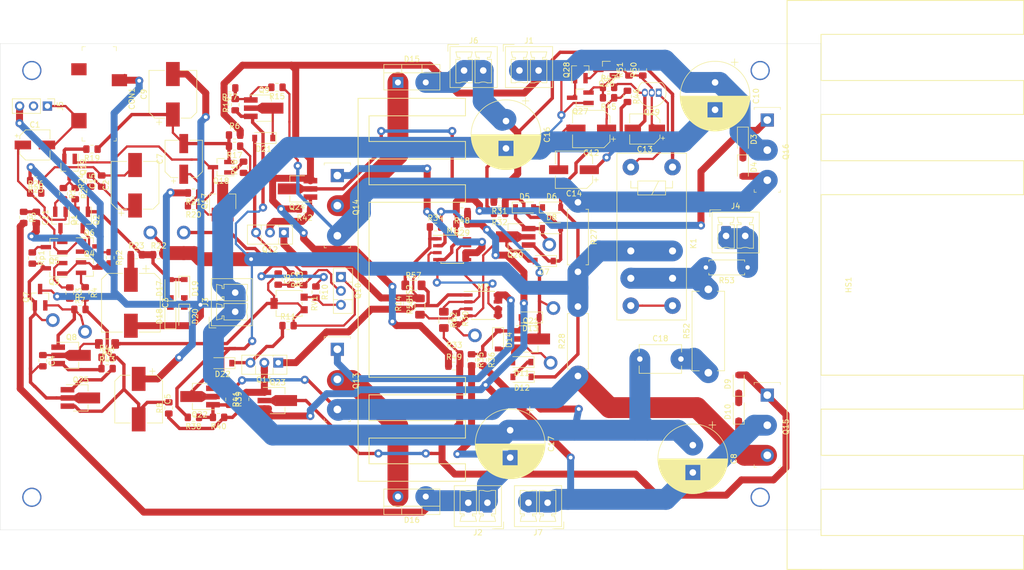
<source format=kicad_pcb>
(kicad_pcb (version 20171130) (host pcbnew "(5.0.1)-4")
  (layers (0 F.Cu mixed) (31 B.Cu power) (34 B.Paste user) (35 F.Paste user) (36 B.SilkS user) (37 F.SilkS user) (38 B.Mask user) (39 F.Mask user) (44 Edge.Cuts user))
  (net 0 "")
  (net 1 "Net-(C1-Pad2)")
  (net 2 "Net-(C1-Pad1)")
  (net 3 Earth)
  (net 4 "Net-(C3-Pad1)")
  (net 5 "Net-(C4-Pad2)")
  (net 6 "Net-(C4-Pad1)")
  (net 7 "Net-(C6-Pad2)")
  (net 8 "Net-(C7-Pad2)")
  (net 9 "Net-(C7-Pad1)")
  (net 10 /-Vmax)
  (net 11 /Vmax)
  (net 12 "Net-(C11-Pad1)")
  (net 13 "Net-(C12-Pad2)")
  (net 14 "Net-(C12-Pad1)")
  (net 15 "Net-(C13-Pad1)")
  (net 16 "Net-(D3-Pad2)")
  (net 17 "Net-(D3-Pad1)")
  (net 18 "Net-(D4-Pad2)")
  (net 19 "Net-(D5-Pad2)")
  (net 20 "Net-(D5-Pad1)")
  (net 21 "Net-(D7-Pad2)")
  (net 22 "Net-(D7-Pad1)")
  (net 23 "Net-(D9-Pad2)")
  (net 24 "Net-(D10-Pad2)")
  (net 25 "Net-(D10-Pad1)")
  (net 26 "Net-(D11-Pad2)")
  (net 27 "Net-(D11-Pad1)")
  (net 28 "Net-(D13-Pad2)")
  (net 29 "Net-(D13-Pad1)")
  (net 30 /Vmin)
  (net 31 "Net-(D15-Pad1)")
  (net 32 "Net-(D16-Pad2)")
  (net 33 /-Vmin)
  (net 34 "Net-(D17-Pad2)")
  (net 35 "Net-(D17-Pad1)")
  (net 36 "Net-(D19-Pad2)")
  (net 37 "Net-(D21-Pad2)")
  (net 38 "Net-(D21-Pad1)")
  (net 39 "Net-(D22-Pad2)")
  (net 40 "Net-(D22-Pad1)")
  (net 41 "Net-(M1-Pad5)")
  (net 42 "Net-(M1-Pad3)")
  (net 43 "Net-(M1-Pad1)")
  (net 44 "Net-(M2-Pad7)")
  (net 45 "Net-(Q1-Pad3)")
  (net 46 "Net-(Q1-Pad2)")
  (net 47 "Net-(Q2-Pad3)")
  (net 48 "Net-(Q2-Pad2)")
  (net 49 "Net-(Q3-Pad2)")
  (net 50 "Net-(Q3-Pad1)")
  (net 51 "Net-(Q4-Pad2)")
  (net 52 "Net-(Q5-Pad3)")
  (net 53 "Net-(Q6-Pad3)")
  (net 54 "Net-(Q7-Pad2)")
  (net 55 "Net-(Q10-Pad3)")
  (net 56 "Net-(Q11-Pad2)")
  (net 57 "Net-(Q12-Pad2)")
  (net 58 "Net-(Q17-Pad2)")
  (net 59 "Net-(Q17-Pad3)")
  (net 60 "Net-(Q17-Pad1)")
  (net 61 "Net-(Q18-Pad1)")
  (net 62 "Net-(Q19-Pad3)")
  (net 63 "Net-(Q19-Pad2)")
  (net 64 "Net-(Q26-Pad1)")
  (net 65 "Net-(Q27-Pad3)")
  (net 66 "Net-(Q8-Pad3)")
  (net 67 "Net-(Q9-Pad1)")
  (net 68 "Net-(Q22-Pad1)")
  (net 69 "Net-(Q25-Pad1)")
  (net 70 "Net-(C6-Pad1)")
  (net 71 /VOUT)
  (net 72 "Net-(C15-Pad2)")
  (net 73 "Net-(C15-Pad1)")
  (net 74 "Net-(J4-Pad1)")
  (net 75 "Net-(M2-Pad3)")
  (net 76 "Net-(M2-Pad1)")
  (net 77 "Net-(M1-Pad7)")
  (net 78 "Net-(C5-Pad2)")
  (net 79 "Net-(K1-Pad14)")
  (net 80 "Net-(K1-PadA2)")
  (net 81 "Net-(CON1-Pad1)")
  (net 82 "Net-(J5-Pad2)")
  (net 83 "Net-(C18-Pad2)")
  (net 84 "Net-(K1-Pad11)")
  (module Resistor_SMD:R_0805_2012Metric_Pad1.15x1.40mm_HandSolder (layer F.Cu) (at 48.74042 109.42622)
    (fp_text reference R44 (at 0 -1.65) (layer F.SilkS))
    (fp_text value 5)
    (pad 2 smd roundrect (at 1.025 0) (size 1.15 1.4) (layers F.Cu F.Paste F.Mask) (roundrect_rratio 0.217391) (net 78 "Net-(C5-Pad2)"))
    (pad 1 smd roundrect (at -1.025 0) (size 1.15 1.4) (layers F.Cu F.Paste F.Mask) (roundrect_rratio 0.217391) (net 66 "Net-(Q8-Pad3)"))
  )
  (module disipadores:disipador_5.1C (layer F.Cu) (at 95.5802 97.0788 90)
    (fp_text reference HS2 (at -0.508 8.382 90) (layer F.SilkS))
    (fp_text value Heatsink)
  )
  (module Package_TO_SOT_SMD:SOT-89-3_Handsoldering (layer F.Cu) (at 76.962 63.881)
    (fp_text reference Q9 (at 0.45 -3.3) (layer F.SilkS))
    (fp_text value 2SCR514P5)
    (pad 2 smd trapezoid (at -0.37 0 90) (size 1.5 0.75) (rect_delta 0 0.5) (layers F.Cu F.Paste F.Mask) (net 38 "Net-(D21-Pad1)"))
    (pad 2 smd rect (at 1.98 0 270) (size 2 4) (layers F.Cu F.Paste F.Mask) (net 38 "Net-(D21-Pad1)"))
    (pad 3 smd rect (at -1.98 1.5 270) (size 1 2.5) (layers F.Cu F.Paste F.Mask) (net 71 /VOUT))
    (pad 2 smd rect (at -1.98 0 270) (size 1 2.5) (layers F.Cu F.Paste F.Mask) (net 38 "Net-(D21-Pad1)"))
    (pad 1 smd rect (at -1.98 -1.5 270) (size 1 2.5) (layers F.Cu F.Paste F.Mask) (net 67 "Net-(Q9-Pad1)"))
  )
  (module Resistor_SMD:R_1206_3216Metric_Pad1.42x1.75mm_HandSolder (layer F.Cu) (at 104.6845 96.266)
    (fp_text reference R57 (at 0 -1.82 180) (layer F.SilkS))
    (fp_text value 0)
    (pad 2 smd roundrect (at 1.4875 0) (size 1.425 1.75) (layers F.Cu F.Paste F.Mask) (roundrect_rratio 0.175439) (net 76 "Net-(M2-Pad1)"))
    (pad 1 smd roundrect (at -1.4875 0) (size 1.425 1.75) (layers F.Cu F.Paste F.Mask) (roundrect_rratio 0.175439) (net 43 "Net-(M1-Pad1)"))
  )
  (module Package_TO_SOT_SMD:SOT-89-3_Handsoldering (layer F.Cu) (at 123.735064 87.398379 180)
    (fp_text reference Q20 (at 0.45 -3.3 180) (layer F.SilkS))
    (fp_text value 2SAR514P5)
    (pad 2 smd trapezoid (at -0.37 0 270) (size 1.5 0.75) (rect_delta 0 0.5) (layers F.Cu F.Paste F.Mask) (net 21 "Net-(D7-Pad2)"))
    (pad 2 smd rect (at 1.98 0 90) (size 2 4) (layers F.Cu F.Paste F.Mask) (net 21 "Net-(D7-Pad2)"))
    (pad 3 smd rect (at -1.98 1.5 90) (size 1 2.5) (layers F.Cu F.Paste F.Mask) (net 20 "Net-(D5-Pad1)"))
    (pad 2 smd rect (at -1.98 0 90) (size 1 2.5) (layers F.Cu F.Paste F.Mask) (net 21 "Net-(D7-Pad2)"))
    (pad 1 smd rect (at -1.98 -1.5 90) (size 1 2.5) (layers F.Cu F.Paste F.Mask) (net 22 "Net-(D7-Pad1)"))
  )
  (module Resistor_SMD:R_0805_2012Metric_Pad1.15x1.40mm_HandSolder (layer F.Cu) (at 112.522 102.371 270)
    (fp_text reference R30 (at 0 -1.65 270) (layer F.SilkS))
    (fp_text value 1k)
    (pad 1 smd roundrect (at -1.025 0 270) (size 1.15 1.4) (layers F.Cu F.Paste F.Mask) (roundrect_rratio 0.217391) (net 75 "Net-(M2-Pad3)"))
    (pad 2 smd roundrect (at 1.025 0 270) (size 1.15 1.4) (layers F.Cu F.Paste F.Mask) (roundrect_rratio 0.217391) (net 21 "Net-(D7-Pad2)"))
  )
  (module Diode_SMD:D_SOD-123 (layer F.Cu) (at 60.298078 96.862225 90)
    (fp_text reference D17 (at 0 -2 90) (layer F.SilkS))
    (fp_text value 1N4148W)
    (pad 1 smd rect (at -1.65 0 90) (size 0.9 1.2) (layers F.Cu F.Paste F.Mask) (net 35 "Net-(D17-Pad1)"))
    (pad 2 smd rect (at 1.65 0 90) (size 0.9 1.2) (layers F.Cu F.Paste F.Mask) (net 34 "Net-(D17-Pad2)"))
  )
  (module Capacitor_SMD:CP_Elec_6.3x5.4 (layer F.Cu) (at 137.154 67.691 180)
    (fp_text reference C12 (at 0 -4.35) (layer F.SilkS))
    (fp_text value 47u)
    (pad 2 smd rect (at 2.8 0 180) (size 3.5 1.6) (layers F.Cu F.Paste F.Mask) (net 13 "Net-(C12-Pad2)"))
    (pad 1 smd rect (at -2.8 0 180) (size 3.5 1.6) (layers F.Cu F.Paste F.Mask) (net 14 "Net-(C12-Pad1)"))
  )
  (module Capacitor_SMD:CP_Elec_5x5.4 (layer F.Cu) (at 146.939 67.691 180)
    (fp_text reference C13 (at 0 -3.7 180) (layer F.SilkS))
    (fp_text value 22u)
    (pad 2 smd rect (at 2.2 0 180) (size 3 1.6) (layers F.Cu F.Paste F.Mask) (net 3 Earth))
    (pad 1 smd rect (at -2.2 0 180) (size 3 1.6) (layers F.Cu F.Paste F.Mask) (net 15 "Net-(C13-Pad1)"))
  )
  (module Resistor_SMD:R_0805_2012Metric_Pad1.15x1.40mm_HandSolder (layer F.Cu) (at 73.66 74.685 90)
    (fp_text reference R18 (at 0 -1.65 90) (layer F.SilkS))
    (fp_text value 3.9k)
    (pad 2 smd roundrect (at 1.025 0 90) (size 1.15 1.4) (layers F.Cu F.Paste F.Mask) (roundrect_rratio 0.217391) (net 61 "Net-(Q18-Pad1)"))
    (pad 1 smd roundrect (at -1.025 0 90) (size 1.15 1.4) (layers F.Cu F.Paste F.Mask) (roundrect_rratio 0.217391) (net 59 "Net-(Q17-Pad3)"))
  )
  (module Package_TO_SOT_SMD:SOT-23_Handsoldering (layer F.Cu) (at 39.061783 89.285507 180)
    (fp_text reference Q5 (at 0 -2.5 180) (layer F.SilkS))
    (fp_text value BC860)
    (pad 1 smd rect (at -1.5 -0.95 180) (size 1.9 0.8) (layers F.Cu F.Paste F.Mask) (net 12 "Net-(C11-Pad1)"))
    (pad 2 smd rect (at -1.5 0.95 180) (size 1.9 0.8) (layers F.Cu F.Paste F.Mask) (net 45 "Net-(Q1-Pad3)"))
    (pad 3 smd rect (at 1.5 0 180) (size 1.9 0.8) (layers F.Cu F.Paste F.Mask) (net 52 "Net-(Q5-Pad3)"))
  )
  (module Capacitor_THT:CP_Radial_D12.5mm_P5.00mm (layer F.Cu) (at 121.58472 66.23812 270)
    (fp_text reference C16 (at 2.5 -7.5 270) (layer F.SilkS))
    (fp_text value 470u)
    (pad 2 thru_hole circle (at 5 0 270) (size 2.4 2.4) (drill 1.2) (layers *.Cu *.Mask) (net 3 Earth))
    (pad 1 thru_hole rect (at 0 0 270) (size 2.4 2.4) (drill 1.2) (layers *.Cu *.Mask) (net 30 /Vmin))
  )
  (module Connector_Phoenix_MC:PhoenixContact_MCV_1,5_2-G-3.5_1x02_P3.50mm_Vertical (layer F.Cu) (at 124.03836 57)
    (fp_text reference J1 (at 1.75 -5.45 -180) (layer F.SilkS))
    (fp_text value Screw_Terminal_01x02)
    (pad 2 thru_hole oval (at 3.5 0) (size 1.8 3.6) (drill 1.2) (layers *.Cu *.Mask) (net 11 /Vmax))
    (pad 1 thru_hole roundrect (at 0 0) (size 1.8 3.6) (drill 1.2) (layers *.Cu *.Mask) (roundrect_rratio 0.138889) (net 11 /Vmax))
  )
  (module Capacitor_SMD:CP_Elec_6.3x5.4 (layer F.Cu) (at 62.738 73.158 90)
    (fp_text reference C7 (at 0 -4.35 270) (layer F.SilkS))
    (fp_text value 47u)
    (pad 2 smd rect (at 2.8 0 90) (size 3.5 1.6) (layers F.Cu F.Paste F.Mask) (net 8 "Net-(C7-Pad2)"))
    (pad 1 smd rect (at -2.8 0 90) (size 3.5 1.6) (layers F.Cu F.Paste F.Mask) (net 9 "Net-(C7-Pad1)"))
  )
  (module Package_TO_SOT_THT:TO-92_Inline (layer F.Cu) (at 149.479 61.06668 180)
    (fp_text reference Q29 (at 1.27 -3.56 180) (layer F.SilkS))
    (fp_text value BS170)
    (pad 1 thru_hole rect (at 0 0 180) (size 1.05 1.5) (drill 0.75) (layers *.Cu *.Mask) (net 80 "Net-(K1-PadA2)"))
    (pad 3 thru_hole oval (at 2.54 0 180) (size 1.05 1.5) (drill 0.75) (layers *.Cu *.Mask) (net 3 Earth))
    (pad 2 thru_hole oval (at 1.27 0 180) (size 1.05 1.5) (drill 0.75) (layers *.Cu *.Mask) (net 15 "Net-(C13-Pad1)"))
  )
  (module Capacitor_SMD:CP_Elec_6.3x5.4 (layer F.Cu) (at 134.00024 75.13828 180)
    (fp_text reference C14 (at 0 -4.35) (layer F.SilkS))
    (fp_text value 47u)
    (pad 2 smd rect (at 2.8 0 180) (size 3.5 1.6) (layers F.Cu F.Paste F.Mask) (net 13 "Net-(C12-Pad2)"))
    (pad 1 smd rect (at -2.8 0 180) (size 3.5 1.6) (layers F.Cu F.Paste F.Mask) (net 3 Earth))
  )
  (module Resistor_SMD:R_0805_2012Metric_Pad1.15x1.40mm_HandSolder (layer F.Cu) (at 79.765 60.071 180)
    (fp_text reference R15 (at 0 -1.65 180) (layer F.SilkS))
    (fp_text value 270)
    (pad 1 smd roundrect (at -1.025 0 180) (size 1.15 1.4) (layers F.Cu F.Paste F.Mask) (roundrect_rratio 0.217391) (net 18 "Net-(D4-Pad2)"))
    (pad 2 smd roundrect (at 1.025 0 180) (size 1.15 1.4) (layers F.Cu F.Paste F.Mask) (roundrect_rratio 0.217391) (net 67 "Net-(Q9-Pad1)"))
  )
  (module Resistor_SMD:R_0805_2012Metric_Pad1.15x1.40mm_HandSolder (layer F.Cu) (at 71.129 60.198 180)
    (fp_text reference R37 (at 0 -1.65 180) (layer F.SilkS))
    (fp_text value 15k)
    (pad 2 smd roundrect (at 1.025 0 180) (size 1.15 1.4) (layers F.Cu F.Paste F.Mask) (roundrect_rratio 0.217391) (net 11 /Vmax))
    (pad 1 smd roundrect (at -1.025 0 180) (size 1.15 1.4) (layers F.Cu F.Paste F.Mask) (roundrect_rratio 0.217391) (net 67 "Net-(Q9-Pad1)"))
  )
  (module Resistor_SMD:R_0805_2012Metric_Pad1.15x1.40mm_HandSolder (layer F.Cu) (at 84.62264 95.21836 90)
    (fp_text reference R12 (at 0 -1.65 90) (layer F.SilkS))
    (fp_text value 50)
    (pad 2 smd roundrect (at 1.025 0 90) (size 1.15 1.4) (layers F.Cu F.Paste F.Mask) (roundrect_rratio 0.217391) (net 37 "Net-(D21-Pad2)"))
    (pad 1 smd roundrect (at -1.025 0 90) (size 1.15 1.4) (layers F.Cu F.Paste F.Mask) (roundrect_rratio 0.217391) (net 7 "Net-(C6-Pad2)"))
  )
  (module Package_SO:SOIC-8_3.9x4.9mm_P1.27mm (layer F.Cu) (at 117.413 99.92868)
    (fp_text reference M2 (at 0 -3.4) (layer F.SilkS))
    (fp_text value FDS9934C)
    (pad 8 smd rect (at 2.7 -1.905) (size 1.55 0.6) (layers F.Cu F.Paste F.Mask) (net 44 "Net-(M2-Pad7)"))
    (pad 7 smd rect (at 2.7 -0.635) (size 1.55 0.6) (layers F.Cu F.Paste F.Mask) (net 44 "Net-(M2-Pad7)"))
    (pad 6 smd rect (at 2.7 0.635) (size 1.55 0.6) (layers F.Cu F.Paste F.Mask) (net 17 "Net-(D3-Pad1)"))
    (pad 5 smd rect (at 2.7 1.905) (size 1.55 0.6) (layers F.Cu F.Paste F.Mask) (net 17 "Net-(D3-Pad1)"))
    (pad 4 smd rect (at -2.7 1.905) (size 1.55 0.6) (layers F.Cu F.Paste F.Mask) (net 21 "Net-(D7-Pad2)"))
    (pad 3 smd rect (at -2.7 0.635) (size 1.55 0.6) (layers F.Cu F.Paste F.Mask) (net 75 "Net-(M2-Pad3)"))
    (pad 2 smd rect (at -2.7 -0.635) (size 1.55 0.6) (layers F.Cu F.Paste F.Mask) (net 77 "Net-(M1-Pad7)"))
    (pad 1 smd rect (at -2.7 -1.905) (size 1.55 0.6) (layers F.Cu F.Paste F.Mask) (net 76 "Net-(M2-Pad1)"))
  )
  (module Diode_SMD:D_SOD-123 (layer F.Cu) (at 129.91 85.82)
    (fp_text reference D8 (at 0 -2 -180) (layer F.SilkS))
    (fp_text value 1N4148W)
    (pad 2 smd rect (at 1.65 0) (size 0.9 1.2) (layers F.Cu F.Paste F.Mask) (net 22 "Net-(D7-Pad1)"))
    (pad 1 smd rect (at -1.65 0) (size 0.9 1.2) (layers F.Cu F.Paste F.Mask) (net 20 "Net-(D5-Pad1)"))
  )
  (module disipadores:disipador_1.8C (layer F.Cu) (at 176.022 96.1898 90)
    (fp_text reference HS1 (at 0 8.128 90) (layer F.SilkS))
    (fp_text value Heatsink)
  )
  (module Relay_THT:Relay_SPDT_Schrack-RP-II-1-16A-FormC_RM5mm (layer F.Cu) (at 151.99868 74.66076 270)
    (fp_text reference K1 (at 13.97 -3.81 90) (layer F.SilkS))
    (fp_text value FINDER-40.11-2016)
    (pad 14 thru_hole circle (at 25.32 0 270) (size 3 3) (drill 1.3) (layers *.Cu *.Mask) (net 79 "Net-(K1-Pad14)"))
    (pad 11 thru_hole circle (at 20.32 7.62 270) (size 3 3) (drill 1.3) (layers *.Cu *.Mask) (net 84 "Net-(K1-Pad11)"))
    (pad 12 thru_hole circle (at 15.32 0 270) (size 3 3) (drill 1.3) (layers *.Cu *.Mask) (net 71 /VOUT))
    (pad 12 thru_hole circle (at 15.32 7.62 270) (size 3 3) (drill 1.3) (layers *.Cu *.Mask) (net 71 /VOUT))
    (pad 14 thru_hole circle (at 25.32 7.62 270) (size 3 3) (drill 1.3) (layers *.Cu *.Mask) (net 79 "Net-(K1-Pad14)"))
    (pad 11 thru_hole circle (at 20.32 0 270) (size 3 3) (drill 1.3) (layers *.Cu *.Mask) (net 84 "Net-(K1-Pad11)"))
    (pad A2 thru_hole circle (at 0 7.62 270) (size 3 3) (drill 1.3) (layers *.Cu *.Mask) (net 80 "Net-(K1-PadA2)"))
    (pad A1 thru_hole circle (at 0 0 270) (size 3 3) (drill 1.3) (layers *.Cu *.Mask) (net 30 /Vmin))
  )
  (module Resistor_THT:R_Axial_DIN0411_L9.9mm_D3.6mm_P12.70mm_Horizontal (layer F.Cu) (at 134.7216 112.84204 90)
    (fp_text reference R28 (at 6.35 -2.92 90) (layer F.SilkS))
    (fp_text value 0.1)
    (pad 2 thru_hole oval (at 12.7 0 90) (size 2.4 2.4) (drill 1.2) (layers *.Cu *.Mask) (net 71 /VOUT))
    (pad 1 thru_hole circle (at 0 0 90) (size 2.4 2.4) (drill 1.2) (layers *.Cu *.Mask) (net 25 "Net-(D10-Pad1)"))
  )
  (module Resistor_THT:R_Axial_DIN0411_L9.9mm_D3.6mm_P12.70mm_Horizontal (layer F.Cu) (at 134.7216 81.09204 270)
    (fp_text reference R27 (at 6.35 -2.92 90) (layer F.SilkS))
    (fp_text value 0.1)
    (pad 2 thru_hole oval (at 12.7 0 270) (size 2.4 2.4) (drill 1.2) (layers *.Cu *.Mask) (net 71 /VOUT))
    (pad 1 thru_hole circle (at 0 0 270) (size 2.4 2.4) (drill 1.2) (layers *.Cu *.Mask) (net 18 "Net-(D4-Pad2)"))
  )
  (module Package_TO_SOT_THT:TO-126-3_Vertical (layer F.Cu) (at 81.026 86.614 180)
    (fp_text reference Q12 (at 2.54 -3.12 180) (layer F.SilkS))
    (fp_text value BD139)
    (pad 3 thru_hole oval (at 5.08 0 180) (size 1.8 1.8) (drill 1) (layers *.Cu *.Mask) (net 37 "Net-(D21-Pad2)"))
    (pad 2 thru_hole oval (at 2.54 0 180) (size 1.8 1.8) (drill 1) (layers *.Cu *.Mask) (net 57 "Net-(Q12-Pad2)"))
    (pad 1 thru_hole rect (at 0 0 180) (size 1.8 1.8) (drill 1) (layers *.Cu *.Mask) (net 42 "Net-(M1-Pad3)"))
  )
  (module Capacitor_SMD:CP_Elec_8x10.5 (layer F.Cu) (at 53.848 77.978 90)
    (fp_text reference C2 (at 0 -5.3 90) (layer F.SilkS))
    (fp_text value 470u)
    (pad 2 smd rect (at 3.7 0 90) (size 4.4 2.5) (layers F.Cu F.Paste F.Mask) (net 72 "Net-(C15-Pad2)"))
    (pad 1 smd rect (at -3.7 0 90) (size 4.4 2.5) (layers F.Cu F.Paste F.Mask) (net 73 "Net-(C15-Pad1)"))
  )
  (module Package_SO:SOIC-8_3.9x4.9mm_P1.27mm (layer F.Cu) (at 111.76 89.662)
    (fp_text reference M1 (at 0 -3.4) (layer F.SilkS))
    (fp_text value FDS9934C)
    (pad 8 smd rect (at 2.7 -1.905) (size 1.55 0.6) (layers F.Cu F.Paste F.Mask) (net 77 "Net-(M1-Pad7)"))
    (pad 7 smd rect (at 2.7 -0.635) (size 1.55 0.6) (layers F.Cu F.Paste F.Mask) (net 77 "Net-(M1-Pad7)"))
    (pad 6 smd rect (at 2.7 0.635) (size 1.55 0.6) (layers F.Cu F.Paste F.Mask) (net 41 "Net-(M1-Pad5)"))
    (pad 5 smd rect (at 2.7 1.905) (size 1.55 0.6) (layers F.Cu F.Paste F.Mask) (net 41 "Net-(M1-Pad5)"))
    (pad 4 smd rect (at -2.7 1.905) (size 1.55 0.6) (layers F.Cu F.Paste F.Mask) (net 17 "Net-(D3-Pad1)"))
    (pad 3 smd rect (at -2.7 0.635) (size 1.55 0.6) (layers F.Cu F.Paste F.Mask) (net 42 "Net-(M1-Pad3)"))
    (pad 2 smd rect (at -2.7 -0.635) (size 1.55 0.6) (layers F.Cu F.Paste F.Mask) (net 29 "Net-(D13-Pad1)"))
    (pad 1 smd rect (at -2.7 -1.905) (size 1.55 0.6) (layers F.Cu F.Paste F.Mask) (net 43 "Net-(M1-Pad1)"))
  )
  (module Resistor_SMD:R_0805_2012Metric_Pad1.15x1.40mm_HandSolder (layer F.Cu) (at 108.712 85.598)
    (fp_text reference R34 (at 0 -1.65) (layer F.SilkS))
    (fp_text value 1k)
    (pad 2 smd roundrect (at 1.025 0) (size 1.15 1.4) (layers F.Cu F.Paste F.Mask) (roundrect_rratio 0.217391) (net 29 "Net-(D13-Pad1)"))
    (pad 1 smd roundrect (at -1.025 0) (size 1.15 1.4) (layers F.Cu F.Paste F.Mask) (roundrect_rratio 0.217391) (net 43 "Net-(M1-Pad1)"))
  )
  (module Diode_SMD:D_SOD-123 (layer F.Cu) (at 164.084 114.3 90)
    (fp_text reference D9 (at 0 -2 90) (layer F.SilkS))
    (fp_text value 1N4148W)
    (pad 2 smd rect (at 1.65 0 90) (size 0.9 1.2) (layers F.Cu F.Paste F.Mask) (net 23 "Net-(D9-Pad2)"))
    (pad 1 smd rect (at -1.65 0 90) (size 0.9 1.2) (layers F.Cu F.Paste F.Mask) (net 24 "Net-(D10-Pad2)"))
  )
  (module Resistor_SMD:R_0805_2012Metric_Pad1.15x1.40mm_HandSolder (layer F.Cu) (at 72.022629 68.800579)
    (fp_text reference R6 (at 0 -1.65) (layer F.SilkS))
    (fp_text value 10)
    (pad 2 smd roundrect (at 1.025 0) (size 1.15 1.4) (layers F.Cu F.Paste F.Mask) (roundrect_rratio 0.217391) (net 11 /Vmax))
    (pad 1 smd roundrect (at -1.025 0) (size 1.15 1.4) (layers F.Cu F.Paste F.Mask) (roundrect_rratio 0.217391) (net 8 "Net-(C7-Pad2)"))
  )
  (module Capacitor_SMD:CP_Elec_8x10.5 (layer F.Cu) (at 54.50644 117.06256 270)
    (fp_text reference C5 (at 0 -5.3 270) (layer F.SilkS))
    (fp_text value 100u)
    (pad 2 smd rect (at 3.7 0 270) (size 4.4 2.5) (layers F.Cu F.Paste F.Mask) (net 78 "Net-(C5-Pad2)"))
    (pad 1 smd rect (at -3.7 0 270) (size 4.4 2.5) (layers F.Cu F.Paste F.Mask) (net 3 Earth))
  )
  (module Package_TO_SOT_THT:TO-126-3_Vertical (layer F.Cu) (at 91.44 94.742 270)
    (fp_text reference Q10 (at 2.54 -3.12 90) (layer F.SilkS))
    (fp_text value BD139)
    (pad 3 thru_hole oval (at 5.08 0 270) (size 1.8 1.8) (drill 1) (layers *.Cu *.Mask) (net 55 "Net-(Q10-Pad3)"))
    (pad 2 thru_hole oval (at 2.54 0 270) (size 1.8 1.8) (drill 1) (layers *.Cu *.Mask) (net 7 "Net-(C6-Pad2)"))
    (pad 1 thru_hole rect (at 0 0 270) (size 1.8 1.8) (drill 1) (layers *.Cu *.Mask) (net 70 "Net-(C6-Pad1)"))
  )
  (module Resistor_SMD:R_0805_2012Metric_Pad1.15x1.40mm_HandSolder (layer F.Cu) (at 103.58628 99.59848 90)
    (fp_text reference R14 (at 0 -1.65 90) (layer F.SilkS))
    (fp_text value 1k)
    (pad 2 smd roundrect (at 1.025 0 90) (size 1.15 1.4) (layers F.Cu F.Paste F.Mask) (roundrect_rratio 0.217391) (net 42 "Net-(M1-Pad3)"))
    (pad 1 smd roundrect (at -1.025 0 90) (size 1.15 1.4) (layers F.Cu F.Paste F.Mask) (roundrect_rratio 0.217391) (net 76 "Net-(M2-Pad1)"))
  )
  (module Connector_Phoenix_MC:PhoenixContact_MCV_1,5_2-G-3.5_1x02_P3.50mm_Vertical (layer F.Cu) (at 118.19636 136 180)
    (fp_text reference J2 (at 1.75 -5.45 180) (layer F.SilkS))
    (fp_text value Screw_Terminal_01x02)
    (pad 2 thru_hole oval (at 3.5 0 180) (size 1.8 3.6) (drill 1.2) (layers *.Cu *.Mask) (net 33 /-Vmin))
    (pad 1 thru_hole roundrect (at 0 0 180) (size 1.8 3.6) (drill 1.2) (layers *.Cu *.Mask) (roundrect_rratio 0.138889) (net 33 /-Vmin))
  )
  (module Resistor_SMD:R_0805_2012Metric_Pad1.15x1.40mm_HandSolder (layer F.Cu) (at 35.70108 77.13726 180)
    (fp_text reference R25 (at 0 -1.65) (layer F.SilkS))
    (fp_text value 1.1k)
    (pad 2 smd roundrect (at 1.025 0 180) (size 1.15 1.4) (layers F.Cu F.Paste F.Mask) (roundrect_rratio 0.217391) (net 3 Earth))
    (pad 1 smd roundrect (at -1.025 0 180) (size 1.15 1.4) (layers F.Cu F.Paste F.Mask) (roundrect_rratio 0.217391) (net 72 "Net-(C15-Pad2)"))
  )
  (module digikey-footprints:Switch_Slide_11.6x4mm_SJ-3523-SMT (layer F.Cu) (at 47.295703 58.772487 270)
    (fp_text reference CON1 (at 3.375 -5.975 90) (layer F.SilkS))
    (fp_text value SJ-3523-SMT-TR)
    (pad "" np_thru_hole circle (at 6.1 0 270) (size 1.7 1.7) (drill 1.7) (layers *.Cu *.Mask))
    (pad "" np_thru_hole circle (at -0.9 0 270) (size 1.7 1.7) (drill 1.7) (layers *.Cu *.Mask))
    (pad 2 smd rect (at 7.4 3.7 270) (size 2.8 2.8) (layers F.Cu F.Paste F.Mask) (net 1 "Net-(C1-Pad2)"))
    (pad 1 smd rect (at -2 3.7 270) (size 2.2 2.8) (layers F.Cu F.Paste F.Mask) (net 81 "Net-(CON1-Pad1)"))
    (pad 3 smd rect (at 0 -3.7 270) (size 2.2 2.8) (layers F.Cu F.Paste F.Mask) (net 3 Earth))
  )
  (module Capacitor_SMD:CP_Elec_10x10.5 (layer F.Cu) (at 53.086 99.45 270)
    (fp_text reference C3 (at 0 -6.3 90) (layer F.SilkS))
    (fp_text value 1000u)
    (pad 2 smd rect (at 4.2 0 270) (size 4.4 2.5) (layers F.Cu F.Paste F.Mask) (net 3 Earth))
    (pad 1 smd rect (at -4.2 0 270) (size 4.4 2.5) (layers F.Cu F.Paste F.Mask) (net 4 "Net-(C3-Pad1)"))
  )
  (module Resistor_SMD:R_0805_2012Metric_Pad1.15x1.40mm_HandSolder (layer F.Cu) (at 58.157 90.678)
    (fp_text reference R22 (at 0 -1.65 180) (layer F.SilkS))
    (fp_text value 2.2k)
    (pad 2 smd roundrect (at 1.025 0) (size 1.15 1.4) (layers F.Cu F.Paste F.Mask) (roundrect_rratio 0.217391) (net 71 /VOUT))
    (pad 1 smd roundrect (at -1.025 0) (size 1.15 1.4) (layers F.Cu F.Paste F.Mask) (roundrect_rratio 0.217391) (net 34 "Net-(D17-Pad2)"))
  )
  (module Diode_SMD:D_SOD-123 (layer F.Cu) (at 164.846 69.596 270)
    (fp_text reference D3 (at 0 -2 270) (layer F.SilkS))
    (fp_text value 1N4148W)
    (pad 2 smd rect (at 1.65 0 270) (size 0.9 1.2) (layers F.Cu F.Paste F.Mask) (net 16 "Net-(D3-Pad2)"))
    (pad 1 smd rect (at -1.65 0 270) (size 0.9 1.2) (layers F.Cu F.Paste F.Mask) (net 17 "Net-(D3-Pad1)"))
  )
  (module digikey-footprints:TO-3P-5 (layer F.Cu) (at 169.304 66.0527 270)
    (fp_text reference Q16 (at 5.8 -3.4 90) (layer F.SilkS))
    (fp_text value 2SC5200-O_Q)
    (pad 3 thru_hole circle (at 11 0 270) (size 2.4 2.4) (drill 1.4) (layers *.Cu *.Mask) (net 18 "Net-(D4-Pad2)"))
    (pad 2 thru_hole circle (at 5.5 0 270) (size 2.4 2.4) (drill 1.4) (layers *.Cu *.Mask) (net 11 /Vmax))
    (pad 1 thru_hole rect (at 0 0 270) (size 2.4 2.4) (drill 1.4) (layers *.Cu *.Mask) (net 17 "Net-(D3-Pad1)"))
  )
  (module Resistor_SMD:R_0805_2012Metric_Pad1.15x1.40mm_HandSolder (layer F.Cu) (at 113.538 85.028611 180)
    (fp_text reference R29 (at 0 -1.65 180) (layer F.SilkS))
    (fp_text value 10k)
    (pad 2 smd roundrect (at 1.025 0 180) (size 1.15 1.4) (layers F.Cu F.Paste F.Mask) (roundrect_rratio 0.217391) (net 17 "Net-(D3-Pad1)"))
    (pad 1 smd roundrect (at -1.025 0 180) (size 1.15 1.4) (layers F.Cu F.Paste F.Mask) (roundrect_rratio 0.217391) (net 10 /-Vmax))
  )
  (module digikey-footprints:TO-3P-5 (layer F.Cu) (at 169.304 116.332 270)
    (fp_text reference Q15 (at 5.8 -3.4 90) (layer F.SilkS))
    (fp_text value 2SA1943-O_Q_)
    (pad 3 thru_hole circle (at 11 0 270) (size 2.4 2.4) (drill 1.4) (layers *.Cu *.Mask) (net 25 "Net-(D10-Pad1)"))
    (pad 2 thru_hole circle (at 5.5 0 270) (size 2.4 2.4) (drill 1.4) (layers *.Cu *.Mask) (net 10 /-Vmax))
    (pad 1 thru_hole rect (at 0 0 270) (size 2.4 2.4) (drill 1.4) (layers *.Cu *.Mask) (net 23 "Net-(D9-Pad2)"))
  )
  (module Potentiometer_SMD:Potentiometer_Bourns_3314G_Vertical (layer F.Cu) (at 81.97596 99.57562 270)
    (fp_text reference RV1 (at 0 -4.65 90) (layer F.SilkS))
    (fp_text value R_POT)
    (pad 3 smd rect (at -1.15 -2.75 270) (size 1.3 1.3) (layers F.Cu F.Paste F.Mask) (net 55 "Net-(Q10-Pad3)"))
    (pad 2 smd rect (at 0 2.75 270) (size 2 1.3) (layers F.Cu F.Paste F.Mask) (net 70 "Net-(C6-Pad1)"))
    (pad 1 smd rect (at 1.15 -2.75 270) (size 1.3 1.3) (layers F.Cu F.Paste F.Mask) (net 70 "Net-(C6-Pad1)"))
  )
  (module Resistor_SMD:R_0805_2012Metric_Pad1.15x1.40mm_HandSolder (layer F.Cu) (at 146.558 56.900573 90)
    (fp_text reference R50 (at 0 -1.65 270) (layer F.SilkS))
    (fp_text value 100k)
    (pad 2 smd roundrect (at 1.025 0 90) (size 1.15 1.4) (layers F.Cu F.Paste F.Mask) (roundrect_rratio 0.217391) (net 30 /Vmin))
    (pad 1 smd roundrect (at -1.025 0 90) (size 1.15 1.4) (layers F.Cu F.Paste F.Mask) (roundrect_rratio 0.217391) (net 15 "Net-(C13-Pad1)"))
  )
  (module Resistor_SMD:R_0805_2012Metric_Pad1.15x1.40mm_HandSolder (layer F.Cu) (at 48.74042 111.48362)
    (fp_text reference R43 (at 0 -1.65 180) (layer F.SilkS))
    (fp_text value 2.2k)
    (pad 2 smd roundrect (at 1.025 0) (size 1.15 1.4) (layers F.Cu F.Paste F.Mask) (roundrect_rratio 0.217391) (net 69 "Net-(Q25-Pad1)"))
    (pad 1 smd roundrect (at -1.025 0) (size 1.15 1.4) (layers F.Cu F.Paste F.Mask) (roundrect_rratio 0.217391) (net 66 "Net-(Q8-Pad3)"))
  )
  (module Resistor_SMD:R_0805_2012Metric_Pad1.15x1.40mm_HandSolder (layer F.Cu) (at 72.022629 70.832579 180)
    (fp_text reference R17 (at 0 -1.65 180) (layer F.SilkS))
    (fp_text value 68)
    (pad 2 smd roundrect (at 1.025 0 180) (size 1.15 1.4) (layers F.Cu F.Paste F.Mask) (roundrect_rratio 0.217391) (net 8 "Net-(C7-Pad2)"))
    (pad 1 smd roundrect (at -1.025 0 180) (size 1.15 1.4) (layers F.Cu F.Paste F.Mask) (roundrect_rratio 0.217391) (net 59 "Net-(Q17-Pad3)"))
  )
  (module Resistor_SMD:R_0805_2012Metric_Pad1.15x1.40mm_HandSolder (layer F.Cu) (at 49.3014 91.2204 270)
    (fp_text reference Rp2 (at 0 -1.65 270) (layer F.SilkS))
    (fp_text value 0)
    (pad 2 smd roundrect (at 1.025 0 270) (size 1.15 1.4) (layers F.Cu F.Paste F.Mask) (roundrect_rratio 0.217391) (net 50 "Net-(Q3-Pad1)"))
    (pad 1 smd roundrect (at -1.025 0 270) (size 1.15 1.4) (layers F.Cu F.Paste F.Mask) (roundrect_rratio 0.217391) (net 53 "Net-(Q6-Pad3)"))
  )
  (module Resistor_SMD:R_0805_2012Metric_Pad1.15x1.40mm_HandSolder (layer F.Cu) (at 35.08248 91.27882 270)
    (fp_text reference Rp1 (at 0 -1.65 270) (layer F.SilkS))
    (fp_text value 0)
    (pad 1 smd roundrect (at -1.025 0 270) (size 1.15 1.4) (layers F.Cu F.Paste F.Mask) (roundrect_rratio 0.217391) (net 52 "Net-(Q5-Pad3)"))
    (pad 2 smd roundrect (at 1.025 0 270) (size 1.15 1.4) (layers F.Cu F.Paste F.Mask) (roundrect_rratio 0.217391) (net 5 "Net-(C4-Pad2)"))
  )
  (module Resistor_SMD:R_0805_2012Metric_Pad1.15x1.40mm_HandSolder (layer F.Cu) (at 144.047165 56.900573 90)
    (fp_text reference R51 (at 0 -1.65 270) (layer F.SilkS))
    (fp_text value 100k)
    (pad 2 smd roundrect (at 1.025 0 90) (size 1.15 1.4) (layers F.Cu F.Paste F.Mask) (roundrect_rratio 0.217391) (net 3 Earth))
    (pad 1 smd roundrect (at -1.025 0 90) (size 1.15 1.4) (layers F.Cu F.Paste F.Mask) (roundrect_rratio 0.217391) (net 15 "Net-(C13-Pad1)"))
  )
  (module Resistor_SMD:R_0805_2012Metric_Pad1.15x1.40mm_HandSolder (layer F.Cu) (at 112.100984 111.017695)
    (fp_text reference R49 (at 0 -1.65 -180) (layer F.SilkS))
    (fp_text value 10k)
    (pad 2 smd roundrect (at 1.025 0) (size 1.15 1.4) (layers F.Cu F.Paste F.Mask) (roundrect_rratio 0.217391) (net 23 "Net-(D9-Pad2)"))
    (pad 1 smd roundrect (at -1.025 0) (size 1.15 1.4) (layers F.Cu F.Paste F.Mask) (roundrect_rratio 0.217391) (net 11 /Vmax))
  )
  (module Resistor_SMD:R_0805_2012Metric_Pad1.15x1.40mm_HandSolder (layer F.Cu) (at 140.313495 60.084719)
    (fp_text reference R47 (at 0 -1.65) (layer F.SilkS))
    (fp_text value 50k)
    (pad 2 smd roundrect (at 1.025 0) (size 1.15 1.4) (layers F.Cu F.Paste F.Mask) (roundrect_rratio 0.217391) (net 3 Earth))
    (pad 1 smd roundrect (at -1.025 0) (size 1.15 1.4) (layers F.Cu F.Paste F.Mask) (roundrect_rratio 0.217391) (net 64 "Net-(Q26-Pad1)"))
  )
  (module Resistor_SMD:R_0805_2012Metric_Pad1.15x1.40mm_HandSolder (layer F.Cu) (at 143.764 61.731 270)
    (fp_text reference R46 (at 0 -1.65 270) (layer F.SilkS))
    (fp_text value 22k)
    (pad 2 smd roundrect (at 1.025 0 270) (size 1.15 1.4) (layers F.Cu F.Paste F.Mask) (roundrect_rratio 0.217391) (net 71 /VOUT))
    (pad 1 smd roundrect (at -1.025 0 270) (size 1.15 1.4) (layers F.Cu F.Paste F.Mask) (roundrect_rratio 0.217391) (net 14 "Net-(C12-Pad1)"))
  )
  (module Resistor_SMD:R_0805_2012Metric_Pad1.15x1.40mm_HandSolder (layer F.Cu) (at 140.313495 61.989719 180)
    (fp_text reference R45 (at 0 -1.65) (layer F.SilkS))
    (fp_text value 10k)
    (pad 2 smd roundrect (at 1.025 0 180) (size 1.15 1.4) (layers F.Cu F.Paste F.Mask) (roundrect_rratio 0.217391) (net 64 "Net-(Q26-Pad1)"))
    (pad 1 smd roundrect (at -1.025 0 180) (size 1.15 1.4) (layers F.Cu F.Paste F.Mask) (roundrect_rratio 0.217391) (net 14 "Net-(C12-Pad1)"))
  )
  (module Resistor_SMD:R_0805_2012Metric_Pad1.15x1.40mm_HandSolder (layer F.Cu) (at 84.827 82.296 180)
    (fp_text reference R42 (at 0 -1.65 180) (layer F.SilkS))
    (fp_text value 3.3)
    (pad 2 smd roundrect (at 1.025 0 180) (size 1.15 1.4) (layers F.Cu F.Paste F.Mask) (roundrect_rratio 0.217391) (net 11 /Vmax))
    (pad 1 smd roundrect (at -1.025 0 180) (size 1.15 1.4) (layers F.Cu F.Paste F.Mask) (roundrect_rratio 0.217391) (net 57 "Net-(Q12-Pad2)"))
  )
  (module Resistor_SMD:R_0805_2012Metric_Pad1.15x1.40mm_HandSolder (layer F.Cu) (at 73.914 117.094 90)
    (fp_text reference R41 (at 0 -1.65 270) (layer F.SilkS))
    (fp_text value 3.3)
    (pad 2 smd roundrect (at 1.025 0 90) (size 1.15 1.4) (layers F.Cu F.Paste F.Mask) (roundrect_rratio 0.217391) (net 56 "Net-(Q11-Pad2)"))
    (pad 1 smd roundrect (at -1.025 0 90) (size 1.15 1.4) (layers F.Cu F.Paste F.Mask) (roundrect_rratio 0.217391) (net 10 /-Vmax))
  )
  (module Resistor_SMD:R_0805_2012Metric_Pad1.15x1.40mm_HandSolder (layer F.Cu) (at 69.097 120.396 180)
    (fp_text reference R40 (at 0 -1.65 180) (layer F.SilkS))
    (fp_text value 15k)
    (pad 2 smd roundrect (at 1.025 0 180) (size 1.15 1.4) (layers F.Cu F.Paste F.Mask) (roundrect_rratio 0.217391) (net 68 "Net-(Q22-Pad1)"))
    (pad 1 smd roundrect (at -1.025 0 180) (size 1.15 1.4) (layers F.Cu F.Paste F.Mask) (roundrect_rratio 0.217391) (net 10 /-Vmax))
  )
  (module Resistor_SMD:R_0805_2012Metric_Pad1.15x1.40mm_HandSolder (layer F.Cu) (at 71.12 117.094 270)
    (fp_text reference R39 (at 0 -1.65 270) (layer F.SilkS))
    (fp_text value 270)
    (pad 2 smd roundrect (at 1.025 0 270) (size 1.15 1.4) (layers F.Cu F.Paste F.Mask) (roundrect_rratio 0.217391) (net 68 "Net-(Q22-Pad1)"))
    (pad 1 smd roundrect (at -1.025 0 270) (size 1.15 1.4) (layers F.Cu F.Paste F.Mask) (roundrect_rratio 0.217391) (net 25 "Net-(D10-Pad1)"))
  )
  (module Resistor_SMD:R_0805_2012Metric_Pad1.15x1.40mm_HandSolder (layer F.Cu) (at 64.507 120.396 180)
    (fp_text reference R38 (at 0 -1.65) (layer F.SilkS))
    (fp_text value 330)
    (pad 2 smd roundrect (at 1.025 0 180) (size 1.15 1.4) (layers F.Cu F.Paste F.Mask) (roundrect_rratio 0.217391) (net 71 /VOUT))
    (pad 1 smd roundrect (at -1.025 0 180) (size 1.15 1.4) (layers F.Cu F.Paste F.Mask) (roundrect_rratio 0.217391) (net 68 "Net-(Q22-Pad1)"))
  )
  (module Resistor_SMD:R_0805_2012Metric_Pad1.15x1.40mm_HandSolder (layer F.Cu) (at 117.33422 109.897502 270)
    (fp_text reference R36 (at 0 -1.65 270) (layer F.SilkS))
    (fp_text value 3k)
    (pad 1 smd roundrect (at -1.025 0 270) (size 1.15 1.4) (layers F.Cu F.Paste F.Mask) (roundrect_rratio 0.217391) (net 28 "Net-(D13-Pad2)"))
    (pad 2 smd roundrect (at 1.025 0 270) (size 1.15 1.4) (layers F.Cu F.Paste F.Mask) (roundrect_rratio 0.217391) (net 3 Earth))
  )
  (module Resistor_SMD:R_0805_2012Metric_Pad1.15x1.40mm_HandSolder (layer F.Cu) (at 115.30222 109.897502 270)
    (fp_text reference R35 (at 0 -1.65 270) (layer F.SilkS))
    (fp_text value 1k)
    (pad 1 smd roundrect (at -1.025 0 270) (size 1.15 1.4) (layers F.Cu F.Paste F.Mask) (roundrect_rratio 0.217391) (net 28 "Net-(D13-Pad2)"))
    (pad 2 smd roundrect (at 1.025 0 270) (size 1.15 1.4) (layers F.Cu F.Paste F.Mask) (roundrect_rratio 0.217391) (net 33 /-Vmin))
  )
  (module Resistor_SMD:R_0805_2012Metric_Pad1.15x1.40mm_HandSolder (layer F.Cu) (at 112.168184 108.833295)
    (fp_text reference R33 (at 0 -1.65 -180) (layer F.SilkS))
    (fp_text value 10k)
    (pad 2 smd roundrect (at 1.025 0) (size 1.15 1.4) (layers F.Cu F.Paste F.Mask) (roundrect_rratio 0.217391) (net 23 "Net-(D9-Pad2)"))
    (pad 1 smd roundrect (at -1.025 0) (size 1.15 1.4) (layers F.Cu F.Paste F.Mask) (roundrect_rratio 0.217391) (net 11 /Vmax))
  )
  (module Resistor_SMD:R_0805_2012Metric_Pad1.15x1.40mm_HandSolder (layer F.Cu) (at 120.412008 83.099722 180)
    (fp_text reference R32 (at 0 -1.65) (layer F.SilkS))
    (fp_text value 3k)
    (pad 2 smd roundrect (at 1.025 0 180) (size 1.15 1.4) (layers F.Cu F.Paste F.Mask) (roundrect_rratio 0.217391) (net 3 Earth))
    (pad 1 smd roundrect (at -1.025 0 180) (size 1.15 1.4) (layers F.Cu F.Paste F.Mask) (roundrect_rratio 0.217391) (net 22 "Net-(D7-Pad1)"))
  )
  (module Resistor_SMD:R_0805_2012Metric_Pad1.15x1.40mm_HandSolder (layer F.Cu) (at 120.396 81.04124 180)
    (fp_text reference R31 (at 0 -1.65 180) (layer F.SilkS))
    (fp_text value 1k)
    (pad 2 smd roundrect (at 1.025 0 180) (size 1.15 1.4) (layers F.Cu F.Paste F.Mask) (roundrect_rratio 0.217391) (net 30 /Vmin))
    (pad 1 smd roundrect (at -1.025 0 180) (size 1.15 1.4) (layers F.Cu F.Paste F.Mask) (roundrect_rratio 0.217391) (net 22 "Net-(D7-Pad1)"))
  )
  (module Resistor_SMD:R_0805_2012Metric_Pad1.15x1.40mm_HandSolder (layer F.Cu) (at 35.70108 79.38516)
    (fp_text reference R26 (at 0 -1.65) (layer F.SilkS))
    (fp_text value 1.1k)
    (pad 2 smd roundrect (at 1.025 0) (size 1.15 1.4) (layers F.Cu F.Paste F.Mask) (roundrect_rratio 0.217391) (net 72 "Net-(C15-Pad2)"))
    (pad 1 smd roundrect (at -1.025 0) (size 1.15 1.4) (layers F.Cu F.Paste F.Mask) (roundrect_rratio 0.217391) (net 2 "Net-(C1-Pad1)"))
  )
  (module Resistor_SMD:R_0805_2012Metric_Pad1.15x1.40mm_HandSolder (layer F.Cu) (at 45.72 77.216 90)
    (fp_text reference R24 (at 0 -1.65 270) (layer F.SilkS))
    (fp_text value 50)
    (pad 2 smd roundrect (at 1.025 0 90) (size 1.15 1.4) (layers F.Cu F.Paste F.Mask) (roundrect_rratio 0.217391) (net 73 "Net-(C15-Pad1)"))
    (pad 1 smd roundrect (at -1.025 0 90) (size 1.15 1.4) (layers F.Cu F.Paste F.Mask) (roundrect_rratio 0.217391) (net 34 "Net-(D17-Pad2)"))
  )
  (module Resistor_SMD:R_0805_2012Metric_Pad1.15x1.40mm_HandSolder (layer F.Cu) (at 54.102 90.678)
    (fp_text reference R23 (at 0 -1.65 180) (layer F.SilkS))
    (fp_text value 110)
    (pad 2 smd roundrect (at 1.025 0) (size 1.15 1.4) (layers F.Cu F.Paste F.Mask) (roundrect_rratio 0.217391) (net 34 "Net-(D17-Pad2)"))
    (pad 1 smd roundrect (at -1.025 0) (size 1.15 1.4) (layers F.Cu F.Paste F.Mask) (roundrect_rratio 0.217391) (net 4 "Net-(C3-Pad1)"))
  )
  (module Resistor_SMD:R_0805_2012Metric_Pad1.15x1.40mm_HandSolder (layer F.Cu) (at 64.525 81.702876 180)
    (fp_text reference R20 (at 0 -1.65) (layer F.SilkS))
    (fp_text value 10k)
    (pad 2 smd roundrect (at 1.025 0 180) (size 1.15 1.4) (layers F.Cu F.Paste F.Mask) (roundrect_rratio 0.217391) (net 9 "Net-(C7-Pad1)"))
    (pad 1 smd roundrect (at -1.025 0 180) (size 1.15 1.4) (layers F.Cu F.Paste F.Mask) (roundrect_rratio 0.217391) (net 60 "Net-(Q17-Pad1)"))
  )
  (module Resistor_SMD:R_0805_2012Metric_Pad1.15x1.40mm_HandSolder (layer F.Cu) (at 45.983 71.374 180)
    (fp_text reference R19 (at 0 -1.65) (layer F.SilkS))
    (fp_text value 680)
    (pad 2 smd roundrect (at 1.025 0 180) (size 1.15 1.4) (layers F.Cu F.Paste F.Mask) (roundrect_rratio 0.217391) (net 63 "Net-(Q19-Pad2)"))
    (pad 1 smd roundrect (at -1.025 0 180) (size 1.15 1.4) (layers F.Cu F.Paste F.Mask) (roundrect_rratio 0.217391) (net 8 "Net-(C7-Pad2)"))
  )
  (module Resistor_SMD:R_0805_2012Metric_Pad1.15x1.40mm_HandSolder (layer F.Cu) (at 72.136 63.246 90)
    (fp_text reference R16 (at 0 -1.65 90) (layer F.SilkS))
    (fp_text value 330)
    (pad 1 smd roundrect (at -1.025 0 90) (size 1.15 1.4) (layers F.Cu F.Paste F.Mask) (roundrect_rratio 0.217391) (net 71 /VOUT))
    (pad 2 smd roundrect (at 1.025 0 90) (size 1.15 1.4) (layers F.Cu F.Paste F.Mask) (roundrect_rratio 0.217391) (net 67 "Net-(Q9-Pad1)"))
  )
  (module Resistor_SMD:R_0805_2012Metric_Pad1.15x1.40mm_HandSolder (layer F.Cu) (at 82.292053 95.124293 270)
    (fp_text reference R13 (at 0 -1.65 270) (layer F.SilkS))
    (fp_text value 16)
    (pad 2 smd roundrect (at 1.025 0 270) (size 1.15 1.4) (layers F.Cu F.Paste F.Mask) (roundrect_rratio 0.217391) (net 7 "Net-(C6-Pad2)"))
    (pad 1 smd roundrect (at -1.025 0 270) (size 1.15 1.4) (layers F.Cu F.Paste F.Mask) (roundrect_rratio 0.217391) (net 58 "Net-(Q17-Pad2)"))
  )
  (module Resistor_SMD:R_0805_2012Metric_Pad1.15x1.40mm_HandSolder (layer F.Cu) (at 81.788 103.632)
    (fp_text reference R11 (at 0 -1.65) (layer F.SilkS))
    (fp_text value 50)
    (pad 2 smd roundrect (at 1.025 0) (size 1.15 1.4) (layers F.Cu F.Paste F.Mask) (roundrect_rratio 0.217391) (net 70 "Net-(C6-Pad1)"))
    (pad 1 smd roundrect (at -1.025 0) (size 1.15 1.4) (layers F.Cu F.Paste F.Mask) (roundrect_rratio 0.217391) (net 40 "Net-(D22-Pad1)"))
  )
  (module Resistor_SMD:R_0805_2012Metric_Pad1.15x1.40mm_HandSolder (layer F.Cu) (at 86.87816 97.50436 270)
    (fp_text reference R10 (at 0 -1.65 90) (layer F.SilkS))
    (fp_text value 2k)
    (pad 2 smd roundrect (at 1.025 0 270) (size 1.15 1.4) (layers F.Cu F.Paste F.Mask) (roundrect_rratio 0.217391) (net 55 "Net-(Q10-Pad3)"))
    (pad 1 smd roundrect (at -1.025 0 270) (size 1.15 1.4) (layers F.Cu F.Paste F.Mask) (roundrect_rratio 0.217391) (net 58 "Net-(Q17-Pad2)"))
  )
  (module Resistor_SMD:R_0805_2012Metric_Pad1.15x1.40mm_HandSolder (layer F.Cu) (at 60.003 118.678 90)
    (fp_text reference R8 (at 0 -1.65 90) (layer F.SilkS))
    (fp_text value 10)
    (pad 2 smd roundrect (at 1.025 0 90) (size 1.15 1.4) (layers F.Cu F.Paste F.Mask) (roundrect_rratio 0.217391) (net 78 "Net-(C5-Pad2)"))
    (pad 1 smd roundrect (at -1.025 0 90) (size 1.15 1.4) (layers F.Cu F.Paste F.Mask) (roundrect_rratio 0.217391) (net 10 /-Vmax))
  )
  (module Resistor_SMD:R_0805_2012Metric_Pad1.15x1.40mm_HandSolder (layer F.Cu) (at 43.785 100.67)
    (fp_text reference R7 (at 0 -1.65 -180) (layer F.SilkS))
    (fp_text value 2.2k)
    (pad 2 smd roundrect (at 1.025 0) (size 1.15 1.4) (layers F.Cu F.Paste F.Mask) (roundrect_rratio 0.217391) (net 78 "Net-(C5-Pad2)"))
    (pad 1 smd roundrect (at -1.025 0) (size 1.15 1.4) (layers F.Cu F.Paste F.Mask) (roundrect_rratio 0.217391) (net 54 "Net-(Q7-Pad2)"))
  )
  (module Resistor_SMD:R_0805_2012Metric_Pad1.15x1.40mm_HandSolder (layer F.Cu) (at 33.5026 83.8544 270)
    (fp_text reference R5 (at 0 -1.65 90) (layer F.SilkS))
    (fp_text value 15k)
    (pad 2 smd roundrect (at 1.025 0 270) (size 1.15 1.4) (layers F.Cu F.Paste F.Mask) (roundrect_rratio 0.217391) (net 33 /-Vmin))
    (pad 1 smd roundrect (at -1.025 0 270) (size 1.15 1.4) (layers F.Cu F.Paste F.Mask) (roundrect_rratio 0.217391) (net 12 "Net-(C11-Pad1)"))
  )
  (module Resistor_SMD:R_0805_2012Metric_Pad1.15x1.40mm_HandSolder (layer F.Cu) (at 44.729 97.6309 270)
    (fp_text reference R4 (at 0 -1.65 90) (layer F.SilkS))
    (fp_text value 68)
    (pad 2 smd roundrect (at 1.025 0 270) (size 1.15 1.4) (layers F.Cu F.Paste F.Mask) (roundrect_rratio 0.217391) (net 78 "Net-(C5-Pad2)"))
    (pad 1 smd roundrect (at -1.025 0 270) (size 1.15 1.4) (layers F.Cu F.Paste F.Mask) (roundrect_rratio 0.217391) (net 51 "Net-(Q4-Pad2)"))
  )
  (module Resistor_SMD:R_0805_2012Metric_Pad1.15x1.40mm_HandSolder (layer F.Cu) (at 41.935 97.678 270)
    (fp_text reference R3 (at 0 -1.65 90) (layer F.SilkS))
    (fp_text value 68)
    (pad 2 smd roundrect (at 1.025 0 270) (size 1.15 1.4) (layers F.Cu F.Paste F.Mask) (roundrect_rratio 0.217391) (net 78 "Net-(C5-Pad2)"))
    (pad 1 smd roundrect (at -1.025 0 270) (size 1.15 1.4) (layers F.Cu F.Paste F.Mask) (roundrect_rratio 0.217391) (net 49 "Net-(Q3-Pad2)"))
  )
  (module Resistor_SMD:R_0805_2012Metric_Pad1.15x1.40mm_HandSolder (layer F.Cu) (at 42.926 79.502 270)
    (fp_text reference R2 (at 0 -1.65 90) (layer F.SilkS))
    (fp_text value 120)
    (pad 2 smd roundrect (at 1.025 0 270) (size 1.15 1.4) (layers F.Cu F.Paste F.Mask) (roundrect_rratio 0.217391) (net 48 "Net-(Q2-Pad2)"))
    (pad 1 smd roundrect (at -1.025 0 270) (size 1.15 1.4) (layers F.Cu F.Paste F.Mask) (roundrect_rratio 0.217391) (net 62 "Net-(Q19-Pad3)"))
  )
  (module Resistor_SMD:R_0805_2012Metric_Pad1.15x1.40mm_HandSolder (layer F.Cu) (at 40.767 79.502 270)
    (fp_text reference R1 (at 0 -1.65 90) (layer F.SilkS))
    (fp_text value 120)
    (pad 2 smd roundrect (at 1.025 0 270) (size 1.15 1.4) (layers F.Cu F.Paste F.Mask) (roundrect_rratio 0.217391) (net 46 "Net-(Q1-Pad2)"))
    (pad 1 smd roundrect (at -1.025 0 270) (size 1.15 1.4) (layers F.Cu F.Paste F.Mask) (roundrect_rratio 0.217391) (net 62 "Net-(Q19-Pad3)"))
  )
  (module digikey-footprints:TO-3P-5 (layer F.Cu) (at 90.7923 76.2 270)
    (fp_text reference Q14 (at 5.8 -3.4 90) (layer F.SilkS))
    (fp_text value 2SC5200-O_Q)
    (pad 3 thru_hole circle (at 11 0 270) (size 2.4 2.4) (drill 1.4) (layers *.Cu *.Mask) (net 18 "Net-(D4-Pad2)"))
    (pad 2 thru_hole circle (at 5.5 0 270) (size 2.4 2.4) (drill 1.4) (layers *.Cu *.Mask) (net 31 "Net-(D15-Pad1)"))
    (pad 1 thru_hole rect (at 0 0 270) (size 2.4 2.4) (drill 1.4) (layers *.Cu *.Mask) (net 41 "Net-(M1-Pad5)"))
  )
  (module digikey-footprints:TO-3P-5 (layer F.Cu) (at 90.7923 107.95 270)
    (fp_text reference Q13 (at 5.8 -3.4 270) (layer F.SilkS))
    (fp_text value 2SA1943-O_Q_)
    (pad 3 thru_hole circle (at 11 0 270) (size 2.4 2.4) (drill 1.4) (layers *.Cu *.Mask) (net 25 "Net-(D10-Pad1)"))
    (pad 2 thru_hole circle (at 5.5 0 270) (size 2.4 2.4) (drill 1.4) (layers *.Cu *.Mask) (net 32 "Net-(D16-Pad2)"))
    (pad 1 thru_hole rect (at 0 0 270) (size 2.4 2.4) (drill 1.4) (layers *.Cu *.Mask) (net 44 "Net-(M2-Pad7)"))
  )
  (module Package_TO_SOT_THT:TO-126-3_Vertical (layer F.Cu) (at 79.99476 110.40364 180)
    (fp_text reference Q11 (at 2.54 -3.12 180) (layer F.SilkS))
    (fp_text value BD140)
    (pad 3 thru_hole oval (at 5.08 0 180) (size 1.8 1.8) (drill 1) (layers *.Cu *.Mask) (net 40 "Net-(D22-Pad1)"))
    (pad 2 thru_hole oval (at 2.54 0 180) (size 1.8 1.8) (drill 1) (layers *.Cu *.Mask) (net 56 "Net-(Q11-Pad2)"))
    (pad 1 thru_hole rect (at 0 0 180) (size 1.8 1.8) (drill 1) (layers *.Cu *.Mask) (net 76 "Net-(M2-Pad1)"))
  )
  (module Diode_SMD:D_SOD-123 (layer F.Cu) (at 69.85 110.49 180)
    (fp_text reference D22 (at 0 -2 180) (layer F.SilkS))
    (fp_text value 1N4148W)
    (pad 2 smd rect (at 1.65 0 180) (size 0.9 1.2) (layers F.Cu F.Paste F.Mask) (net 39 "Net-(D22-Pad2)"))
    (pad 1 smd rect (at -1.65 0 180) (size 0.9 1.2) (layers F.Cu F.Paste F.Mask) (net 40 "Net-(D22-Pad1)"))
  )
  (module Diode_SMD:D_SOD-123 (layer F.Cu) (at 77.344 69.342 180)
    (fp_text reference D21 (at 0 -2) (layer F.SilkS))
    (fp_text value 1N4148W)
    (pad 2 smd rect (at 1.65 0 180) (size 0.9 1.2) (layers F.Cu F.Paste F.Mask) (net 37 "Net-(D21-Pad2)"))
    (pad 1 smd rect (at -1.65 0 180) (size 0.9 1.2) (layers F.Cu F.Paste F.Mask) (net 38 "Net-(D21-Pad1)"))
  )
  (module Diode_SMD:D_SOD-123 (layer F.Cu) (at 62.838078 101.942225 270)
    (fp_text reference D20 (at 0 -2 90) (layer F.SilkS))
    (fp_text value 1N4148W)
    (pad 1 smd rect (at -1.65 0 270) (size 0.9 1.2) (layers F.Cu F.Paste F.Mask) (net 36 "Net-(D19-Pad2)"))
    (pad 2 smd rect (at 1.65 0 270) (size 0.9 1.2) (layers F.Cu F.Paste F.Mask) (net 3 Earth))
  )
  (module Diode_SMD:D_SOD-123 (layer F.Cu) (at 62.838078 96.862225 270)
    (fp_text reference D19 (at 0 -2 90) (layer F.SilkS))
    (fp_text value 1N4148W)
    (pad 1 smd rect (at -1.65 0 270) (size 0.9 1.2) (layers F.Cu F.Paste F.Mask) (net 34 "Net-(D17-Pad2)"))
    (pad 2 smd rect (at 1.65 0 270) (size 0.9 1.2) (layers F.Cu F.Paste F.Mask) (net 36 "Net-(D19-Pad2)"))
  )
  (module Diode_SMD:D_SOD-123 (layer F.Cu) (at 60.298078 101.942225 90)
    (fp_text reference D18 (at 0 -2 90) (layer F.SilkS))
    (fp_text value 1N4148W)
    (pad 1 smd rect (at -1.65 0 90) (size 0.9 1.2) (layers F.Cu F.Paste F.Mask) (net 3 Earth))
    (pad 2 smd rect (at 1.65 0 90) (size 0.9 1.2) (layers F.Cu F.Paste F.Mask) (net 35 "Net-(D17-Pad1)"))
  )
  (module Package_TO_SOT_THT:TO-220-2_Vertical (layer F.Cu) (at 106.934 134.874 180)
    (fp_text reference D16 (at 2.54 -4.27) (layer F.SilkS))
    (fp_text value MBR735)
    (pad 2 thru_hole oval (at 5.08 0 180) (size 2 2) (drill 1.1) (layers *.Cu *.Mask) (net 32 "Net-(D16-Pad2)"))
    (pad 1 thru_hole rect (at 0 0 180) (size 2 2) (drill 1.1) (layers *.Cu *.Mask) (net 33 /-Vmin))
  )
  (module Package_TO_SOT_THT:TO-220-2_Vertical (layer F.Cu) (at 101.854 59.182)
    (fp_text reference D15 (at 2.54 -4.27) (layer F.SilkS))
    (fp_text value MBR735)
    (pad 2 thru_hole oval (at 5.08 0) (size 2 2) (drill 1.1) (layers *.Cu *.Mask) (net 30 /Vmin))
    (pad 1 thru_hole rect (at 0 0) (size 2 2) (drill 1.1) (layers *.Cu *.Mask) (net 31 "Net-(D15-Pad1)"))
  )
  (module Diode_SMD:D_SOD-123 (layer F.Cu) (at 120.142 106.243477 270)
    (fp_text reference D14 (at 0 -2 270) (layer F.SilkS))
    (fp_text value 1N4148W)
    (pad 2 smd rect (at 1.65 0 270) (size 0.9 1.2) (layers F.Cu F.Paste F.Mask) (net 26 "Net-(D11-Pad2)"))
    (pad 1 smd rect (at -1.65 0 270) (size 0.9 1.2) (layers F.Cu F.Paste F.Mask) (net 28 "Net-(D13-Pad2)"))
  )
  (module Diode_SMD:D_SOD-123 (layer F.Cu) (at 125.994307 102.130759 180)
    (fp_text reference D13 (at 0 -2 180) (layer F.SilkS))
    (fp_text value 1N4148W)
    (pad 2 smd rect (at 1.65 0 180) (size 0.9 1.2) (layers F.Cu F.Paste F.Mask) (net 28 "Net-(D13-Pad2)"))
    (pad 1 smd rect (at -1.65 0 180) (size 0.9 1.2) (layers F.Cu F.Paste F.Mask) (net 29 "Net-(D13-Pad1)"))
  )
  (module Diode_SMD:D_SOD-123 (layer F.Cu) (at 124.496176 112.998759 180)
    (fp_text reference D12 (at 0 -2 180) (layer F.SilkS))
    (fp_text value 1N4148W)
    (pad 2 smd rect (at 1.65 0 180) (size 0.9 1.2) (layers F.Cu F.Paste F.Mask) (net 27 "Net-(D11-Pad1)"))
    (pad 1 smd rect (at -1.65 0 180) (size 0.9 1.2) (layers F.Cu F.Paste F.Mask) (net 71 /VOUT))
  )
  (module Diode_SMD:D_SOD-123 (layer F.Cu) (at 124.470776 110.293659 180)
    (fp_text reference D11 (at 0 -2 180) (layer F.SilkS))
    (fp_text value 1N4148W)
    (pad 2 smd rect (at 1.65 0 180) (size 0.9 1.2) (layers F.Cu F.Paste F.Mask) (net 26 "Net-(D11-Pad2)"))
    (pad 1 smd rect (at -1.65 0 180) (size 0.9 1.2) (layers F.Cu F.Paste F.Mask) (net 27 "Net-(D11-Pad1)"))
  )
  (module Diode_SMD:D_SOD-123 (layer F.Cu) (at 164.084 119.38 90)
    (fp_text reference D10 (at 0 -2 270) (layer F.SilkS))
    (fp_text value 1N4148W)
    (pad 2 smd rect (at 1.65 0 90) (size 0.9 1.2) (layers F.Cu F.Paste F.Mask) (net 24 "Net-(D10-Pad2)"))
    (pad 1 smd rect (at -1.65 0 90) (size 0.9 1.2) (layers F.Cu F.Paste F.Mask) (net 25 "Net-(D10-Pad1)"))
  )
  (module Diode_SMD:D_SOD-123 (layer F.Cu) (at 128.56 91.82 180)
    (fp_text reference D7 (at 0 -2) (layer F.SilkS))
    (fp_text value 1N4148W)
    (pad 2 smd rect (at 1.65 0 180) (size 0.9 1.2) (layers F.Cu F.Paste F.Mask) (net 21 "Net-(D7-Pad2)"))
    (pad 1 smd rect (at -1.65 0 180) (size 0.9 1.2) (layers F.Cu F.Paste F.Mask) (net 22 "Net-(D7-Pad1)"))
  )
  (module Diode_SMD:D_SOD-123 (layer F.Cu) (at 129.92 82.042)
    (fp_text reference D6 (at 0 -2) (layer F.SilkS))
    (fp_text value 1N4148W)
    (pad 2 smd rect (at 1.65 0) (size 0.9 1.2) (layers F.Cu F.Paste F.Mask) (net 71 /VOUT))
    (pad 1 smd rect (at -1.65 0) (size 0.9 1.2) (layers F.Cu F.Paste F.Mask) (net 19 "Net-(D5-Pad2)"))
  )
  (module Diode_SMD:D_SOD-123 (layer F.Cu) (at 124.974848 82.042)
    (fp_text reference D5 (at 0 -2) (layer F.SilkS))
    (fp_text value 1N4148W)
    (pad 2 smd rect (at 1.65 0) (size 0.9 1.2) (layers F.Cu F.Paste F.Mask) (net 19 "Net-(D5-Pad2)"))
    (pad 1 smd rect (at -1.65 0) (size 0.9 1.2) (layers F.Cu F.Paste F.Mask) (net 20 "Net-(D5-Pad1)"))
  )
  (module Diode_SMD:D_SOD-123 (layer F.Cu) (at 164.846 74.676 270)
    (fp_text reference D4 (at 0 -2 270) (layer F.SilkS))
    (fp_text value 1N4148W)
    (pad 2 smd rect (at 1.65 0 270) (size 0.9 1.2) (layers F.Cu F.Paste F.Mask) (net 18 "Net-(D4-Pad2)"))
    (pad 1 smd rect (at -1.65 0 270) (size 0.9 1.2) (layers F.Cu F.Paste F.Mask) (net 16 "Net-(D3-Pad2)"))
  )
  (module Capacitor_SMD:C_0805_2012Metric_Pad1.15x1.40mm_HandSolder (layer F.Cu) (at 35.810557 83.847133 270)
    (fp_text reference C11 (at 0 -1.65 270) (layer F.SilkS))
    (fp_text value 1u)
    (pad 2 smd roundrect (at 1.025 0 270) (size 1.15 1.4) (layers F.Cu F.Paste F.Mask) (roundrect_rratio 0.217391) (net 3 Earth))
    (pad 1 smd roundrect (at -1.025 0 270) (size 1.15 1.4) (layers F.Cu F.Paste F.Mask) (roundrect_rratio 0.217391) (net 12 "Net-(C11-Pad1)"))
  )
  (module Capacitor_THT:CP_Radial_D12.5mm_P5.00mm (layer F.Cu) (at 159.766 59.182 270)
    (fp_text reference C10 (at 2.5 -7.5 90) (layer F.SilkS))
    (fp_text value 1000u)
    (pad 2 thru_hole circle (at 5 0 270) (size 2.4 2.4) (drill 1.2) (layers *.Cu *.Mask) (net 3 Earth))
    (pad 1 thru_hole rect (at 0 0 270) (size 2.4 2.4) (drill 1.2) (layers *.Cu *.Mask) (net 11 /Vmax))
  )
  (module Capacitor_THT:CP_Radial_D12.5mm_P5.00mm (layer F.Cu) (at 155.702 125.476 270)
    (fp_text reference C8 (at 2.5 -7.5 90) (layer F.SilkS))
    (fp_text value 1000u)
    (pad 2 thru_hole circle (at 5 0 270) (size 2.4 2.4) (drill 1.2) (layers *.Cu *.Mask) (net 10 /-Vmax))
    (pad 1 thru_hole rect (at 0 0 270) (size 2.4 2.4) (drill 1.2) (layers *.Cu *.Mask) (net 3 Earth))
  )
  (module Capacitor_SMD:C_0805_2012Metric_Pad1.15x1.40mm_HandSolder (layer F.Cu) (at 79.990813 95.124293 270)
    (fp_text reference C6 (at 0 -1.65 270) (layer F.SilkS))
    (fp_text value 33n)
    (pad 2 smd roundrect (at 1.025 0 270) (size 1.15 1.4) (layers F.Cu F.Paste F.Mask) (roundrect_rratio 0.217391) (net 7 "Net-(C6-Pad2)"))
    (pad 1 smd roundrect (at -1.025 0 270) (size 1.15 1.4) (layers F.Cu F.Paste F.Mask) (roundrect_rratio 0.217391) (net 70 "Net-(C6-Pad1)"))
  )
  (module Capacitor_SMD:C_0805_2012Metric_Pad1.15x1.40mm_HandSolder (layer F.Cu) (at 37.01 110.045 270)
    (fp_text reference C4 (at 0 -1.65 90) (layer F.SilkS))
    (fp_text value 33p)
    (pad 2 smd roundrect (at 1.025 0 270) (size 1.15 1.4) (layers F.Cu F.Paste F.Mask) (roundrect_rratio 0.217391) (net 5 "Net-(C4-Pad2)"))
    (pad 1 smd roundrect (at -1.025 0 270) (size 1.15 1.4) (layers F.Cu F.Paste F.Mask) (roundrect_rratio 0.217391) (net 6 "Net-(C4-Pad1)"))
  )
  (module Capacitor_SMD:CP_Elec_5x5.4 (layer F.Cu) (at 35.56 70.612)
    (fp_text reference C1 (at 0 -3.7 180) (layer F.SilkS))
    (fp_text value 47u)
    (pad 2 smd rect (at 2.2 0) (size 3 1.6) (layers F.Cu F.Paste F.Mask) (net 1 "Net-(C1-Pad2)"))
    (pad 1 smd rect (at -2.2 0) (size 3 1.6) (layers F.Cu F.Paste F.Mask) (net 2 "Net-(C1-Pad1)"))
  )
  (module Resistor_SMD:R_0805_2012Metric_Pad1.15x1.40mm_HandSolder (layer F.Cu) (at 64.525 79.375 180)
    (fp_text reference R21 (at 0 -1.65) (layer F.SilkS))
    (fp_text value 10k)
    (pad 2 smd roundrect (at 1.025 0 180) (size 1.15 1.4) (layers F.Cu F.Paste F.Mask) (roundrect_rratio 0.217391) (net 3 Earth))
    (pad 1 smd roundrect (at -1.025 0 180) (size 1.15 1.4) (layers F.Cu F.Paste F.Mask) (roundrect_rratio 0.217391) (net 9 "Net-(C7-Pad1)"))
  )
  (module Capacitor_SMD:C_0805_2012Metric_Pad1.15x1.40mm_HandSolder (layer F.Cu) (at 47.752 77.216 90)
    (fp_text reference C15 (at 0 -1.65 270) (layer F.SilkS))
    (fp_text value 10u)
    (pad 2 smd roundrect (at 1.025 0 90) (size 1.15 1.4) (layers F.Cu F.Paste F.Mask) (roundrect_rratio 0.217391) (net 72 "Net-(C15-Pad2)"))
    (pad 1 smd roundrect (at -1.025 0 90) (size 1.15 1.4) (layers F.Cu F.Paste F.Mask) (roundrect_rratio 0.217391) (net 73 "Net-(C15-Pad1)"))
  )
  (module Connector_Phoenix_MC:PhoenixContact_MCV_1,5_2-G-3.5_1x02_P3.50mm_Vertical (layer F.Cu) (at 161.7726 87.23376)
    (fp_text reference J4 (at 1.75 -5.45 180) (layer F.SilkS))
    (fp_text value Screw_Terminal_01x02)
    (pad 2 thru_hole oval (at 3.5 0) (size 1.8 3.6) (drill 1.2) (layers *.Cu *.Mask) (net 74 "Net-(J4-Pad1)"))
    (pad 1 thru_hole roundrect (at 0 0) (size 1.8 3.6) (drill 1.2) (layers *.Cu *.Mask) (roundrect_rratio 0.138889) (net 74 "Net-(J4-Pad1)"))
  )
  (module Connector_PinHeader_2.54mm:PinHeader_1x03_P2.54mm_Vertical (layer F.Cu) (at 37.846 63.5 270)
    (fp_text reference J5 (at 0 -2.33 270) (layer F.SilkS))
    (fp_text value Conn_01x03_Male)
    (pad 3 thru_hole oval (at 0 5.08 270) (size 1.7 1.7) (drill 1) (layers *.Cu *.Mask) (net 3 Earth))
    (pad 2 thru_hole oval (at 0 2.54 270) (size 1.7 1.7) (drill 1) (layers *.Cu *.Mask) (net 82 "Net-(J5-Pad2)"))
    (pad 1 thru_hole rect (at 0 0 270) (size 1.7 1.7) (drill 1) (layers *.Cu *.Mask) (net 1 "Net-(C1-Pad2)"))
  )
  (module Resistor_SMD:R_0805_2012Metric_Pad1.15x1.40mm_HandSolder (layer F.Cu) (at 113.538 82.804 180)
    (fp_text reference R48 (at 0 -1.65 180) (layer F.SilkS))
    (fp_text value 10k)
    (pad 2 smd roundrect (at 1.025 0 180) (size 1.15 1.4) (layers F.Cu F.Paste F.Mask) (roundrect_rratio 0.217391) (net 17 "Net-(D3-Pad1)"))
    (pad 1 smd roundrect (at -1.025 0 180) (size 1.15 1.4) (layers F.Cu F.Paste F.Mask) (roundrect_rratio 0.217391) (net 10 /-Vmax))
  )
  (module Connector_Phoenix_MC:PhoenixContact_MCV_1,5_2-G-3.5_1x02_P3.50mm_Vertical (layer F.Cu) (at 72.136 101.092 90)
    (fp_text reference J3 (at 1.75 -5.45 90) (layer F.SilkS))
    (fp_text value Screw_Terminal_01x02)
    (pad 2 thru_hole oval (at 3.5 0 90) (size 1.8 3.6) (drill 1.2) (layers *.Cu *.Mask) (net 3 Earth))
    (pad 1 thru_hole roundrect (at 0 0 90) (size 1.8 3.6) (drill 1.2) (layers *.Cu *.Mask) (roundrect_rratio 0.138889) (net 3 Earth))
  )
  (module Resistor_SMD:R_1206_3216Metric_Pad1.42x1.75mm_HandSolder (layer F.Cu) (at 105.87228 100.14298 90)
    (fp_text reference R56 (at 0 -1.82 90) (layer F.SilkS))
    (fp_text value 0)
    (pad 2 smd roundrect (at 1.4875 0 90) (size 1.425 1.75) (layers F.Cu F.Paste F.Mask) (roundrect_rratio 0.175439) (net 42 "Net-(M1-Pad3)"))
    (pad 1 smd roundrect (at -1.4875 0 90) (size 1.425 1.75) (layers F.Cu F.Paste F.Mask) (roundrect_rratio 0.175439) (net 75 "Net-(M2-Pad3)"))
  )
  (module Capacitor_SMD:CP_Elec_8x10.5 (layer F.Cu) (at 60.7568 61.34608 90)
    (fp_text reference C9 (at 0 -5.3 90) (layer F.SilkS))
    (fp_text value 100u)
    (pad 2 smd rect (at 3.7 0 90) (size 4.4 2.5) (layers F.Cu F.Paste F.Mask) (net 3 Earth))
    (pad 1 smd rect (at -3.7 0 90) (size 4.4 2.5) (layers F.Cu F.Paste F.Mask) (net 8 "Net-(C7-Pad2)"))
  )
  (module Resistor_SMD:R_1206_3216Metric_Pad1.42x1.75mm_HandSolder (layer F.Cu) (at 48.7315 106.96876 180)
    (fp_text reference R9 (at 0 -1.82 180) (layer F.SilkS))
    (fp_text value 0)
    (pad 2 smd roundrect (at 1.4875 0 180) (size 1.425 1.75) (layers F.Cu F.Paste F.Mask) (roundrect_rratio 0.175439) (net 6 "Net-(C4-Pad1)"))
    (pad 1 smd roundrect (at -1.4875 0 180) (size 1.425 1.75) (layers F.Cu F.Paste F.Mask) (roundrect_rratio 0.175439) (net 70 "Net-(C6-Pad1)"))
  )
  (module Capacitor_THT:CP_Radial_D12.5mm_P5.00mm (layer F.Cu) (at 122.34672 122.75312 270)
    (fp_text reference C17 (at 2.5 -7.5 90) (layer F.SilkS))
    (fp_text value 470u)
    (pad 2 thru_hole circle (at 5 0 270) (size 2.4 2.4) (drill 1.2) (layers *.Cu *.Mask) (net 33 /-Vmin))
    (pad 1 thru_hole rect (at 0 0 270) (size 2.4 2.4) (drill 1.2) (layers *.Cu *.Mask) (net 3 Earth))
  )
  (module Connector_Phoenix_MC:PhoenixContact_MCV_1,5_2-G-3.5_1x02_P3.50mm_Vertical (layer F.Cu) (at 113.92916 57)
    (fp_text reference J6 (at 1.75 -5.45) (layer F.SilkS))
    (fp_text value Screw_Terminal_01x02)
    (pad 2 thru_hole oval (at 3.5 0) (size 1.8 3.6) (drill 1.2) (layers *.Cu *.Mask) (net 30 /Vmin))
    (pad 1 thru_hole roundrect (at 0 0) (size 1.8 3.6) (drill 1.2) (layers *.Cu *.Mask) (roundrect_rratio 0.138889) (net 30 /Vmin))
  )
  (module Connector_Phoenix_MC:PhoenixContact_MCV_1,5_2-G-3.5_1x02_P3.50mm_Vertical (layer F.Cu) (at 129.1844 136 180)
    (fp_text reference J7 (at 1.75 -5.45 180) (layer F.SilkS))
    (fp_text value Screw_Terminal_01x02)
    (pad 2 thru_hole oval (at 3.5 0 180) (size 1.8 3.6) (drill 1.2) (layers *.Cu *.Mask) (net 10 /-Vmax))
    (pad 1 thru_hole roundrect (at 0 0 180) (size 1.8 3.6) (drill 1.2) (layers *.Cu *.Mask) (roundrect_rratio 0.138889) (net 10 /-Vmax))
  )
  (module Resistor_THT:R_Axial_DIN0614_L14.3mm_D5.7mm_P15.24mm_Horizontal (layer F.Cu) (at 158.53664 112.23752 90)
    (fp_text reference R52 (at 7.62 -3.97 90) (layer F.SilkS))
    (fp_text value 10)
    (pad 2 thru_hole oval (at 15.24 0 90) (size 2.8 2.8) (drill 1.4) (layers *.Cu *.Mask) (net 84 "Net-(K1-Pad11)"))
    (pad 1 thru_hole circle (at 0 0 90) (size 2.8 2.8) (drill 1.4) (layers *.Cu *.Mask) (net 83 "Net-(C18-Pad2)"))
  )
  (module Resistor_THT:R_Axial_DIN0207_L6.3mm_D2.5mm_P7.62mm_Horizontal (layer F.Cu) (at 165.7096 92.99956 180)
    (fp_text reference R53 (at 3.81 -2.37 180) (layer F.SilkS))
    (fp_text value 3.3)
    (pad 2 thru_hole oval (at 7.62 0 180) (size 1.6 1.6) (drill 0.8) (layers *.Cu *.Mask) (net 84 "Net-(K1-Pad11)"))
    (pad 1 thru_hole circle (at 0 0 180) (size 1.6 1.6) (drill 0.8) (layers *.Cu *.Mask) (net 74 "Net-(J4-Pad1)"))
  )
  (module Capacitor_THT:C_Disc_D7.5mm_W5.0mm_P7.50mm (layer F.Cu) (at 146.02968 109.73308)
    (fp_text reference C18 (at 3.75 -3.75) (layer F.SilkS))
    (fp_text value 100n)
    (pad 2 thru_hole circle (at 7.5 0) (size 2 2) (drill 1) (layers *.Cu *.Mask) (net 83 "Net-(C18-Pad2)"))
    (pad 1 thru_hole circle (at 0 0) (size 2 2) (drill 1) (layers *.Cu *.Mask) (net 3 Earth))
  )
  (module Package_TO_SOT_SMD:SOT-23_Handsoldering (layer F.Cu) (at 40.22344 84.32292 270)
    (fp_text reference Q1 (at 0 -2.5 270) (layer F.SilkS))
    (fp_text value BC860)
    (pad 3 smd rect (at 1.5 0 270) (size 1.9 0.8) (layers F.Cu F.Paste F.Mask) (net 45 "Net-(Q1-Pad3)"))
    (pad 2 smd rect (at -1.5 0.95 270) (size 1.9 0.8) (layers F.Cu F.Paste F.Mask) (net 46 "Net-(Q1-Pad2)"))
    (pad 1 smd rect (at -1.5 -0.95 270) (size 1.9 0.8) (layers F.Cu F.Paste F.Mask) (net 2 "Net-(C1-Pad1)"))
  )
  (module Package_TO_SOT_SMD:SOT-23_Handsoldering (layer F.Cu) (at 44.28744 84.32292 270)
    (fp_text reference Q2 (at 0 -2.5 270) (layer F.SilkS))
    (fp_text value BC860)
    (pad 1 smd rect (at -1.5 -0.95 270) (size 1.9 0.8) (layers F.Cu F.Paste F.Mask) (net 34 "Net-(D17-Pad2)"))
    (pad 2 smd rect (at -1.5 0.95 270) (size 1.9 0.8) (layers F.Cu F.Paste F.Mask) (net 48 "Net-(Q2-Pad2)"))
    (pad 3 smd rect (at 1.5 0 270) (size 1.9 0.8) (layers F.Cu F.Paste F.Mask) (net 47 "Net-(Q2-Pad3)"))
  )
  (module Package_TO_SOT_SMD:SOT-23_Handsoldering (layer F.Cu) (at 39.04996 93.15196 180)
    (fp_text reference Q3 (at 0 -2.5 180) (layer F.SilkS))
    (fp_text value BC850)
    (pad 3 smd rect (at 1.5 0 180) (size 1.9 0.8) (layers F.Cu F.Paste F.Mask) (net 5 "Net-(C4-Pad2)"))
    (pad 2 smd rect (at -1.5 0.95 180) (size 1.9 0.8) (layers F.Cu F.Paste F.Mask) (net 49 "Net-(Q3-Pad2)"))
    (pad 1 smd rect (at -1.5 -0.95 180) (size 1.9 0.8) (layers F.Cu F.Paste F.Mask) (net 50 "Net-(Q3-Pad1)"))
  )
  (module Package_TO_SOT_SMD:SOT-23_Handsoldering (layer F.Cu) (at 45.482143 93.02242)
    (fp_text reference Q4 (at 0 -2.5) (layer F.SilkS))
    (fp_text value BC850)
    (pad 1 smd rect (at -1.5 -0.95) (size 1.9 0.8) (layers F.Cu F.Paste F.Mask) (net 50 "Net-(Q3-Pad1)"))
    (pad 2 smd rect (at -1.5 0.95) (size 1.9 0.8) (layers F.Cu F.Paste F.Mask) (net 51 "Net-(Q4-Pad2)"))
    (pad 3 smd rect (at 1.5 0) (size 1.9 0.8) (layers F.Cu F.Paste F.Mask) (net 50 "Net-(Q3-Pad1)"))
  )
  (module Package_TO_SOT_SMD:SOT-23_Handsoldering (layer F.Cu) (at 45.482143 89.155967)
    (fp_text reference Q6 (at 0 -2.5) (layer F.SilkS))
    (fp_text value BC860)
    (pad 3 smd rect (at 1.5 0) (size 1.9 0.8) (layers F.Cu F.Paste F.Mask) (net 53 "Net-(Q6-Pad3)"))
    (pad 2 smd rect (at -1.5 0.95) (size 1.9 0.8) (layers F.Cu F.Paste F.Mask) (net 47 "Net-(Q2-Pad3)"))
    (pad 1 smd rect (at -1.5 -0.95) (size 1.9 0.8) (layers F.Cu F.Paste F.Mask) (net 12 "Net-(C11-Pad1)"))
  )
  (module Package_TO_SOT_SMD:SOT-23_Handsoldering (layer F.Cu) (at 36.50742 98.43402 90)
    (fp_text reference Q7 (at 0 -2.5 90) (layer F.SilkS))
    (fp_text value BC850)
    (pad 1 smd rect (at -1.5 -0.95 90) (size 1.9 0.8) (layers F.Cu F.Paste F.Mask) (net 5 "Net-(C4-Pad2)"))
    (pad 2 smd rect (at -1.5 0.95 90) (size 1.9 0.8) (layers F.Cu F.Paste F.Mask) (net 54 "Net-(Q7-Pad2)"))
    (pad 3 smd rect (at 1.5 0 90) (size 1.9 0.8) (layers F.Cu F.Paste F.Mask) (net 3 Earth))
  )
  (module Package_TO_SOT_SMD:SOT-23_Handsoldering (layer F.Cu) (at 69.572 74.676 180)
    (fp_text reference Q18 (at 0 -2.5 180) (layer F.SilkS))
    (fp_text value BC860)
    (pad 3 smd rect (at 1.5 0 180) (size 1.9 0.8) (layers F.Cu F.Paste F.Mask) (net 60 "Net-(Q17-Pad1)"))
    (pad 2 smd rect (at -1.5 0.95 180) (size 1.9 0.8) (layers F.Cu F.Paste F.Mask) (net 8 "Net-(C7-Pad2)"))
    (pad 1 smd rect (at -1.5 -0.95 180) (size 1.9 0.8) (layers F.Cu F.Paste F.Mask) (net 61 "Net-(Q18-Pad1)"))
  )
  (module Package_TO_SOT_SMD:SOT-23_Handsoldering (layer F.Cu) (at 41.885503 74.652 270)
    (fp_text reference Q19 (at 0 -2.5 270) (layer F.SilkS))
    (fp_text value BC860)
    (pad 1 smd rect (at -1.5 -0.95 270) (size 1.9 0.8) (layers F.Cu F.Paste F.Mask) (net 60 "Net-(Q17-Pad1)"))
    (pad 2 smd rect (at -1.5 0.95 270) (size 1.9 0.8) (layers F.Cu F.Paste F.Mask) (net 63 "Net-(Q19-Pad2)"))
    (pad 3 smd rect (at 1.5 0 270) (size 1.9 0.8) (layers F.Cu F.Paste F.Mask) (net 62 "Net-(Q19-Pad3)"))
  )
  (module Package_TO_SOT_SMD:SOT-89-3_Handsoldering (layer F.Cu) (at 125.651407 106.065677)
    (fp_text reference Q21 (at 0.45 -3.3) (layer F.SilkS))
    (fp_text value 2SCR514P5)
    (pad 1 smd rect (at -1.98 -1.5 270) (size 1 2.5) (layers F.Cu F.Paste F.Mask) (net 28 "Net-(D13-Pad2)"))
    (pad 2 smd rect (at -1.98 0 270) (size 1 2.5) (layers F.Cu F.Paste F.Mask) (net 29 "Net-(D13-Pad1)"))
    (pad 3 smd rect (at -1.98 1.5 270) (size 1 2.5) (layers F.Cu F.Paste F.Mask) (net 26 "Net-(D11-Pad2)"))
    (pad 2 smd rect (at 1.98 0 270) (size 2 4) (layers F.Cu F.Paste F.Mask) (net 29 "Net-(D13-Pad1)"))
    (pad 2 smd trapezoid (at -0.37 0 90) (size 1.5 0.75) (rect_delta 0 0.5) (layers F.Cu F.Paste F.Mask) (net 29 "Net-(D13-Pad1)"))
  )
  (module Package_TO_SOT_SMD:SOT-89-3_Handsoldering (layer F.Cu) (at 66.092 116.586 180)
    (fp_text reference Q22 (at 0.45 -3.3 180) (layer F.SilkS))
    (fp_text value 2SCR514P5)
    (pad 2 smd trapezoid (at -0.37 0 270) (size 1.5 0.75) (rect_delta 0 0.5) (layers F.Cu F.Paste F.Mask) (net 39 "Net-(D22-Pad2)"))
    (pad 2 smd rect (at 1.98 0 90) (size 2 4) (layers F.Cu F.Paste F.Mask) (net 39 "Net-(D22-Pad2)"))
    (pad 3 smd rect (at -1.98 1.5 90) (size 1 2.5) (layers F.Cu F.Paste F.Mask) (net 71 /VOUT))
    (pad 2 smd rect (at -1.98 0 90) (size 1 2.5) (layers F.Cu F.Paste F.Mask) (net 39 "Net-(D22-Pad2)"))
    (pad 1 smd rect (at -1.98 -1.5 90) (size 1 2.5) (layers F.Cu F.Paste F.Mask) (net 68 "Net-(Q22-Pad1)"))
  )
  (module Package_TO_SOT_SMD:SOT-89-3_Handsoldering (layer F.Cu) (at 79.45 117.324)
    (fp_text reference Q23 (at 0.45 -3.3) (layer F.SilkS))
    (fp_text value 2SCR514P5)
    (pad 2 smd trapezoid (at -0.37 0 90) (size 1.5 0.75) (rect_delta 0 0.5) (layers F.Cu F.Paste F.Mask) (net 23 "Net-(D9-Pad2)"))
    (pad 2 smd rect (at 1.98 0 270) (size 2 4) (layers F.Cu F.Paste F.Mask) (net 23 "Net-(D9-Pad2)"))
    (pad 3 smd rect (at -1.98 1.5 270) (size 1 2.5) (layers F.Cu F.Paste F.Mask) (net 10 /-Vmax))
    (pad 2 smd rect (at -1.98 0 270) (size 1 2.5) (layers F.Cu F.Paste F.Mask) (net 23 "Net-(D9-Pad2)"))
    (pad 1 smd rect (at -1.98 -1.5 270) (size 1 2.5) (layers F.Cu F.Paste F.Mask) (net 56 "Net-(Q11-Pad2)"))
  )
  (module Package_TO_SOT_SMD:SOT-89-3_Handsoldering (layer F.Cu) (at 83.895 78.638123 180)
    (fp_text reference Q24 (at 0.45 -3.3 180) (layer F.SilkS))
    (fp_text value 2SAR514P5)
    (pad 2 smd trapezoid (at -0.37 0 270) (size 1.5 0.75) (rect_delta 0 0.5) (layers F.Cu F.Paste F.Mask) (net 17 "Net-(D3-Pad1)"))
    (pad 2 smd rect (at 1.98 0 90) (size 2 4) (layers F.Cu F.Paste F.Mask) (net 17 "Net-(D3-Pad1)"))
    (pad 3 smd rect (at -1.98 1.5 90) (size 1 2.5) (layers F.Cu F.Paste F.Mask) (net 11 /Vmax))
    (pad 2 smd rect (at -1.98 0 90) (size 1 2.5) (layers F.Cu F.Paste F.Mask) (net 17 "Net-(D3-Pad1)"))
    (pad 1 smd rect (at -1.98 -1.5 90) (size 1 2.5) (layers F.Cu F.Paste F.Mask) (net 57 "Net-(Q12-Pad2)"))
  )
  (module Package_TO_SOT_SMD:SOT-89-3_Handsoldering (layer F.Cu) (at 43.486 116.84762)
    (fp_text reference Q25 (at 0.45 -3.3) (layer F.SilkS))
    (fp_text value 2SCR514P5)
    (pad 1 smd rect (at -1.98 -1.5 270) (size 1 2.5) (layers F.Cu F.Paste F.Mask) (net 69 "Net-(Q25-Pad1)"))
    (pad 2 smd rect (at -1.98 0 270) (size 1 2.5) (layers F.Cu F.Paste F.Mask) (net 5 "Net-(C4-Pad2)"))
    (pad 3 smd rect (at -1.98 1.5 270) (size 1 2.5) (layers F.Cu F.Paste F.Mask) (net 78 "Net-(C5-Pad2)"))
    (pad 2 smd rect (at 1.98 0 270) (size 2 4) (layers F.Cu F.Paste F.Mask) (net 5 "Net-(C4-Pad2)"))
    (pad 2 smd trapezoid (at -0.37 0 90) (size 1.5 0.75) (rect_delta 0 0.5) (layers F.Cu F.Paste F.Mask) (net 5 "Net-(C4-Pad2)"))
  )
  (module Package_TO_SOT_SMD:SOT-23_Handsoldering (layer F.Cu) (at 139.954 56.896 180)
    (fp_text reference Q26 (at 0 -2.5 180) (layer F.SilkS))
    (fp_text value BC817)
    (pad 1 smd rect (at -1.5 -0.95 180) (size 1.9 0.8) (layers F.Cu F.Paste F.Mask) (net 64 "Net-(Q26-Pad1)"))
    (pad 2 smd rect (at -1.5 0.95 180) (size 1.9 0.8) (layers F.Cu F.Paste F.Mask) (net 3 Earth))
    (pad 3 smd rect (at 1.5 0 180) (size 1.9 0.8) (layers F.Cu F.Paste F.Mask) (net 15 "Net-(C13-Pad1)"))
  )
  (module Package_TO_SOT_SMD:SOT-23_Handsoldering (layer F.Cu) (at 135.157165 61.980573 180)
    (fp_text reference Q27 (at 0 -2.5 180) (layer F.SilkS))
    (fp_text value BC817)
    (pad 3 smd rect (at 1.5 0 180) (size 1.9 0.8) (layers F.Cu F.Paste F.Mask) (net 65 "Net-(Q27-Pad3)"))
    (pad 2 smd rect (at -1.5 0.95 180) (size 1.9 0.8) (layers F.Cu F.Paste F.Mask) (net 64 "Net-(Q26-Pad1)"))
    (pad 1 smd rect (at -1.5 -0.95 180) (size 1.9 0.8) (layers F.Cu F.Paste F.Mask) (net 3 Earth))
  )
  (module Package_TO_SOT_SMD:SOT-23_Handsoldering (layer F.Cu) (at 135.157165 56.900573 90)
    (fp_text reference Q28 (at 0 -2.5 90) (layer F.SilkS))
    (fp_text value BC807)
    (pad 3 smd rect (at 1.5 0 90) (size 1.9 0.8) (layers F.Cu F.Paste F.Mask) (net 3 Earth))
    (pad 2 smd rect (at -1.5 0.95 90) (size 1.9 0.8) (layers F.Cu F.Paste F.Mask) (net 15 "Net-(C13-Pad1)"))
    (pad 1 smd rect (at -1.5 -0.95 90) (size 1.9 0.8) (layers F.Cu F.Paste F.Mask) (net 65 "Net-(Q27-Pad3)"))
  )
  (module Package_TO_SOT_SMD:SOT-89-3_Handsoldering (layer F.Cu) (at 41.785 109.07)
    (fp_text reference Q8 (at 0.45 -3.3) (layer F.SilkS))
    (fp_text value 2SCR514P5)
    (pad 2 smd trapezoid (at -0.37 0 90) (size 1.5 0.75) (rect_delta 0 0.5) (layers F.Cu F.Paste F.Mask) (net 6 "Net-(C4-Pad1)"))
    (pad 2 smd rect (at 1.98 0 270) (size 2 4) (layers F.Cu F.Paste F.Mask) (net 6 "Net-(C4-Pad1)"))
    (pad 3 smd rect (at -1.98 1.5 270) (size 1 2.5) (layers F.Cu F.Paste F.Mask) (net 66 "Net-(Q8-Pad3)"))
    (pad 2 smd rect (at -1.98 0 270) (size 1 2.5) (layers F.Cu F.Paste F.Mask) (net 6 "Net-(C4-Pad1)"))
    (pad 1 smd rect (at -1.98 -1.5 270) (size 1 2.5) (layers F.Cu F.Paste F.Mask) (net 54 "Net-(Q7-Pad2)"))
  )
  (module Package_TO_SOT_SMD:SOT-89-3_Handsoldering (layer F.Cu) (at 69.85 81.355 90)
    (fp_text reference Q17 (at 0.45 -3.3 90) (layer F.SilkS))
    (fp_text value 2SAR514P5)
    (pad 1 smd rect (at -1.98 -1.5) (size 1 2.5) (layers F.Cu F.Paste F.Mask) (net 60 "Net-(Q17-Pad1)"))
    (pad 2 smd rect (at -1.98 0) (size 1 2.5) (layers F.Cu F.Paste F.Mask) (net 58 "Net-(Q17-Pad2)"))
    (pad 3 smd rect (at -1.98 1.5) (size 1 2.5) (layers F.Cu F.Paste F.Mask) (net 59 "Net-(Q17-Pad3)"))
    (pad 2 smd rect (at 1.98 0) (size 2 4) (layers F.Cu F.Paste F.Mask) (net 58 "Net-(Q17-Pad2)"))
    (pad 2 smd trapezoid (at -0.37 0 180) (size 1.5 0.75) (rect_delta 0 0.5) (layers F.Cu F.Paste F.Mask) (net 58 "Net-(Q17-Pad2)"))
  )
  (module Resistor_SMD:R_1206_3216Metric_Pad1.42x1.75mm_HandSolder (layer F.Cu) (at 110.236 102.5795 270)
    (fp_text reference R62 (at 0 -1.82 270) (layer F.SilkS))
    (fp_text value 0)
    (pad 1 smd roundrect (at -1.4875 0 270) (size 1.425 1.75) (layers F.Cu F.Paste F.Mask) (roundrect_rratio 0.175439) (net 77 "Net-(M1-Pad7)"))
    (pad 2 smd roundrect (at 1.4875 0 270) (size 1.425 1.75) (layers F.Cu F.Paste F.Mask) (roundrect_rratio 0.175439) (net 23 "Net-(D9-Pad2)"))
  )
  (gr_line (start 179.07 52.07) (end 29.21 52.07) (layer Edge.Cuts) (width 0.05))
  (gr_line (start 179.07 140.97) (end 179.07 52.07) (layer Edge.Cuts) (width 0.05))
  (gr_line (start 29.21 140.97) (end 179.07 140.97) (layer Edge.Cuts) (width 0.05))
  (gr_line (start 29.21 52.07) (end 29.21 140.97) (layer Edge.Cuts) (width 0.05))
  (via (at 35 135) (size 3.5) (drill 3) (layers F.Cu B.Cu) (net 0))
  (via (at 35 57) (size 3.5) (drill 3) (layers F.Cu B.Cu) (net 0))
  (via (at 168 57) (size 3.5) (drill 3) (layers F.Cu B.Cu) (net 0))
  (via (at 168 135) (size 3.5) (drill 3) (layers F.Cu B.Cu) (net 0))
  (segment (start 43.566487 66.172487) (end 43.595703 66.172487) (width 0.4064) (layer F.Cu) (net 1))
  (segment (start 39.15619 70.612) (end 43.595703 66.172487) (width 0.4064) (layer F.Cu) (net 1))
  (segment (start 37.76 70.612) (end 39.15619 70.612) (width 0.4064) (layer F.Cu) (net 1))
  (segment (start 41.148 63.5) (end 37.846 63.5) (width 0.4064) (layer F.Cu) (net 1))
  (segment (start 43.595703 66.172487) (end 43.595703 65.947703) (width 0.4064) (layer F.Cu) (net 1))
  (segment (start 43.595703 65.947703) (end 41.148 63.5) (width 0.4064) (layer F.Cu) (net 1))
  (segment (start 32.48929 77.19837) (end 34.052708 78.761788) (width 0.4064) (layer F.Cu) (net 2))
  (segment (start 33.36 70.612) (end 32.48929 71.48271) (width 0.4064) (layer F.Cu) (net 2))
  (segment (start 34.052708 78.761788) (end 34.67608 79.38516) (width 0.4064) (layer F.Cu) (net 2))
  (segment (start 32.48929 71.48271) (end 32.48929 77.19837) (width 0.4064) (layer F.Cu) (net 2))
  (segment (start 38.467039 84.280921) (end 37.338 83.151882) (width 0.4064) (layer F.Cu) (net 2))
  (segment (start 41.071839 84.280921) (end 38.467039 84.280921) (width 0.4064) (layer F.Cu) (net 2))
  (segment (start 41.17344 82.82292) (end 41.17344 84.17932) (width 0.4064) (layer F.Cu) (net 2))
  (segment (start 41.17344 84.17932) (end 41.071839 84.280921) (width 0.4064) (layer F.Cu) (net 2))
  (segment (start 37.338 82.04708) (end 34.67608 79.38516) (width 0.4064) (layer F.Cu) (net 2))
  (segment (start 37.338 83.151882) (end 37.338 82.04708) (width 0.4064) (layer F.Cu) (net 2))
  (segment (start 141.507165 60.075573) (end 141.507165 60.075573) (width 0.4064) (layer F.Cu) (net 3))
  (via (at 60.31484 79.30388) (size 1.5) (drill 0.70104) (layers F.Cu B.Cu) (net 3))
  (via (at 131.699 65.151) (size 1.5) (drill 0.70104) (layers F.Cu B.Cu) (net 3))
  (segment (start 143.972165 55.950573) (end 144.047165 55.875573) (width 0.4064) (layer F.Cu) (net 3))
  (via (at 54.60492 58.87212) (size 1.5) (drill 0.70104) (layers F.Cu B.Cu) (net 3))
  (segment (start 136.157165 62.930573) (end 136.078427 62.930573) (width 0.4064) (layer F.Cu) (net 3))
  (segment (start 50.995703 58.772487) (end 51.9527 57.81549) (width 0.4064) (layer F.Cu) (net 3))
  (segment (start 72.136 101.092) (end 72.136 97.592) (width 3.81) (layer B.Cu) (net 3))
  (segment (start 72.136 101.092) (end 68.160199 105.067801) (width 3.81) (layer B.Cu) (net 3))
  (via (at 61.885 109.47) (size 1.5) (drill 0.70104) (layers F.Cu B.Cu) (net 3))
  (segment (start 64.305879 107.083161) (end 64.305879 101.276721) (width 1.27) (layer B.Cu) (net 3))
  (segment (start 64.305879 101.276721) (end 65.8622 99.7204) (width 1.27) (layer B.Cu) (net 3))
  (segment (start 65.8622 99.7204) (end 65.8622 99.7204) (width 1.27) (layer B.Cu) (net 3))
  (via (at 65.786 99.822) (size 1.5) (drill 0.70104) (layers F.Cu B.Cu) (net 3))
  (segment (start 63.2768 57.64608) (end 66.76136 61.13064) (width 1.27) (layer F.Cu) (net 3))
  (segment (start 60.7568 57.64608) (end 63.2768 57.64608) (width 1.27) (layer F.Cu) (net 3))
  (segment (start 66.76136 61.13064) (end 66.76136 65.51168) (width 1.27) (layer F.Cu) (net 3))
  (segment (start 66.76136 65.51168) (end 66.76136 65.51168) (width 1.27) (layer F.Cu) (net 3))
  (via (at 66.76136 65.51168) (size 1.5) (drill 0.70104) (layers F.Cu B.Cu) (net 3))
  (segment (start 65.8622 66.41084) (end 65.8622 99.7204) (width 1.27) (layer B.Cu) (net 3))
  (segment (start 66.76136 65.51168) (end 65.8622 66.41084) (width 1.27) (layer B.Cu) (net 3))
  (segment (start 54.505287 58.772487) (end 54.60492 58.87212) (width 1.27) (layer F.Cu) (net 3))
  (segment (start 50.995703 58.772487) (end 54.505287 58.772487) (width 1.27) (layer F.Cu) (net 3))
  (segment (start 54.60492 60.212176) (end 50.02784 64.789256) (width 1.27) (layer B.Cu) (net 3))
  (segment (start 54.60492 58.87212) (end 54.60492 60.212176) (width 1.27) (layer B.Cu) (net 3))
  (via (at 39.624 98.298) (size 1.5) (drill 0.70104) (layers F.Cu B.Cu) (net 3))
  (via (at 34.935 87.32) (size 1.5) (drill 0.70104) (layers F.Cu B.Cu) (net 3))
  (segment (start 32.766 64.702081) (end 32.75076 64.717321) (width 1.27) (layer F.Cu) (net 3))
  (segment (start 32.766 63.5) (end 32.766 64.702081) (width 1.27) (layer F.Cu) (net 3))
  (segment (start 32.75076 64.717321) (end 32.75076 66.63944) (width 1.27) (layer F.Cu) (net 3))
  (segment (start 32.75076 66.63944) (end 32.75076 66.63944) (width 1.27) (layer F.Cu) (net 3))
  (via (at 32.75076 66.63944) (size 1.5) (drill 0.70104) (layers F.Cu B.Cu) (net 3))
  (segment (start 50.02784 64.789256) (end 50.02784 94.3864) (width 1.27) (layer B.Cu) (net 3))
  (segment (start 50.02784 94.3864) (end 50.02784 97.44456) (width 1.27) (layer B.Cu) (net 3))
  (segment (start 60.38088 79.36992) (end 60.31484 79.30388) (width 1.27) (layer F.Cu) (net 3))
  (segment (start 63.25732 79.36992) (end 60.38088 79.36992) (width 1.27) (layer F.Cu) (net 3))
  (segment (start 59.564841 98.579241) (end 60.706 99.7204) (width 1.27) (layer B.Cu) (net 3))
  (segment (start 59.564841 80.053879) (end 59.564841 98.579241) (width 1.27) (layer B.Cu) (net 3))
  (segment (start 60.31484 79.30388) (end 59.564841 80.053879) (width 1.27) (layer B.Cu) (net 3))
  (segment (start 52.30368 99.7204) (end 60.706 99.7204) (width 1.27) (layer B.Cu) (net 3))
  (segment (start 60.706 99.7204) (end 65.8622 99.7204) (width 1.27) (layer B.Cu) (net 3))
  (segment (start 70.7644 99.7204) (end 72.136 101.092) (width 1.27) (layer B.Cu) (net 3))
  (segment (start 65.8622 99.7204) (end 70.7644 99.7204) (width 1.27) (layer B.Cu) (net 3))
  (via (at 139.954 72.898) (size 1.5) (drill 0.70104) (layers F.Cu B.Cu) (net 3))
  (segment (start 142.29588 70.6689) (end 142.29588 70.038121) (width 0.6096) (layer B.Cu) (net 3))
  (segment (start 139.71321 73.25157) (end 142.29588 70.6689) (width 0.6096) (layer B.Cu) (net 3))
  (segment (start 135.34136 70.038121) (end 142.29588 70.038121) (width 3.81) (layer B.Cu) (net 3))
  (segment (start 155.702 125.476) (end 153.85288 123.62688) (width 3.81) (layer B.Cu) (net 3))
  (segment (start 152.97912 122.75312) (end 153.85288 123.62688) (width 3.81) (layer B.Cu) (net 3))
  (segment (start 147.40636 122.75312) (end 152.97912 122.75312) (width 3.81) (layer B.Cu) (net 3))
  (segment (start 127.762 71.374) (end 129.097879 70.038121) (width 3.81) (layer B.Cu) (net 3))
  (segment (start 121.58472 71.23812) (end 121.7206 71.374) (width 3.81) (layer B.Cu) (net 3))
  (segment (start 121.7206 71.374) (end 127.762 71.374) (width 3.81) (layer B.Cu) (net 3))
  (segment (start 47.48276 87.360774) (end 35.547999 75.426013) (width 1.27) (layer B.Cu) (net 3))
  (segment (start 35.547999 75.426013) (end 34.798 74.676014) (width 1.27) (layer B.Cu) (net 3))
  (segment (start 47.48276 91.84132) (end 47.48276 87.360774) (width 1.27) (layer B.Cu) (net 3))
  (via (at 34.798 74.676014) (size 1.5) (drill 0.70104) (layers F.Cu B.Cu) (net 3))
  (segment (start 34.67608 74.797934) (end 34.798 74.676014) (width 0.6096) (layer F.Cu) (net 3))
  (segment (start 146.02968 121.37644) (end 147.40636 122.75312) (width 3.81) (layer B.Cu) (net 3))
  (segment (start 146.02968 109.73308) (end 146.02968 121.37644) (width 3.81) (layer B.Cu) (net 3))
  (segment (start 118.11 74.71284) (end 121.58472 71.23812) (width 0.6096) (layer F.Cu) (net 3))
  (segment (start 118.11 81.788) (end 118.11 74.71284) (width 0.6096) (layer F.Cu) (net 3))
  (segment (start 118.364 82.042) (end 118.11 81.788) (width 0.6096) (layer F.Cu) (net 3))
  (segment (start 119.387008 83.099722) (end 118.364 82.076714) (width 0.6096) (layer F.Cu) (net 3))
  (segment (start 118.364 82.076714) (end 118.364 82.042) (width 0.6096) (layer F.Cu) (net 3))
  (segment (start 38.5605 97.2345) (end 39.624 98.298) (width 0.4064) (layer F.Cu) (net 3))
  (segment (start 36.51758 97.2345) (end 38.5605 97.2345) (width 0.4064) (layer F.Cu) (net 3))
  (segment (start 50.88128 98.298) (end 51.13528 98.552) (width 1.27) (layer B.Cu) (net 3))
  (segment (start 39.624 98.298) (end 50.88128 98.298) (width 1.27) (layer B.Cu) (net 3))
  (segment (start 50.02784 97.44456) (end 51.13528 98.552) (width 1.27) (layer B.Cu) (net 3))
  (segment (start 51.13528 98.552) (end 52.30368 99.7204) (width 1.27) (layer B.Cu) (net 3))
  (segment (start 141.524427 55.875573) (end 141.454 55.946) (width 0.4064) (layer F.Cu) (net 3))
  (segment (start 140.908573 55.400573) (end 141.454 55.946) (width 0.4064) (layer F.Cu) (net 3))
  (segment (start 135.157165 55.400573) (end 140.908573 55.400573) (width 0.4064) (layer F.Cu) (net 3))
  (segment (start 129.097879 68.387121) (end 129.097879 70.038121) (width 0.4064) (layer B.Cu) (net 3))
  (segment (start 133.919427 62.930573) (end 136.657165 62.930573) (width 0.4064) (layer F.Cu) (net 3))
  (segment (start 131.699 65.151) (end 133.919427 62.930573) (width 0.4064) (layer F.Cu) (net 3))
  (segment (start 131.699 57.531) (end 131.699 65.151) (width 0.4064) (layer F.Cu) (net 3))
  (segment (start 133.329427 55.900573) (end 131.699 57.531) (width 0.4064) (layer F.Cu) (net 3))
  (segment (start 135.207165 55.950573) (end 135.157165 55.900573) (width 0.4064) (layer F.Cu) (net 3))
  (segment (start 135.157165 55.900573) (end 133.329427 55.900573) (width 0.4064) (layer F.Cu) (net 3))
  (segment (start 146.0076 61.06668) (end 146.939 61.06668) (width 0.4064) (layer F.Cu) (net 3))
  (segment (start 144.402267 59.461347) (end 146.0076 61.06668) (width 0.4064) (layer F.Cu) (net 3))
  (segment (start 141.961867 59.461347) (end 144.402267 59.461347) (width 0.4064) (layer F.Cu) (net 3))
  (segment (start 141.338495 60.084719) (end 141.961867 59.461347) (width 0.4064) (layer F.Cu) (net 3))
  (segment (start 143.976738 55.946) (end 144.047165 55.875573) (width 0.4064) (layer F.Cu) (net 3))
  (segment (start 141.454 55.946) (end 143.976738 55.946) (width 0.4064) (layer F.Cu) (net 3))
  (segment (start 129.097879 70.038121) (end 135.34136 70.038121) (width 3.81) (layer B.Cu) (net 3))
  (segment (start 145.439 67.691) (end 144.739 67.691) (width 0.6096) (layer F.Cu) (net 3))
  (segment (start 146.939 66.191) (end 145.439 67.691) (width 0.6096) (layer F.Cu) (net 3))
  (segment (start 146.939 61.06668) (end 146.939 66.191) (width 0.6096) (layer F.Cu) (net 3))
  (segment (start 137.71372 75.13828) (end 139.954 72.898) (width 0.6096) (layer F.Cu) (net 3))
  (segment (start 136.80024 75.13828) (end 137.71372 75.13828) (width 0.6096) (layer F.Cu) (net 3))
  (segment (start 144.739 68.113) (end 144.739 67.691) (width 0.6096) (layer F.Cu) (net 3))
  (segment (start 139.954 72.898) (end 144.739 68.113) (width 0.6096) (layer F.Cu) (net 3))
  (segment (start 153.909879 70.038121) (end 159.766 64.182) (width 3.81) (layer B.Cu) (net 3))
  (segment (start 142.29588 70.038121) (end 153.909879 70.038121) (width 3.81) (layer B.Cu) (net 3))
  (segment (start 43.27144 87.63) (end 48.006 92.36456) (width 1.27) (layer B.Cu) (net 3))
  (segment (start 35.306 87.63) (end 43.27144 87.63) (width 1.27) (layer B.Cu) (net 3))
  (segment (start 47.48276 91.84132) (end 48.006 92.36456) (width 1.27) (layer B.Cu) (net 3))
  (segment (start 48.006 92.36456) (end 50.02784 94.3864) (width 1.27) (layer B.Cu) (net 3))
  (segment (start 34.67608 77.13726) (end 34.67608 74.797934) (width 0.6096) (layer F.Cu) (net 3))
  (segment (start 121.96064 122.75312) (end 122.34672 122.75312) (width 3.81) (layer B.Cu) (net 3))
  (segment (start 121.08688 123.62688) (end 121.96064 122.75312) (width 3.81) (layer B.Cu) (net 3))
  (segment (start 78.997534 123.62688) (end 121.08688 123.62688) (width 3.81) (layer B.Cu) (net 3))
  (segment (start 68.160199 105.067801) (end 68.160199 112.789545) (width 3.81) (layer B.Cu) (net 3))
  (segment (start 68.160199 112.789545) (end 78.997534 123.62688) (width 3.81) (layer B.Cu) (net 3))
  (segment (start 145.11528 122.75312) (end 147.40636 122.75312) (width 3.81) (layer B.Cu) (net 3))
  (segment (start 134.112 122.75312) (end 134.874 118.872) (width 1.27) (layer B.Cu) (net 3))
  (segment (start 134.112 122.75312) (end 145.11528 122.75312) (width 3.81) (layer B.Cu) (net 3))
  (segment (start 122.34672 122.75312) (end 134.112 122.75312) (width 3.81) (layer B.Cu) (net 3))
  (via (at 134.874 118.872) (size 1.5) (drill 0.70104) (layers F.Cu B.Cu) (net 3))
  (segment (start 71.43 97.592) (end 72.136 97.592) (width 3.81) (layer B.Cu) (net 3))
  (segment (start 117.163563 71.031801) (end 81.945773 71.031801) (width 3.81) (layer B.Cu) (net 3))
  (segment (start 69.85 96.012) (end 71.43 97.592) (width 3.81) (layer B.Cu) (net 3))
  (segment (start 81.945773 71.031801) (end 69.85 83.127574) (width 3.81) (layer B.Cu) (net 3))
  (segment (start 69.85 83.127574) (end 69.85 96.012) (width 3.81) (layer B.Cu) (net 3))
  (segment (start 117.369882 71.23812) (end 121.58472 71.23812) (width 3.81) (layer B.Cu) (net 3))
  (segment (start 117.163563 71.031801) (end 117.369882 71.23812) (width 3.81) (layer B.Cu) (net 3))
  (segment (start 64.271839 107.083161) (end 61.885 109.47) (width 1.27) (layer B.Cu) (net 3))
  (segment (start 64.305879 107.083161) (end 64.271839 107.083161) (width 1.27) (layer B.Cu) (net 3))
  (segment (start 57.99244 113.36256) (end 61.885 109.47) (width 1.27) (layer F.Cu) (net 3))
  (segment (start 54.50644 113.36256) (end 57.99244 113.36256) (width 1.27) (layer F.Cu) (net 3))
  (segment (start 117.33422 110.922502) (end 122.306718 115.895) (width 1.27) (layer F.Cu) (net 3))
  (segment (start 122.306718 115.895) (end 124.935 115.895) (width 1.27) (layer F.Cu) (net 3))
  (segment (start 127.912 118.872) (end 134.874 118.872) (width 1.27) (layer F.Cu) (net 3))
  (segment (start 124.935 115.895) (end 127.912 118.872) (width 1.27) (layer F.Cu) (net 3))
  (segment (start 35.810557 86.444443) (end 34.935 87.32) (width 1.27) (layer F.Cu) (net 3))
  (segment (start 35.810557 84.872133) (end 35.810557 86.444443) (width 1.27) (layer F.Cu) (net 3))
  (segment (start 53.086 103.65) (end 63.99 103.65) (width 1.27) (layer F.Cu) (net 3))
  (segment (start 63.99 103.65) (end 65.786 101.854) (width 1.27) (layer F.Cu) (net 3))
  (segment (start 65.786 101.854) (end 65.786 99.822) (width 1.27) (layer F.Cu) (net 3))
  (segment (start 129.097879 68.812781) (end 129.097879 70.038121) (width 0.4064) (layer B.Cu) (net 3))
  (segment (start 131.699 66.21166) (end 129.097879 68.812781) (width 0.4064) (layer B.Cu) (net 3))
  (segment (start 131.699 65.151) (end 131.699 66.21166) (width 0.4064) (layer B.Cu) (net 3))
  (segment (start 47.48276 81.37144) (end 32.75076 66.63944) (width 1.27) (layer B.Cu) (net 3))
  (segment (start 47.48276 87.360774) (end 47.48276 81.37144) (width 1.27) (layer B.Cu) (net 3))
  (segment (start 53.03774 94.27464) (end 53.03774 95.40864) (width 0.4064) (layer F.Cu) (net 4))
  (segment (start 53.077 95.241) (end 53.086 95.25) (width 1.27) (layer F.Cu) (net 4))
  (segment (start 53.077 90.678) (end 53.077 95.241) (width 1.27) (layer F.Cu) (net 4))
  (segment (start 41.01592 116.84762) (end 43.68292 116.84762) (width 0.4064) (layer F.Cu) (net 5))
  (segment (start 40.15232 116.84762) (end 39.30142 116.84762) (width 0.4064) (layer F.Cu) (net 5))
  (segment (start 42.81932 116.84762) (end 44.15282 116.84762) (width 0.4064) (layer F.Cu) (net 5))
  (segment (start 40.15232 116.84762) (end 38.84592 116.84762) (width 0.4064) (layer F.Cu) (net 5))
  (segment (start 36.70182 92.30382) (end 37.54996 93.15196) (width 0.4064) (layer F.Cu) (net 5))
  (segment (start 35.08248 92.30382) (end 36.70182 92.30382) (width 0.4064) (layer F.Cu) (net 5))
  (segment (start 39.50582 116.84762) (end 43.46582 116.84762) (width 0.6096) (layer F.Cu) (net 5))
  (segment (start 35.55742 99.38402) (end 35.55742 99.93402) (width 0.6096) (layer F.Cu) (net 5))
  (segment (start 34.54782 98.37442) (end 35.55742 99.38402) (width 0.6096) (layer F.Cu) (net 5))
  (segment (start 34.54782 95.6041) (end 34.54782 98.37442) (width 0.6096) (layer F.Cu) (net 5))
  (segment (start 36.99996 93.15196) (end 34.54782 95.6041) (width 0.6096) (layer F.Cu) (net 5))
  (segment (start 37.54996 93.15196) (end 36.99996 93.15196) (width 0.6096) (layer F.Cu) (net 5))
  (segment (start 37.64622 116.84762) (end 39.50582 116.84762) (width 0.6096) (layer F.Cu) (net 5))
  (segment (start 35.542 114.7434) (end 37.64622 116.84762) (width 0.6096) (layer F.Cu) (net 5))
  (segment (start 35.55742 101.49362) (end 34.76 102.29104) (width 0.6096) (layer F.Cu) (net 5))
  (segment (start 35.55742 99.93402) (end 35.55742 101.49362) (width 0.6096) (layer F.Cu) (net 5))
  (segment (start 35.5084 114.7434) (end 35.542 114.7434) (width 0.6096) (layer F.Cu) (net 5))
  (segment (start 34.76 113.995) (end 35.5084 114.7434) (width 0.6096) (layer F.Cu) (net 5))
  (segment (start 34.76 111.32) (end 34.76 111.57) (width 0.6096) (layer F.Cu) (net 5))
  (segment (start 34.76 102.29104) (end 34.76 111.57) (width 0.6096) (layer F.Cu) (net 5))
  (segment (start 35.55742 101.29042) (end 36.887 102.62) (width 0.4064) (layer F.Cu) (net 5))
  (segment (start 35.55742 99.93402) (end 35.55742 101.29042) (width 0.4064) (layer F.Cu) (net 5))
  (segment (start 36.887 102.62) (end 38.835 102.62) (width 0.4064) (layer F.Cu) (net 5))
  (segment (start 38.835 102.62) (end 38.835 102.62) (width 0.4064) (layer F.Cu) (net 5))
  (via (at 38.835 102.62) (size 2.5) (drill 1.5) (layers F.Cu B.Cu) (net 5))
  (segment (start 34.785 112.495) (end 34.76 112.495) (width 0.4064) (layer F.Cu) (net 5))
  (segment (start 36.21 111.07) (end 34.785 112.495) (width 0.4064) (layer F.Cu) (net 5))
  (segment (start 37.01 111.07) (end 36.21 111.07) (width 0.4064) (layer F.Cu) (net 5))
  (segment (start 34.76 111.57) (end 34.76 112.495) (width 0.6096) (layer F.Cu) (net 5))
  (segment (start 34.76 112.495) (end 34.76 113.995) (width 0.6096) (layer F.Cu) (net 5))
  (segment (start 43.715 109.02) (end 43.765 109.07) (width 0.4064) (layer F.Cu) (net 6))
  (segment (start 37.01 109.02) (end 43.715 109.02) (width 0.4064) (layer F.Cu) (net 6))
  (segment (start 43.765 107.6636) (end 43.765 109.07) (width 0.4064) (layer F.Cu) (net 6))
  (segment (start 44.45984 106.96876) (end 43.765 107.6636) (width 0.4064) (layer F.Cu) (net 6))
  (segment (start 44.45984 106.96876) (end 47.244 106.96876) (width 0.4064) (layer F.Cu) (net 6))
  (segment (start 79.990813 96.149293) (end 82.292053 96.149293) (width 0.4064) (layer F.Cu) (net 7))
  (segment (start 84.528573 96.149293) (end 84.62264 96.24336) (width 0.4064) (layer F.Cu) (net 7))
  (segment (start 82.292053 96.149293) (end 84.528573 96.149293) (width 0.4064) (layer F.Cu) (net 7))
  (segment (start 85.70976 95.15624) (end 85.949441 94.916559) (width 0.4064) (layer F.Cu) (net 7))
  (segment (start 84.62264 96.24336) (end 85.70976 95.15624) (width 0.4064) (layer F.Cu) (net 7))
  (segment (start 87.385 93.481) (end 85.70976 95.15624) (width 0.4064) (layer F.Cu) (net 7))
  (segment (start 88.886162 93.481) (end 87.385 93.481) (width 0.4064) (layer F.Cu) (net 7))
  (segment (start 89.662 94.256838) (end 88.886162 93.481) (width 0.4064) (layer F.Cu) (net 7))
  (segment (start 89.662 95.758) (end 89.662 94.256838) (width 0.4064) (layer F.Cu) (net 7))
  (segment (start 91.44 97.282) (end 91.186 97.282) (width 0.4064) (layer F.Cu) (net 7))
  (segment (start 91.186 97.282) (end 89.662 95.758) (width 0.4064) (layer F.Cu) (net 7))
  (segment (start 70.997629 70.832579) (end 70.997629 68.800579) (width 0.6096) (layer F.Cu) (net 8))
  (segment (start 71.114516 70.949466) (end 70.997629 70.832579) (width 0.6096) (layer F.Cu) (net 8))
  (segment (start 60.7568 65.04608) (end 60.7568 65.99608) (width 0.4064) (layer F.Cu) (net 8))
  (segment (start 53.27474 65.04608) (end 46.73346 71.58736) (width 0.6096) (layer F.Cu) (net 8))
  (segment (start 60.7568 65.04608) (end 53.27474 65.04608) (width 0.6096) (layer F.Cu) (net 8))
  (segment (start 60.7568 65.04608) (end 60.7568 68.3768) (width 0.4064) (layer F.Cu) (net 8))
  (segment (start 60.7568 68.3768) (end 62.738 70.358) (width 0.4064) (layer F.Cu) (net 8))
  (segment (start 70.52305 70.358) (end 70.997629 70.832579) (width 0.6096) (layer F.Cu) (net 8))
  (segment (start 62.738 70.358) (end 70.52305 70.358) (width 0.6096) (layer F.Cu) (net 8))
  (segment (start 70.997629 73.651629) (end 71.072 73.726) (width 0.6096) (layer F.Cu) (net 8))
  (segment (start 70.997629 70.832579) (end 70.997629 73.651629) (width 0.6096) (layer F.Cu) (net 8))
  (segment (start 65.55 77.5636) (end 65.55 79.375) (width 0.4064) (layer F.Cu) (net 9))
  (segment (start 62.738 75.958) (end 63.9444 75.958) (width 0.4064) (layer F.Cu) (net 9))
  (segment (start 63.9444 75.958) (end 65.55 77.5636) (width 0.4064) (layer F.Cu) (net 9))
  (segment (start 65.55 79.652876) (end 63.5 81.702876) (width 0.4064) (layer F.Cu) (net 9))
  (segment (start 65.55 79.375) (end 65.55 79.652876) (width 0.4064) (layer F.Cu) (net 9))
  (segment (start 114.55379 85.003211) (end 114.57919 85.028611) (width 0.4064) (layer F.Cu) (net 10))
  (segment (start 73.914 118.119) (end 73.66 118.119) (width 0.6096) (layer F.Cu) (net 10))
  (segment (start 150.796 135.382) (end 155.702 130.476) (width 3.81) (layer B.Cu) (net 10))
  (segment (start 155.702 130.476) (end 157.56 130.476) (width 3.81) (layer B.Cu) (net 10))
  (segment (start 114.563 82.804) (end 114.563 85.028611) (width 1.27) (layer F.Cu) (net 10))
  (segment (start 119.68988 90.81008) (end 119.68988 90.81008) (width 0.4064) (layer B.Cu) (net 10))
  (via (at 119.685 90.745) (size 1.5) (drill 0.70104) (layers F.Cu B.Cu) (net 10))
  (via (at 124.86 99.545) (size 1.5) (drill 0.70104) (layers F.Cu B.Cu) (net 10))
  (segment (start 133.39064 127.74168) (end 133.43128 127.78232) (width 0.6096) (layer F.Cu) (net 10))
  (via (at 133.39064 127.74168) (size 1.5) (drill 0.70104) (layers F.Cu B.Cu) (net 10))
  (segment (start 133.39064 134.43204) (end 132.25272 135.56996) (width 0.6096) (layer B.Cu) (net 10))
  (segment (start 130.83636 135.382) (end 132.86753 135.382) (width 3.81) (layer B.Cu) (net 10))
  (segment (start 130.3944 135.82396) (end 130.83636 135.382) (width 3.81) (layer B.Cu) (net 10))
  (segment (start 125.6844 135.82396) (end 130.3944 135.82396) (width 3.81) (layer B.Cu) (net 10))
  (via (at 118.11 86.106) (size 1.5) (drill 0.70104) (layers F.Cu B.Cu) (net 10))
  (segment (start 119.634 90.7542) (end 119.68988 90.81008) (width 0.6096) (layer B.Cu) (net 10))
  (segment (start 158.322 130.476) (end 155.702 130.476) (width 3.81) (layer B.Cu) (net 10))
  (segment (start 169.164 121.832) (end 166.966 121.832) (width 3.81) (layer B.Cu) (net 10))
  (segment (start 166.966 121.832) (end 158.322 130.476) (width 3.81) (layer B.Cu) (net 10))
  (segment (start 78.22 118.824) (end 77.47 118.824) (width 1.27) (layer F.Cu) (net 10))
  (segment (start 74.619 118.824) (end 73.914 118.119) (width 1.27) (layer F.Cu) (net 10))
  (segment (start 77.47 118.824) (end 74.619 118.824) (width 1.27) (layer F.Cu) (net 10))
  (segment (start 71.637 120.396) (end 70.122 120.396) (width 0.6096) (layer F.Cu) (net 10))
  (segment (start 73.914 118.119) (end 71.637 120.396) (width 0.6096) (layer F.Cu) (net 10))
  (segment (start 150.796 135.382) (end 132.86753 135.382) (width 3.81) (layer B.Cu) (net 10))
  (segment (start 133.39064 134.85889) (end 132.86753 135.382) (width 1.27) (layer B.Cu) (net 10))
  (segment (start 133.39064 127.74168) (end 133.39064 134.85889) (width 1.27) (layer B.Cu) (net 10))
  (segment (start 119.68988 87.68588) (end 119.68988 90.81008) (width 1.27) (layer B.Cu) (net 10))
  (segment (start 118.11 86.106) (end 119.68988 87.68588) (width 1.27) (layer B.Cu) (net 10))
  (segment (start 117.032611 85.028611) (end 118.11 86.106) (width 1.27) (layer F.Cu) (net 10))
  (segment (start 114.563 85.028611) (end 117.032611 85.028611) (width 1.27) (layer F.Cu) (net 10))
  (segment (start 133.39064 127.6604) (end 133.39064 127.74168) (width 1.27) (layer F.Cu) (net 10))
  (via (at 85.852 120.142) (size 1.5) (drill 0.70104) (layers F.Cu B.Cu) (net 10))
  (segment (start 78.788 120.142) (end 85.852 120.142) (width 1.27) (layer F.Cu) (net 10))
  (segment (start 77.47 118.824) (end 78.788 120.142) (width 1.27) (layer F.Cu) (net 10))
  (segment (start 85.852 120.142) (end 85.852 119.08134) (width 1.27) (layer B.Cu) (net 10))
  (segment (start 85.852 119.08134) (end 88.85534 116.078) (width 1.27) (layer B.Cu) (net 10))
  (via (at 117.86 114.47) (size 1.5) (drill 0.70104) (layers F.Cu B.Cu) (net 10))
  (segment (start 133.39064 127.74168) (end 123.51896 117.87) (width 1.27) (layer F.Cu) (net 10))
  (segment (start 121.26 117.87) (end 117.86 114.47) (width 1.27) (layer F.Cu) (net 10))
  (segment (start 123.51896 117.87) (end 121.26 117.87) (width 1.27) (layer F.Cu) (net 10))
  (segment (start 124.86 93.873059) (end 124.86 94.495) (width 1.27) (layer F.Cu) (net 10))
  (segment (start 121.731941 90.745) (end 124.86 93.873059) (width 1.27) (layer F.Cu) (net 10))
  (segment (start 119.685 90.745) (end 121.731941 90.745) (width 1.27) (layer F.Cu) (net 10))
  (segment (start 124.86 99.545) (end 124.86 94.495) (width 1.27) (layer F.Cu) (net 10))
  (segment (start 88.85534 116.078) (end 94.027 116.078) (width 1.27) (layer B.Cu) (net 10))
  (segment (start 94.027 116.078) (end 94.76 115.345) (width 1.27) (layer B.Cu) (net 10))
  (segment (start 116.985 115.345) (end 117.86 114.47) (width 1.27) (layer B.Cu) (net 10))
  (segment (start 94.76 115.345) (end 116.985 115.345) (width 1.27) (layer B.Cu) (net 10))
  (segment (start 124.86 107.47) (end 124.86 99.545) (width 1.27) (layer B.Cu) (net 10))
  (segment (start 117.86 114.47) (end 124.86 107.47) (width 1.27) (layer B.Cu) (net 10))
  (segment (start 68.09 122.428) (end 70.122 120.396) (width 0.6096) (layer F.Cu) (net 10))
  (segment (start 61.976 122.428) (end 68.09 122.428) (width 0.6096) (layer F.Cu) (net 10))
  (segment (start 60.003 119.703) (end 60.003 120.455) (width 0.6096) (layer F.Cu) (net 10))
  (segment (start 60.003 120.455) (end 61.976 122.428) (width 0.6096) (layer F.Cu) (net 10))
  (segment (start 111.075984 108.900495) (end 111.143184 108.833295) (width 1.27) (layer F.Cu) (net 11))
  (segment (start 111.075984 111.017695) (end 111.075984 108.900495) (width 1.27) (layer F.Cu) (net 11))
  (via (at 100.838 102.87) (size 1.5) (drill 0.70104) (layers F.Cu B.Cu) (net 11))
  (via (at 100.838 96.52) (size 1.5) (drill 0.70104) (layers F.Cu B.Cu) (net 11))
  (segment (start 84.63788 86.68512) (end 84.63788 86.68512) (width 0.4064) (layer F.Cu) (net 11))
  (via (at 84.63788 86.68512) (size 1.5) (drill 0.70104) (layers F.Cu B.Cu) (net 11))
  (segment (start 80.50784 82.30616) (end 80.50784 82.30616) (width 0.4064) (layer F.Cu) (net 11))
  (via (at 80.50784 82.30616) (size 1.5) (drill 0.70104) (layers F.Cu B.Cu) (net 11))
  (segment (start 84.3788 86.68512) (end 84.63788 86.68512) (width 0.4064) (layer B.Cu) (net 11))
  (segment (start 111.131973 108.844506) (end 111.143184 108.833295) (width 1.27) (layer F.Cu) (net 11))
  (segment (start 169.304 71.5527) (end 168.3267 71.5527) (width 3.81) (layer B.Cu) (net 11))
  (segment (start 150.622 55.118) (end 135.382 55.118) (width 3.81) (layer B.Cu) (net 11))
  (segment (start 133.5 57) (end 124.03836 57) (width 3.81) (layer B.Cu) (net 11))
  (segment (start 135.382 55.118) (end 133.5 57) (width 3.81) (layer B.Cu) (net 11))
  (segment (start 79.757841 81.556161) (end 80.50784 82.30616) (width 1.27) (layer F.Cu) (net 11))
  (segment (start 78.975199 80.773519) (end 79.757841 81.556161) (width 1.27) (layer F.Cu) (net 11))
  (segment (start 78.975199 76.726801) (end 78.975199 80.773519) (width 1.27) (layer F.Cu) (net 11))
  (segment (start 79.003678 76.698322) (end 78.975199 76.726801) (width 1.27) (layer F.Cu) (net 11))
  (segment (start 85.435199 76.698322) (end 79.003678 76.698322) (width 1.27) (layer F.Cu) (net 11))
  (segment (start 85.875 77.138123) (end 85.435199 76.698322) (width 1.27) (layer F.Cu) (net 11))
  (segment (start 154.686 59.182) (end 159.766 59.182) (width 3.81) (layer B.Cu) (net 11))
  (segment (start 150.622 55.118) (end 154.686 59.182) (width 3.81) (layer B.Cu) (net 11))
  (segment (start 160.58522 59.182) (end 164.338 62.93478) (width 3.81) (layer B.Cu) (net 11))
  (segment (start 159.766 59.182) (end 160.58522 59.182) (width 3.81) (layer B.Cu) (net 11))
  (segment (start 167.606944 71.5527) (end 169.304 71.5527) (width 3.81) (layer B.Cu) (net 11))
  (segment (start 164.338 68.283756) (end 167.606944 71.5527) (width 3.81) (layer B.Cu) (net 11))
  (segment (start 164.338 62.93478) (end 164.338 68.283756) (width 3.81) (layer B.Cu) (net 11))
  (segment (start 80.50784 82.30616) (end 83.312 82.30616) (width 1.27) (layer F.Cu) (net 11))
  (segment (start 80.50784 82.55508) (end 84.63788 86.68512) (width 1.27) (layer B.Cu) (net 11))
  (segment (start 80.50784 82.30616) (end 80.50784 82.55508) (width 1.27) (layer B.Cu) (net 11))
  (segment (start 84.63788 87.74578) (end 86.5541 89.662) (width 1.27) (layer F.Cu) (net 11))
  (segment (start 84.63788 86.68512) (end 84.63788 87.74578) (width 1.27) (layer F.Cu) (net 11))
  (segment (start 111.113406 111.055117) (end 111.075984 111.017695) (width 1.27) (layer F.Cu) (net 11))
  (segment (start 86.5541 89.662) (end 93.98 89.662) (width 1.27) (layer F.Cu) (net 11))
  (segment (start 93.98 89.662) (end 100.838 96.52) (width 1.27) (layer F.Cu) (net 11))
  (segment (start 100.838 96.52) (end 100.838 102.87) (width 1.27) (layer B.Cu) (net 11))
  (segment (start 100.838 102.87) (end 101.587999 103.619999) (width 1.27) (layer F.Cu) (net 11))
  (segment (start 106.921999 104.61211) (end 111.143184 108.833295) (width 1.27) (layer F.Cu) (net 11))
  (segment (start 105.929888 103.619999) (end 106.921999 104.61211) (width 1.27) (layer F.Cu) (net 11))
  (segment (start 101.587999 103.619999) (end 105.929888 103.619999) (width 1.27) (layer F.Cu) (net 11))
  (segment (start 127.53836 58.51228) (end 127.53836 57.61228) (width 1.27) (layer F.Cu) (net 11))
  (segment (start 124.928839 61.121801) (end 127.53836 58.51228) (width 1.27) (layer F.Cu) (net 11))
  (segment (start 85.875 77.138123) (end 86.08815 76.924973) (width 1.27) (layer F.Cu) (net 11))
  (segment (start 82.3976 56.0324) (end 107.67568 56.0324) (width 1.27) (layer F.Cu) (net 11))
  (segment (start 107.67568 56.0324) (end 112.765081 61.121801) (width 1.27) (layer F.Cu) (net 11))
  (segment (start 112.765081 61.121801) (end 124.928839 61.121801) (width 1.27) (layer F.Cu) (net 11))
  (segment (start 70.104 59.398) (end 70.104 60.198) (width 1.27) (layer F.Cu) (net 11))
  (segment (start 73.4696 56.0324) (end 70.104 59.398) (width 1.27) (layer F.Cu) (net 11))
  (segment (start 82.3976 56.0324) (end 73.4696 56.0324) (width 1.27) (layer F.Cu) (net 11))
  (segment (start 85.875 77.138123) (end 85.875 73.175) (width 1.27) (layer F.Cu) (net 11))
  (segment (start 83.18501 56.81981) (end 82.3976 56.0324) (width 1.27) (layer F.Cu) (net 11))
  (segment (start 83.18501 70.48501) (end 83.18501 56.81981) (width 1.27) (layer F.Cu) (net 11))
  (segment (start 85.875 73.175) (end 83.18501 70.48501) (width 1.27) (layer F.Cu) (net 11))
  (segment (start 73.047629 68.000579) (end 73.047629 68.800579) (width 1.27) (layer F.Cu) (net 11))
  (segment (start 70.104 60.198) (end 70.104 65.024) (width 1.27) (layer F.Cu) (net 11))
  (segment (start 73.047629 67.967629) (end 73.047629 68.800579) (width 1.27) (layer F.Cu) (net 11))
  (segment (start 70.104 65.024) (end 73.047629 67.967629) (width 1.27) (layer F.Cu) (net 11))
  (segment (start 44.482143 88.170407) (end 44.482143 88.276407) (width 0.4064) (layer F.Cu) (net 12))
  (segment (start 35.771847 82.822133) (end 35.810557 82.822133) (width 0.4064) (layer F.Cu) (net 12))
  (segment (start 35.80329 82.8294) (end 35.810557 82.822133) (width 0.6096) (layer F.Cu) (net 12))
  (segment (start 33.5026 82.8294) (end 35.80329 82.8294) (width 0.6096) (layer F.Cu) (net 12))
  (segment (start 43.693723 88.205967) (end 43.982143 88.205967) (width 0.4064) (layer F.Cu) (net 12))
  (segment (start 43.432143 88.205967) (end 43.982143 88.205967) (width 0.4064) (layer F.Cu) (net 12))
  (segment (start 41.402603 90.235507) (end 43.432143 88.205967) (width 0.4064) (layer F.Cu) (net 12))
  (segment (start 40.561783 90.235507) (end 41.402603 90.235507) (width 0.4064) (layer F.Cu) (net 12))
  (segment (start 36.433929 83.445505) (end 35.810557 82.822133) (width 0.4064) (layer F.Cu) (net 12))
  (segment (start 39.103782 86.115358) (end 36.433929 83.445505) (width 0.4064) (layer F.Cu) (net 12))
  (segment (start 39.103782 89.327506) (end 39.103782 86.115358) (width 0.4064) (layer F.Cu) (net 12))
  (segment (start 40.011783 90.235507) (end 39.103782 89.327506) (width 0.4064) (layer F.Cu) (net 12))
  (segment (start 40.561783 90.235507) (end 40.011783 90.235507) (width 0.4064) (layer F.Cu) (net 12))
  (segment (start 131.20024 69.00256) (end 133.1595 67.0433) (width 0.4064) (layer F.Cu) (net 13))
  (segment (start 131.20024 75.13828) (end 131.20024 69.00256) (width 0.4064) (layer F.Cu) (net 13))
  (segment (start 141.338495 61.989719) (end 141.828495 61.989719) (width 0.4064) (layer F.Cu) (net 14))
  (segment (start 142.480281 61.989719) (end 143.324599 61.145401) (width 0.4064) (layer F.Cu) (net 14))
  (segment (start 141.338495 61.989719) (end 142.480281 61.989719) (width 0.4064) (layer F.Cu) (net 14))
  (segment (start 139.992165 63.336049) (end 141.338495 61.989719) (width 0.4064) (layer F.Cu) (net 14))
  (segment (start 139.992165 65.810635) (end 139.992165 63.336049) (width 0.4064) (layer F.Cu) (net 14))
  (segment (start 139.954 65.8488) (end 139.954 67.691) (width 0.4064) (layer F.Cu) (net 14))
  (segment (start 139.992165 65.810635) (end 139.954 65.8488) (width 0.4064) (layer F.Cu) (net 14))
  (segment (start 144.047165 57.925573) (end 145.952165 57.925573) (width 0.4064) (layer F.Cu) (net 15))
  (segment (start 145.952165 57.925573) (end 146.063573 57.925573) (width 0.4064) (layer F.Cu) (net 15))
  (segment (start 145.952165 57.925573) (end 145.952165 57.941165) (width 0.4064) (layer F.Cu) (net 15))
  (segment (start 148.0693 67.0687) (end 148.6691 67.0687) (width 0.4064) (layer F.Cu) (net 15))
  (segment (start 136.949427 58.400573) (end 138.454 56.896) (width 0.4064) (layer F.Cu) (net 15))
  (segment (start 136.107165 58.400573) (end 136.949427 58.400573) (width 0.4064) (layer F.Cu) (net 15))
  (segment (start 143.017592 56.896) (end 144.047165 57.925573) (width 0.4064) (layer F.Cu) (net 15))
  (segment (start 138.454 56.896) (end 143.017592 56.896) (width 0.4064) (layer F.Cu) (net 15))
  (segment (start 148.209 60.182408) (end 148.209 61.06668) (width 0.4064) (layer F.Cu) (net 15))
  (segment (start 145.952165 57.925573) (end 148.209 60.182408) (width 0.4064) (layer F.Cu) (net 15))
  (segment (start 148.209 66.761) (end 149.139 67.691) (width 0.4064) (layer F.Cu) (net 15))
  (segment (start 148.209 61.06668) (end 148.209 66.761) (width 0.4064) (layer F.Cu) (net 15))
  (segment (start 164.846 71.246) (end 164.846 73.026) (width 1.27) (layer F.Cu) (net 16))
  (segment (start 112.50379 85.003211) (end 112.52919 85.028611) (width 0.4064) (layer F.Cu) (net 17))
  (segment (start 109.285 91.567) (end 110.109 91.567) (width 0.4064) (layer F.Cu) (net 17))
  (segment (start 169.1513 66.0527) (end 169.304 66.0527) (width 0.6096) (layer F.Cu) (net 17))
  (segment (start 110.36 91.567) (end 109.285 91.567) (width 0.6096) (layer F.Cu) (net 17))
  (segment (start 111.677369 90.249631) (end 110.36 91.567) (width 0.6096) (layer F.Cu) (net 17))
  (segment (start 111.677369 89.236631) (end 111.677369 90.249631) (width 0.6096) (layer F.Cu) (net 17))
  (segment (start 112.513 82.804) (end 112.513 88.401) (width 0.6096) (layer F.Cu) (net 17))
  (segment (start 112.513 88.401) (end 111.677369 89.236631) (width 0.6096) (layer F.Cu) (net 17))
  (segment (start 120.142 100.56368) (end 120.142 101.83368) (width 1.27) (layer F.Cu) (net 17))
  (segment (start 167.4107 67.946) (end 169.304 66.0527) (width 1.27) (layer F.Cu) (net 17))
  (segment (start 164.846 67.946) (end 167.4107 67.946) (width 1.27) (layer F.Cu) (net 17))
  (segment (start 85.15463 78.815923) (end 81.15413 78.815923) (width 0.4064) (layer F.Cu) (net 17))
  (segment (start 86.10713 78.815923) (end 85.15463 78.815923) (width 0.6096) (layer F.Cu) (net 17))
  (via (at 108.966 95.758) (size 1.5) (drill 0.70104) (layers F.Cu B.Cu) (net 17))
  (via (at 157.18536 85.31352) (size 1.5) (drill 0.70104) (layers F.Cu B.Cu) (net 17))
  (segment (start 157.18536 84.25286) (end 157.18536 85.31352) (width 1.27) (layer F.Cu) (net 17))
  (segment (start 157.18536 75.45664) (end 157.18536 84.25286) (width 1.27) (layer F.Cu) (net 17))
  (segment (start 164.696 67.946) (end 157.18536 75.45664) (width 1.27) (layer F.Cu) (net 17))
  (segment (start 164.846 67.946) (end 164.696 67.946) (width 1.27) (layer F.Cu) (net 17))
  (via (at 116.75872 82.65668) (size 1.5) (drill 0.70104) (layers F.Cu B.Cu) (net 17))
  (segment (start 157.23616 85.30844) (end 129.98704 85.30844) (width 1.27) (layer B.Cu) (net 17))
  (segment (start 85.44165 78.638123) (end 86.258123 78.638123) (width 0.6096) (layer F.Cu) (net 17))
  (segment (start 124.294824 82.65668) (end 124.330384 82.62112) (width 1.27) (layer B.Cu) (net 17))
  (segment (start 116.75872 82.65668) (end 124.294824 82.65668) (width 1.27) (layer B.Cu) (net 17))
  (segment (start 127.29972 82.62112) (end 129.98704 85.30844) (width 1.27) (layer B.Cu) (net 17))
  (segment (start 124.330384 82.62112) (end 127.29972 82.62112) (width 1.27) (layer B.Cu) (net 17))
  (segment (start 116.75872 81.59602) (end 115.6807 80.518) (width 1.27) (layer F.Cu) (net 17))
  (segment (start 116.75872 82.65668) (end 116.75872 81.59602) (width 1.27) (layer F.Cu) (net 17))
  (segment (start 115.6807 80.518) (end 113.03 80.518) (width 1.27) (layer F.Cu) (net 17))
  (segment (start 112.513 81.035) (end 112.513 82.804) (width 1.27) (layer F.Cu) (net 17))
  (segment (start 113.03 80.518) (end 112.513 81.035) (width 1.27) (layer F.Cu) (net 17))
  (segment (start 98.806 68.072) (end 98.806 68.072) (width 0.6096) (layer F.Cu) (net 17))
  (via (at 98.806 68.072) (size 1.5) (drill 0.70104) (layers F.Cu B.Cu) (net 17))
  (segment (start 98.806 68.072) (end 111.76 68.072) (width 0.6096) (layer B.Cu) (net 17))
  (segment (start 110.998 68.072) (end 111.76 68.072) (width 0.6096) (layer B.Cu) (net 17))
  (segment (start 111.76 68.072) (end 110.998 68.072) (width 0.6096) (layer B.Cu) (net 17))
  (via (at 111.76 68.072) (size 1.5) (drill 0.70104) (layers F.Cu B.Cu) (net 17))
  (segment (start 111.76 79.248) (end 113.03 80.518) (width 0.6096) (layer F.Cu) (net 17))
  (segment (start 111.76 68.072) (end 111.76 79.248) (width 0.6096) (layer F.Cu) (net 17))
  (via (at 119.126 95.945) (size 1.5) (drill 0.70104) (layers F.Cu B.Cu) (net 17))
  (segment (start 98.806 69.13266) (end 98.806 68.072) (width 0.6096) (layer F.Cu) (net 17))
  (segment (start 98.806 71.683582) (end 98.806 69.13266) (width 0.6096) (layer F.Cu) (net 17))
  (segment (start 91.851459 78.638123) (end 98.806 71.683582) (width 0.6096) (layer F.Cu) (net 17))
  (segment (start 85.875 78.638123) (end 91.851459 78.638123) (width 0.6096) (layer F.Cu) (net 17))
  (segment (start 109.06 91.567) (end 109.06 95.664) (width 0.4064) (layer F.Cu) (net 17))
  (segment (start 118.376001 96.694999) (end 119.126 95.945) (width 0.4064) (layer F.Cu) (net 17))
  (segment (start 118.376001 99.546083) (end 118.376001 96.694999) (width 0.4064) (layer F.Cu) (net 17))
  (segment (start 119.393598 100.56368) (end 118.376001 99.546083) (width 0.4064) (layer F.Cu) (net 17))
  (segment (start 120.113 100.56368) (end 119.393598 100.56368) (width 0.4064) (layer F.Cu) (net 17))
  (segment (start 118.939 95.758) (end 119.126 95.945) (width 0.4064) (layer B.Cu) (net 17))
  (segment (start 108.966 95.758) (end 118.939 95.758) (width 0.4064) (layer B.Cu) (net 17))
  (segment (start 168.5773 76.326) (end 169.304 77.0527) (width 1.27) (layer F.Cu) (net 18))
  (segment (start 164.846 76.326) (end 168.5773 76.326) (width 1.27) (layer F.Cu) (net 18))
  (via (at 83.566 74.422) (size 1.5) (drill 0.70104) (layers F.Cu B.Cu) (net 18))
  (segment (start 90.7923 87.122) (end 90.7923 87.2363) (width 0.6096) (layer B.Cu) (net 18))
  (segment (start 83.566 79.4657) (end 84.074 79.9737) (width 0.6096) (layer B.Cu) (net 18))
  (segment (start 83.566 74.422) (end 83.566 79.4657) (width 0.6096) (layer B.Cu) (net 18))
  (segment (start 83.91652 79.81622) (end 84.074 79.9737) (width 0.6096) (layer B.Cu) (net 18))
  (segment (start 84.074 79.9737) (end 90.7923 86.692) (width 0.6096) (layer B.Cu) (net 18))
  (segment (start 165.3307 81.026) (end 169.304 77.0527) (width 3.81) (layer B.Cu) (net 18))
  (segment (start 134.62 81.026) (end 165.3307 81.026) (width 3.81) (layer B.Cu) (net 18))
  (segment (start 132.11556 78.486) (end 134.7216 81.09204) (width 3.81) (layer B.Cu) (net 18))
  (segment (start 96.52 78.486) (end 132.11556 78.486) (width 3.81) (layer B.Cu) (net 18))
  (segment (start 94.996 80.01) (end 96.52 78.486) (width 3.81) (layer B.Cu) (net 18))
  (segment (start 90.7923 87.2) (end 94.996 82.9963) (width 3.81) (layer B.Cu) (net 18))
  (segment (start 94.996 82.9963) (end 94.996 80.01) (width 3.81) (layer B.Cu) (net 18))
  (segment (start 82.042 61.323) (end 80.79 60.071) (width 0.4064) (layer F.Cu) (net 18))
  (segment (start 82.042 71.83734) (end 82.042 66.294) (width 0.4064) (layer F.Cu) (net 18))
  (segment (start 83.566 73.36134) (end 82.042 71.83734) (width 0.4064) (layer F.Cu) (net 18))
  (segment (start 83.566 74.422) (end 83.566 73.36134) (width 0.4064) (layer F.Cu) (net 18))
  (segment (start 82.042 66.548) (end 82.042 66.294) (width 0.4064) (layer F.Cu) (net 18))
  (segment (start 82.042 66.294) (end 82.042 61.323) (width 0.4064) (layer F.Cu) (net 18))
  (segment (start 128.27 82.042) (end 126.624848 82.042) (width 0.6096) (layer F.Cu) (net 19))
  (segment (start 125.215064 85.898379) (end 124.965064 85.898379) (width 0.4064) (layer F.Cu) (net 20))
  (segment (start 124.879328 85.562643) (end 125.215064 85.898379) (width 0.6096) (layer F.Cu) (net 20))
  (segment (start 123.324848 84.008163) (end 125.215064 85.898379) (width 0.6096) (layer F.Cu) (net 20))
  (segment (start 123.324848 82.220882) (end 123.324848 84.008163) (width 0.6096) (layer F.Cu) (net 20))
  (segment (start 128.181621 85.898379) (end 128.26 85.82) (width 0.6096) (layer F.Cu) (net 20))
  (segment (start 125.715064 85.898379) (end 128.181621 85.898379) (width 0.6096) (layer F.Cu) (net 20))
  (segment (start 128.26 87.0296) (end 130.01 88.7796) (width 0.6096) (layer F.Cu) (net 20))
  (segment (start 128.26 85.82) (end 128.26 87.0296) (width 0.6096) (layer F.Cu) (net 20))
  (segment (start 130.01 88.7796) (end 130.01 89.345) (width 0.6096) (layer F.Cu) (net 20))
  (segment (start 130.01 88.7796) (end 130.01 88.7796) (width 0.6096) (layer F.Cu) (net 20))
  (via (at 129.485 88.82) (size 2.5) (drill 1.5) (layers F.Cu B.Cu) (net 20))
  (segment (start 125.068564 87.398379) (end 121.068064 87.398379) (width 0.4064) (layer F.Cu) (net 21))
  (segment (start 121.907528 87.892415) (end 122.401564 87.398379) (width 0.4064) (layer F.Cu) (net 21))
  (segment (start 121.075164 87.398379) (end 122.401564 87.398379) (width 0.4064) (layer F.Cu) (net 21))
  (segment (start 113.15068 103.396) (end 114.713 101.83368) (width 0.6096) (layer F.Cu) (net 21))
  (segment (start 112.522 103.396) (end 113.15068 103.396) (width 0.6096) (layer F.Cu) (net 21))
  (via (at 115.91 105.41) (size 2.5) (drill 1.5) (layers F.Cu B.Cu) (net 21))
  (segment (start 121.755064 87.398379) (end 121.755064 89.007979) (width 0.6096) (layer F.Cu) (net 21))
  (segment (start 122.755065 90.00798) (end 123.89798 90.00798) (width 0.6096) (layer F.Cu) (net 21))
  (segment (start 121.755064 89.007979) (end 122.755065 90.00798) (width 0.6096) (layer F.Cu) (net 21))
  (segment (start 125.71 91.82) (end 126.91 91.82) (width 0.6096) (layer F.Cu) (net 21))
  (segment (start 123.89798 90.00798) (end 125.71 91.82) (width 0.6096) (layer F.Cu) (net 21))
  (segment (start 115.717252 101.83368) (end 116.013 101.83368) (width 0.4064) (layer F.Cu) (net 21))
  (segment (start 116.013 101.83368) (end 117.425598 100.421082) (width 0.4064) (layer F.Cu) (net 21))
  (segment (start 117.425598 100.421082) (end 117.425598 90.778162) (width 0.4064) (layer F.Cu) (net 21))
  (segment (start 120.755064 87.398379) (end 121.755064 87.398379) (width 0.4064) (layer F.Cu) (net 21))
  (segment (start 119.348664 88.804779) (end 120.755064 87.398379) (width 0.4064) (layer F.Cu) (net 21))
  (segment (start 119.348664 88.855096) (end 119.348664 88.804779) (width 0.4064) (layer F.Cu) (net 21))
  (segment (start 117.425598 90.778162) (end 119.348664 88.855096) (width 0.4064) (layer F.Cu) (net 21))
  (segment (start 116.013 101.83368) (end 114.713 101.83368) (width 0.4064) (layer F.Cu) (net 21))
  (segment (start 114.142234 105.41) (end 115.91 105.41) (width 0.4064) (layer F.Cu) (net 21))
  (segment (start 113.861 105.41) (end 114.142234 105.41) (width 0.4064) (layer F.Cu) (net 21))
  (segment (start 112.522 104.071) (end 113.861 105.41) (width 0.4064) (layer F.Cu) (net 21))
  (segment (start 112.522 103.396) (end 112.522 104.071) (width 0.4064) (layer F.Cu) (net 21))
  (segment (start 125.207528 88.905915) (end 125.215064 88.898379) (width 0.4064) (layer F.Cu) (net 22))
  (segment (start 121.45264 83.12912) (end 121.45264 80.84312) (width 1.27) (layer F.Cu) (net 22))
  (segment (start 131.56 85.67) (end 131.56 85.82) (width 0.6096) (layer F.Cu) (net 22))
  (segment (start 121.421 81.04124) (end 122.044372 80.417868) (width 0.6096) (layer F.Cu) (net 22))
  (segment (start 122.044372 80.417868) (end 123.973474 80.417868) (width 0.6096) (layer F.Cu) (net 22))
  (segment (start 123.973474 80.417868) (end 124.846848 81.291242) (width 0.6096) (layer F.Cu) (net 22))
  (segment (start 129.731402 83.841402) (end 131.56 85.67) (width 0.6096) (layer F.Cu) (net 22))
  (segment (start 124.846848 81.291242) (end 124.846848 82.590164) (width 0.6096) (layer F.Cu) (net 22))
  (segment (start 124.846848 82.590164) (end 126.098086 83.841402) (width 0.6096) (layer F.Cu) (net 22))
  (segment (start 126.098086 83.841402) (end 129.731402 83.841402) (width 0.6096) (layer F.Cu) (net 22))
  (segment (start 131.2696 91.82) (end 130.21 91.82) (width 0.6096) (layer F.Cu) (net 22))
  (segment (start 131.56 91.5296) (end 131.2696 91.82) (width 0.6096) (layer F.Cu) (net 22))
  (segment (start 131.56 85.82) (end 131.56 91.5296) (width 0.6096) (layer F.Cu) (net 22))
  (segment (start 129.386685 91.82) (end 130.21 91.82) (width 0.6096) (layer F.Cu) (net 22))
  (segment (start 126.465064 88.898379) (end 129.386685 91.82) (width 0.6096) (layer F.Cu) (net 22))
  (segment (start 125.715064 88.898379) (end 126.465064 88.898379) (width 0.6096) (layer F.Cu) (net 22))
  (segment (start 113.282084 111.173795) (end 113.125984 111.017695) (width 0.6096) (layer F.Cu) (net 23))
  (segment (start 79.5655 116.66) (end 79.5655 116.84) (width 0.4064) (layer F.Cu) (net 23))
  (segment (start 77.47 117.324) (end 81.43 117.324) (width 0.4064) (layer F.Cu) (net 23))
  (segment (start 113.193184 110.950495) (end 113.125984 111.017695) (width 1.27) (layer F.Cu) (net 23))
  (segment (start 113.193184 108.833295) (end 113.193184 110.950495) (width 1.27) (layer F.Cu) (net 23))
  (segment (start 113.193184 108.66129) (end 113.193184 108.833295) (width 0.6096) (layer F.Cu) (net 23))
  (segment (start 145.244681 130.766681) (end 112.224681 130.766681) (width 1.27) (layer F.Cu) (net 23))
  (segment (start 149.098 134.62) (end 145.244681 130.766681) (width 1.27) (layer F.Cu) (net 23))
  (segment (start 165.482 112.65) (end 172.72 119.888) (width 1.27) (layer F.Cu) (net 23))
  (segment (start 164.084 112.65) (end 165.482 112.65) (width 1.27) (layer F.Cu) (net 23))
  (segment (start 112.224681 130.766681) (end 109.906184 128.448184) (width 1.27) (layer F.Cu) (net 23))
  (segment (start 172.72 119.888) (end 172.72 129.54) (width 1.27) (layer F.Cu) (net 23))
  (segment (start 172.72 129.54) (end 170.434 131.826) (width 1.27) (layer F.Cu) (net 23))
  (segment (start 161.798 134.62) (end 149.098 134.62) (width 1.27) (layer F.Cu) (net 23))
  (segment (start 170.434 131.826) (end 164.592 131.826) (width 1.27) (layer F.Cu) (net 23))
  (segment (start 164.592 131.826) (end 161.798 134.62) (width 1.27) (layer F.Cu) (net 23))
  (via (at 106.934 127) (size 1.5) (drill 0.70104) (layers F.Cu B.Cu) (net 23))
  (segment (start 109.664185 127.749999) (end 109.906184 127.508) (width 0.6096) (layer F.Cu) (net 23))
  (segment (start 109.906184 128.448184) (end 109.906184 127.508) (width 1.27) (layer F.Cu) (net 23))
  (segment (start 113.125984 111.017695) (end 113.125984 121.570016) (width 1.27) (layer F.Cu) (net 23))
  (segment (start 113.125984 121.570016) (end 109.906184 124.789816) (width 1.27) (layer F.Cu) (net 23))
  (via (at 98.298 127) (size 1.5) (drill 0.7) (layers F.Cu B.Cu) (net 23))
  (segment (start 110.236 105.876111) (end 113.193184 108.833295) (width 0.4064) (layer F.Cu) (net 23))
  (segment (start 110.236 104.067) (end 110.236 105.876111) (width 0.4064) (layer F.Cu) (net 23))
  (segment (start 81.43 117.324) (end 85.04621 117.324) (width 0.6096) (layer F.Cu) (net 23))
  (segment (start 105.87334 127) (end 98.298 127) (width 0.6096) (layer B.Cu) (net 23))
  (segment (start 106.934 127) (end 105.87334 127) (width 0.6096) (layer B.Cu) (net 23))
  (segment (start 107.99466 127) (end 109.906184 127) (width 0.6096) (layer F.Cu) (net 23))
  (segment (start 106.934 127) (end 107.99466 127) (width 0.6096) (layer F.Cu) (net 23))
  (segment (start 109.906184 124.789816) (end 109.906184 127) (width 1.27) (layer F.Cu) (net 23))
  (segment (start 109.906184 127) (end 109.906184 127.508) (width 1.27) (layer F.Cu) (net 23))
  (segment (start 94.72221 127) (end 98.298 127) (width 0.6096) (layer F.Cu) (net 23))
  (segment (start 85.04621 117.324) (end 94.72221 127) (width 0.6096) (layer F.Cu) (net 23))
  (segment (start 164.084 117.73) (end 164.084 115.95) (width 1.27) (layer F.Cu) (net 24))
  (via (at 73.3806 113.63452) (size 1.5) (drill 0.70104) (layers F.Cu B.Cu) (net 25))
  (segment (start 90.7923 118.95) (end 90.9683 119.126) (width 3.81) (layer B.Cu) (net 25))
  (segment (start 71.12 115.89512) (end 73.3806 113.63452) (width 0.6096) (layer F.Cu) (net 25))
  (segment (start 71.12 116.069) (end 71.12 115.89512) (width 0.6096) (layer F.Cu) (net 25))
  (segment (start 130.8354 116.72824) (end 134.7216 112.84204) (width 3.81) (layer B.Cu) (net 25))
  (segment (start 165.178 127.332) (end 169.164 127.332) (width 3.81) (layer F.Cu) (net 25))
  (segment (start 134.7216 112.84204) (end 140.49756 118.618) (width 3.81) (layer F.Cu) (net 25))
  (segment (start 140.49756 118.618) (end 156.464 118.618) (width 3.81) (layer F.Cu) (net 25))
  (segment (start 164.084 123.952) (end 162.941 125.095) (width 1.27) (layer F.Cu) (net 25))
  (segment (start 164.084 121.03) (end 164.084 123.952) (width 1.27) (layer F.Cu) (net 25))
  (segment (start 156.464 118.618) (end 162.941 125.095) (width 3.81) (layer F.Cu) (net 25))
  (segment (start 162.941 125.095) (end 165.178 127.332) (width 3.81) (layer F.Cu) (net 25))
  (segment (start 84.836 113.538) (end 84.836 113.538) (width 1.27) (layer F.Cu) (net 25))
  (via (at 84.836 113.538) (size 1.5) (drill 0.70104) (layers F.Cu B.Cu) (net 25))
  (segment (start 85.3803 113.538) (end 84.836 113.538) (width 0.6096) (layer F.Cu) (net 25))
  (segment (start 90.7923 118.95) (end 85.3803 113.538) (width 0.6096) (layer F.Cu) (net 25))
  (segment (start 73.47712 113.538) (end 73.3806 113.63452) (width 0.6096) (layer B.Cu) (net 25))
  (segment (start 84.836 113.538) (end 73.47712 113.538) (width 0.6096) (layer B.Cu) (net 25))
  (segment (start 90.7923 118.95) (end 119.048 118.95) (width 3.81) (layer B.Cu) (net 25))
  (segment (start 119.048 118.95) (end 121.158 116.84) (width 3.81) (layer B.Cu) (net 25))
  (segment (start 130.72364 116.84) (end 130.8354 116.72824) (width 3.81) (layer B.Cu) (net 25))
  (segment (start 121.158 116.84) (end 130.72364 116.84) (width 3.81) (layer B.Cu) (net 25))
  (segment (start 124.171407 107.565677) (end 124.195094 107.565677) (width 0.4064) (layer F.Cu) (net 26))
  (segment (start 124.195776 107.590046) (end 124.171407 107.565677) (width 0.4064) (layer F.Cu) (net 26))
  (segment (start 123.843607 107.893477) (end 124.171407 107.565677) (width 0.4064) (layer F.Cu) (net 26))
  (segment (start 123.343607 107.893477) (end 123.671407 107.565677) (width 0.6096) (layer F.Cu) (net 26))
  (segment (start 120.142 107.893477) (end 123.343607 107.893477) (width 0.6096) (layer F.Cu) (net 26))
  (segment (start 125.327807 107.565677) (end 126.43213 108.67) (width 0.4064) (layer F.Cu) (net 26))
  (segment (start 123.671407 107.565677) (end 125.327807 107.565677) (width 0.4064) (layer F.Cu) (net 26))
  (segment (start 126.43213 108.67) (end 127.985 108.67) (width 0.4064) (layer F.Cu) (net 26))
  (segment (start 127.985 108.67) (end 129.735 110.42) (width 0.4064) (layer F.Cu) (net 26))
  (segment (start 129.735 110.42) (end 129.735 110.42) (width 0.4064) (layer F.Cu) (net 26))
  (via (at 129.735 110.42) (size 2.5) (drill 1.5) (layers F.Cu B.Cu) (net 26))
  (segment (start 122.820776 108.416308) (end 123.671407 107.565677) (width 0.6096) (layer F.Cu) (net 26))
  (segment (start 122.820776 110.293659) (end 122.820776 108.416308) (width 0.6096) (layer F.Cu) (net 26))
  (segment (start 122.930676 113.405159) (end 122.846176 113.405159) (width 0.4064) (layer F.Cu) (net 27))
  (segment (start 125.892176 110.293659) (end 125.892176 110.443659) (width 0.4064) (layer F.Cu) (net 27))
  (segment (start 126.120776 110.293659) (end 125.551276 110.293659) (width 0.6096) (layer F.Cu) (net 27))
  (segment (start 125.551276 110.293659) (end 122.846176 112.998759) (width 0.6096) (layer F.Cu) (net 27))
  (segment (start 124.143607 104.593477) (end 124.171407 104.565677) (width 0.4064) (layer F.Cu) (net 28))
  (segment (start 124.171407 102.428577) (end 124.344307 102.255677) (width 0.4064) (layer F.Cu) (net 28))
  (segment (start 117.699623 108.810131) (end 117.725023 108.835531) (width 0.4064) (layer F.Cu) (net 28))
  (segment (start 115.235823 108.810131) (end 117.699623 108.810131) (width 0.4064) (layer F.Cu) (net 28))
  (segment (start 117.58726 109.088571) (end 117.33422 108.835531) (width 0.4064) (layer F.Cu) (net 28))
  (segment (start 124.344307 103.892777) (end 123.671407 104.565677) (width 0.6096) (layer F.Cu) (net 28))
  (segment (start 124.344307 102.130759) (end 124.344307 103.892777) (width 0.6096) (layer F.Cu) (net 28))
  (segment (start 123.643607 104.593477) (end 123.671407 104.565677) (width 0.6096) (layer F.Cu) (net 28))
  (segment (start 120.142 104.593477) (end 123.643607 104.593477) (width 0.6096) (layer F.Cu) (net 28))
  (segment (start 117.33422 107.401257) (end 117.33422 108.872502) (width 0.6096) (layer F.Cu) (net 28))
  (segment (start 120.142 104.593477) (end 117.33422 107.401257) (width 0.6096) (layer F.Cu) (net 28))
  (segment (start 124.317907 106.065677) (end 128.318407 106.065677) (width 0.4064) (layer F.Cu) (net 29))
  (segment (start 127.644307 105.406277) (end 126.984907 106.065677) (width 0.4064) (layer F.Cu) (net 29))
  (via (at 109.728 82.804) (size 1.5) (drill 0.70104) (layers F.Cu B.Cu) (net 29))
  (segment (start 127.70104 93.83776) (end 127.70104 93.83776) (width 0.4064) (layer B.Cu) (net 29))
  (via (at 127.71 93.945) (size 1.5) (drill 0.70104) (layers F.Cu B.Cu) (net 29))
  (segment (start 127.70104 102.074026) (end 127.644307 102.130759) (width 0.6096) (layer F.Cu) (net 29))
  (segment (start 127.644307 106.052777) (end 127.631407 106.065677) (width 0.6096) (layer F.Cu) (net 29))
  (segment (start 127.644307 102.130759) (end 127.644307 106.052777) (width 0.6096) (layer F.Cu) (net 29))
  (segment (start 109.728 85.589) (end 109.737 85.598) (width 0.6096) (layer F.Cu) (net 29))
  (segment (start 109.728 82.804) (end 109.728 85.589) (width 0.6096) (layer F.Cu) (net 29))
  (segment (start 109.855 89.027) (end 109.06 89.027) (width 0.6096) (layer F.Cu) (net 29))
  (segment (start 110.444601 88.437399) (end 109.855 89.027) (width 0.6096) (layer F.Cu) (net 29))
  (segment (start 109.737 85.598) (end 110.444601 86.305601) (width 0.6096) (layer F.Cu) (net 29))
  (segment (start 110.444601 86.305601) (end 110.444601 88.437399) (width 0.6096) (layer F.Cu) (net 29))
  (segment (start 127.70104 99.17) (end 127.885 99.17) (width 0.4064) (layer F.Cu) (net 29))
  (segment (start 127.70104 99.17) (end 127.70104 102.074026) (width 0.6096) (layer F.Cu) (net 29))
  (segment (start 127.70104 93.83776) (end 127.70104 99.17) (width 0.6096) (layer F.Cu) (net 29))
  (segment (start 127.885 99.17) (end 130.235 100.42) (width 0.4064) (layer F.Cu) (net 29))
  (via (at 130.235 100.42) (size 2.5) (drill 1.5) (layers F.Cu B.Cu) (net 29))
  (segment (start 109.728 82.804) (end 112.268 82.804) (width 0.6096) (layer B.Cu) (net 29))
  (segment (start 112.268 82.804) (end 114.046 84.582) (width 0.6096) (layer B.Cu) (net 29))
  (segment (start 127.71 92.88434) (end 127.71 93.945) (width 0.6096) (layer B.Cu) (net 29))
  (segment (start 119.40766 84.582) (end 127.71 92.88434) (width 0.6096) (layer B.Cu) (net 29))
  (segment (start 114.046 84.582) (end 119.40766 84.582) (width 0.6096) (layer B.Cu) (net 29))
  (segment (start 123.724521 68.377921) (end 121.58472 66.23812) (width 1.27) (layer F.Cu) (net 30))
  (segment (start 123.724521 75.887719) (end 123.724521 68.377921) (width 1.27) (layer F.Cu) (net 30))
  (segment (start 119.371 80.24124) (end 123.724521 75.887719) (width 1.27) (layer F.Cu) (net 30))
  (segment (start 119.371 81.04124) (end 119.371 80.24124) (width 1.27) (layer F.Cu) (net 30))
  (segment (start 111.74716 59.182) (end 113.92916 57) (width 3.81) (layer B.Cu) (net 30))
  (segment (start 106.934 59.182) (end 111.74716 59.182) (width 3.81) (layer B.Cu) (net 30))
  (segment (start 113.92916 57) (end 117.42916 57) (width 3.81) (layer B.Cu) (net 30))
  (segment (start 121.080308 65.923312) (end 121.58472 65.923312) (width 3.81) (layer B.Cu) (net 30))
  (segment (start 120.91139 66.09223) (end 121.080308 65.923312) (width 3.81) (layer B.Cu) (net 30))
  (segment (start 117.42916 57) (end 117.42916 62.61) (width 3.81) (layer B.Cu) (net 30))
  (segment (start 117.42916 62.61) (end 120.91139 66.09223) (width 3.81) (layer B.Cu) (net 30))
  (segment (start 151.99868 72.53944) (end 151.99868 74.66076) (width 0.6096) (layer F.Cu) (net 30))
  (segment (start 146.558 55.118) (end 146.558 55.875573) (width 0.6096) (layer F.Cu) (net 30))
  (segment (start 145.114963 53.674963) (end 146.558 55.118) (width 0.6096) (layer F.Cu) (net 30))
  (segment (start 131.459987 53.674963) (end 145.114963 53.674963) (width 0.6096) (layer F.Cu) (net 30))
  (segment (start 151.99868 61.316253) (end 151.99868 61.722) (width 0.6096) (layer F.Cu) (net 30))
  (segment (start 146.558 55.875573) (end 151.99868 61.316253) (width 0.6096) (layer F.Cu) (net 30))
  (segment (start 151.99868 61.722) (end 151.99868 72.53944) (width 0.6096) (layer F.Cu) (net 30))
  (segment (start 123.724521 68.377921) (end 130.048 62.054442) (width 0.6096) (layer F.Cu) (net 30))
  (segment (start 130.048 55.08695) (end 131.459987 53.674963) (width 0.6096) (layer F.Cu) (net 30))
  (segment (start 130.048 62.054442) (end 130.048 55.08695) (width 0.6096) (layer F.Cu) (net 30))
  (segment (start 92.489356 81.7) (end 90.7923 81.7) (width 3.81) (layer F.Cu) (net 31))
  (segment (start 101.854 72.335356) (end 92.489356 81.7) (width 3.81) (layer F.Cu) (net 31))
  (segment (start 101.854 59.182) (end 101.854 72.335356) (width 3.81) (layer F.Cu) (net 31))
  (segment (start 101.854 134.874) (end 101.854 122.04702) (width 3.81) (layer F.Cu) (net 32))
  (segment (start 93.472 113.66502) (end 90.7923 113.66502) (width 3.81) (layer F.Cu) (net 32))
  (segment (start 101.854 122.04702) (end 93.472 113.66502) (width 3.81) (layer F.Cu) (net 32))
  (segment (start 115.20062 110.895334) (end 115.235823 110.860131) (width 0.4064) (layer F.Cu) (net 33))
  (segment (start 112.71504 127.1016) (end 112.71504 127.1016) (width 1.27) (layer F.Cu) (net 33))
  (via (at 112.71504 127.1016) (size 1.5) (drill 0.70104) (layers F.Cu B.Cu) (net 33))
  (segment (start 121.85776 127.1016) (end 122.86488 128.10872) (width 1.27) (layer B.Cu) (net 33))
  (segment (start 112.71504 127.1016) (end 121.85776 127.1016) (width 1.27) (layer B.Cu) (net 33))
  (segment (start 118.19636 132.77724) (end 118.19636 135.62584) (width 3.81) (layer B.Cu) (net 33))
  (segment (start 122.86488 128.10872) (end 118.19636 132.77724) (width 3.81) (layer B.Cu) (net 33))
  (segment (start 118.19636 135.62584) (end 114.69636 135.62584) (width 3.81) (layer B.Cu) (net 33))
  (segment (start 107.68584 135.62584) (end 106.934 134.874) (width 3.81) (layer B.Cu) (net 33))
  (segment (start 114.69636 135.62584) (end 107.68584 135.62584) (width 3.81) (layer B.Cu) (net 33))
  (segment (start 32.879228 85.502772) (end 33.5026 84.8794) (width 1.27) (layer F.Cu) (net 33))
  (segment (start 32.879228 115.16267) (end 32.879228 85.502772) (width 1.27) (layer F.Cu) (net 33))
  (segment (start 55.435368 137.71881) (end 32.879228 115.16267) (width 1.27) (layer F.Cu) (net 33))
  (segment (start 106.35919 137.71881) (end 55.435368 137.71881) (width 1.27) (layer F.Cu) (net 33))
  (segment (start 106.934 137.144) (end 106.35919 137.71881) (width 1.27) (layer F.Cu) (net 33))
  (segment (start 106.934 134.874) (end 106.934 137.144) (width 1.27) (layer F.Cu) (net 33))
  (segment (start 115.30222 124.51442) (end 115.30222 110.922502) (width 1.27) (layer F.Cu) (net 33))
  (segment (start 112.71504 127.1016) (end 115.30222 124.51442) (width 1.27) (layer F.Cu) (net 33))
  (segment (start 62.988078 95.212225) (end 62.838078 95.212225) (width 0.4064) (layer F.Cu) (net 34))
  (segment (start 60.298078 95.212225) (end 60.148078 95.212225) (width 0.4064) (layer F.Cu) (net 34))
  (segment (start 60.298078 95.212225) (end 60.099265 95.212225) (width 0.4064) (layer F.Cu) (net 34))
  (segment (start 45.23744 78.72356) (end 45.72 78.241) (width 0.4064) (layer F.Cu) (net 34))
  (segment (start 45.23744 82.82292) (end 45.23744 78.72356) (width 0.4064) (layer F.Cu) (net 34))
  (segment (start 60.298078 95.212225) (end 62.838078 95.212225) (width 0.6096) (layer F.Cu) (net 34))
  (segment (start 47.27192 82.82292) (end 55.127 90.678) (width 0.6096) (layer F.Cu) (net 34))
  (segment (start 45.23744 82.82292) (end 47.27192 82.82292) (width 0.6096) (layer F.Cu) (net 34))
  (segment (start 57.132 90.678) (end 55.127 90.678) (width 1.27) (layer F.Cu) (net 34))
  (segment (start 57.132 92.196147) (end 57.132 90.678) (width 0.6096) (layer F.Cu) (net 34))
  (segment (start 60.148078 95.212225) (end 57.132 92.196147) (width 0.6096) (layer F.Cu) (net 34))
  (segment (start 60.298078 98.512225) (end 60.298078 100.292225) (width 0.6096) (layer F.Cu) (net 35))
  (segment (start 62.838078 98.512225) (end 62.838078 100.292225) (width 0.6096) (layer F.Cu) (net 36))
  (segment (start 84.62264 94.16796) (end 84.62264 94.19336) (width 0.4064) (layer F.Cu) (net 37))
  (segment (start 82.99196 92.56268) (end 84.62264 94.19336) (width 0.4064) (layer F.Cu) (net 37))
  (segment (start 82.13852 92.56268) (end 82.99196 92.56268) (width 0.4064) (layer F.Cu) (net 37))
  (segment (start 76.337999 87.513999) (end 75.438 86.614) (width 0.4064) (layer F.Cu) (net 37))
  (segment (start 80.72119 91.89719) (end 76.337999 87.513999) (width 0.4064) (layer F.Cu) (net 37))
  (segment (start 81.47303 91.89719) (end 80.72119 91.89719) (width 0.4064) (layer F.Cu) (net 37))
  (segment (start 82.13852 92.56268) (end 81.47303 91.89719) (width 0.4064) (layer F.Cu) (net 37))
  (segment (start 75.694 86.362) (end 75.946 86.614) (width 0.6096) (layer F.Cu) (net 37))
  (segment (start 75.694 69.342) (end 75.694 86.362) (width 0.6096) (layer F.Cu) (net 37))
  (segment (start 75.311 63.881) (end 79.271 63.881) (width 0.6096) (layer F.Cu) (net 38))
  (segment (start 78.994 63.933) (end 78.942 63.881) (width 0.4064) (layer F.Cu) (net 38))
  (segment (start 78.994 69.342) (end 78.994 63.933) (width 0.4064) (layer F.Cu) (net 38))
  (segment (start 68.6435 116.84) (end 65.9765 116.84) (width 0.6096) (layer F.Cu) (net 39))
  (segment (start 65.9765 116.84) (end 64.643 116.84) (width 0.6096) (layer F.Cu) (net 39))
  (segment (start 64.112 115.7876) (end 64.112 116.586) (width 0.6096) (layer F.Cu) (net 39))
  (segment (start 68.2 111.6996) (end 64.112 115.7876) (width 0.6096) (layer F.Cu) (net 39))
  (segment (start 68.2 110.49) (end 68.2 111.6996) (width 0.6096) (layer F.Cu) (net 39))
  (segment (start 71.58636 110.40364) (end 71.5 110.49) (width 0.6096) (layer F.Cu) (net 40))
  (segment (start 74.91476 110.40364) (end 71.58636 110.40364) (width 0.6096) (layer F.Cu) (net 40))
  (segment (start 74.91476 110.40364) (end 77.8764 107.442) (width 0.6096) (layer F.Cu) (net 40))
  (segment (start 77.8764 107.442) (end 78.994 107.442) (width 0.6096) (layer F.Cu) (net 40))
  (segment (start 80.763 105.673) (end 80.763 103.632) (width 0.6096) (layer F.Cu) (net 40))
  (segment (start 78.994 107.442) (end 80.763 105.673) (width 0.6096) (layer F.Cu) (net 40))
  (via (at 117.1956 88.33104) (size 1.5) (drill 0.70104) (layers F.Cu B.Cu) (net 41))
  (segment (start 114.235 90.297) (end 114.235 91.567) (width 1.27) (layer F.Cu) (net 41))
  (segment (start 117.1956 89.3917) (end 117.1956 88.33104) (width 1.27) (layer F.Cu) (net 41))
  (segment (start 116.2903 90.297) (end 117.1956 89.3917) (width 1.27) (layer F.Cu) (net 41))
  (segment (start 114.235 90.297) (end 116.2903 90.297) (width 1.27) (layer F.Cu) (net 41))
  (via (at 107.188 82.804) (size 1.5) (drill 0.70104) (layers F.Cu B.Cu) (net 41))
  (segment (start 93.2623 76.2) (end 94.5323 74.93) (width 1.27) (layer B.Cu) (net 41))
  (segment (start 90.7923 76.2) (end 93.2623 76.2) (width 1.27) (layer B.Cu) (net 41))
  (segment (start 106.426 74.93) (end 106.426 74.93) (width 1.27) (layer B.Cu) (net 41))
  (via (at 107.188 74.93) (size 1.5) (drill 0.70104) (layers F.Cu B.Cu) (net 41))
  (segment (start 94.5323 74.93) (end 107.188 74.93) (width 1.27) (layer B.Cu) (net 41))
  (segment (start 107.188 74.93) (end 107.188 82.55) (width 1.27) (layer F.Cu) (net 41))
  (segment (start 112.71504 88.33104) (end 107.188 82.804) (width 1.27) (layer B.Cu) (net 41))
  (segment (start 117.1956 88.33104) (end 112.71504 88.33104) (width 1.27) (layer B.Cu) (net 41))
  (segment (start 105.71044 98.81732) (end 105.87228 98.65548) (width 0.6096) (layer F.Cu) (net 42))
  (segment (start 105.79028 98.57348) (end 105.87228 98.65548) (width 1.27) (layer F.Cu) (net 42))
  (segment (start 104.59851 98.36897) (end 104.394 98.57348) (width 0.4064) (layer F.Cu) (net 42))
  (segment (start 103.58628 98.57348) (end 104.394 98.57348) (width 1.27) (layer F.Cu) (net 42))
  (segment (start 104.394 98.57348) (end 105.79028 98.57348) (width 1.27) (layer F.Cu) (net 42))
  (segment (start 104.41751 98.54997) (end 104.394 98.57348) (width 0.4064) (layer F.Cu) (net 42))
  (segment (start 109.06 90.297) (end 107.8786 90.297) (width 0.4064) (layer F.Cu) (net 42))
  (segment (start 105.87228 98.65548) (end 104.648 97.4312) (width 0.4064) (layer F.Cu) (net 42))
  (segment (start 104.648 97.4312) (end 104.648 94.996) (width 0.4064) (layer F.Cu) (net 42))
  (segment (start 104.648 94.996) (end 105.664 93.98) (width 0.4064) (layer F.Cu) (net 42))
  (segment (start 105.664 93.98) (end 106.68 93.98) (width 0.4064) (layer F.Cu) (net 42))
  (segment (start 106.68 93.98) (end 107.442 93.218) (width 0.4064) (layer F.Cu) (net 42))
  (segment (start 107.442 90.7336) (end 107.8786 90.297) (width 0.4064) (layer F.Cu) (net 42))
  (segment (start 107.442 93.218) (end 107.442 90.7336) (width 0.4064) (layer F.Cu) (net 42))
  (segment (start 81.026 88.784) (end 81.026 86.614) (width 1.27) (layer F.Cu) (net 42))
  (segment (start 84.57999 92.33799) (end 81.026 88.784) (width 1.27) (layer F.Cu) (net 42))
  (segment (start 92.527632 92.33799) (end 84.57999 92.33799) (width 1.27) (layer F.Cu) (net 42))
  (segment (start 98.763122 98.57348) (end 92.527632 92.33799) (width 1.27) (layer F.Cu) (net 42))
  (segment (start 103.58628 98.57348) (end 98.763122 98.57348) (width 1.27) (layer F.Cu) (net 42))
  (segment (start 107.6754 87.757) (end 109.06 87.757) (width 0.6096) (layer F.Cu) (net 43))
  (segment (start 107.687 87.7454) (end 107.687 85.598) (width 0.6096) (layer F.Cu) (net 43))
  (segment (start 107.6754 87.757) (end 107.687 87.7454) (width 0.6096) (layer F.Cu) (net 43))
  (segment (start 107.6754 87.757) (end 107.6754 89.350714) (width 0.6096) (layer F.Cu) (net 43))
  (segment (start 103.197 93.829114) (end 103.197 96.266) (width 0.6096) (layer F.Cu) (net 43))
  (segment (start 107.6754 89.350714) (end 103.197 93.829114) (width 0.6096) (layer F.Cu) (net 43))
  (segment (start 91.186 107.95) (end 90.7923 107.95) (width 0.6096) (layer B.Cu) (net 44))
  (via (at 122.46 99.02) (size 1.5) (drill 0.70104) (layers F.Cu B.Cu) (net 44))
  (segment (start 120.29587 98.806) (end 120.113 98.98887) (width 1.27) (layer F.Cu) (net 44))
  (segment (start 90.7923 107.95) (end 90.7923 108.0643) (width 1.27) (layer B.Cu) (net 44))
  (segment (start 120.113 98.02368) (end 120.113 98.98887) (width 1.27) (layer F.Cu) (net 44))
  (segment (start 121.46368 98.02368) (end 122.46 99.02) (width 1.27) (layer F.Cu) (net 44))
  (segment (start 120.113 98.02368) (end 121.46368 98.02368) (width 1.27) (layer F.Cu) (net 44))
  (segment (start 90.7923 110.42) (end 93.6923 113.32) (width 1.27) (layer B.Cu) (net 44))
  (segment (start 90.7923 107.95) (end 90.7923 110.42) (width 1.27) (layer B.Cu) (net 44))
  (segment (start 122.46 100.08066) (end 122.46 99.02) (width 1.27) (layer B.Cu) (net 44))
  (segment (start 122.46 107.369094) (end 122.46 100.08066) (width 1.27) (layer B.Cu) (net 44))
  (segment (start 116.509094 113.32) (end 122.46 107.369094) (width 1.27) (layer B.Cu) (net 44))
  (segment (start 93.6923 113.32) (end 116.509094 113.32) (width 1.27) (layer B.Cu) (net 44))
  (segment (start 40.061783 88.335507) (end 39.83838 88.112104) (width 0.4064) (layer F.Cu) (net 45))
  (segment (start 40.22344 87.997164) (end 40.561783 88.335507) (width 0.4064) (layer F.Cu) (net 45))
  (segment (start 40.22344 85.82292) (end 40.22344 87.997164) (width 0.4064) (layer F.Cu) (net 45))
  (segment (start 40.767 80.527) (end 40.504 80.527) (width 0.4064) (layer F.Cu) (net 46))
  (segment (start 40.767 80.527) (end 40.767 80.81336) (width 0.4064) (layer F.Cu) (net 46))
  (segment (start 39.27344 82.18756) (end 39.27344 82.475149) (width 0.4064) (layer F.Cu) (net 46))
  (segment (start 39.27344 81.22056) (end 39.27344 82.475149) (width 0.4064) (layer F.Cu) (net 46))
  (segment (start 39.967 80.527) (end 39.27344 81.22056) (width 0.4064) (layer F.Cu) (net 46))
  (segment (start 40.767 80.527) (end 39.967 80.527) (width 0.4064) (layer F.Cu) (net 46))
  (segment (start 44.482143 90.105967) (end 44.532143 90.105967) (width 0.4064) (layer F.Cu) (net 47))
  (segment (start 44.532143 90.105967) (end 43.982143 90.105967) (width 0.4064) (layer F.Cu) (net 47))
  (segment (start 45.440144 89.197966) (end 44.532143 90.105967) (width 0.4064) (layer F.Cu) (net 47))
  (segment (start 44.28744 86.37292) (end 44.28744 85.82292) (width 0.4064) (layer F.Cu) (net 47))
  (segment (start 45.440144 87.525624) (end 44.28744 86.37292) (width 0.4064) (layer F.Cu) (net 47))
  (segment (start 45.440144 89.197966) (end 45.440144 87.525624) (width 0.4064) (layer F.Cu) (net 47))
  (segment (start 43.307 82.10376) (end 43.46952 82.26628) (width 0.4064) (layer F.Cu) (net 48))
  (segment (start 42.926 80.527) (end 43.307 80.908) (width 0.4064) (layer F.Cu) (net 48))
  (segment (start 42.926 82.41148) (end 43.33744 82.82292) (width 0.4064) (layer F.Cu) (net 48))
  (segment (start 42.926 80.527) (end 42.926 82.41148) (width 0.4064) (layer F.Cu) (net 48))
  (segment (start 40.493 96.653) (end 41.935 96.653) (width 0.4064) (layer F.Cu) (net 49))
  (segment (start 39.091959 95.251959) (end 40.493 96.653) (width 0.4064) (layer F.Cu) (net 49))
  (segment (start 39.091959 93.109961) (end 39.091959 95.251959) (width 0.4064) (layer F.Cu) (net 49))
  (segment (start 40.54996 92.20196) (end 39.99996 92.20196) (width 0.4064) (layer F.Cu) (net 49))
  (segment (start 39.99996 92.20196) (end 39.091959 93.109961) (width 0.4064) (layer F.Cu) (net 49))
  (segment (start 45.471183 92.203927) (end 46.421183 93.153927) (width 0.4064) (layer F.Cu) (net 50))
  (segment (start 44.421183 92.203927) (end 45.471183 92.203927) (width 0.4064) (layer F.Cu) (net 50))
  (segment (start 46.666183 92.908927) (end 46.421183 93.153927) (width 0.4064) (layer F.Cu) (net 50))
  (segment (start 47.235143 92.26942) (end 46.482143 93.02242) (width 0.4064) (layer F.Cu) (net 50))
  (segment (start 43.432143 92.07242) (end 43.982143 92.07242) (width 0.4064) (layer F.Cu) (net 50))
  (segment (start 41.402603 94.10196) (end 43.432143 92.07242) (width 0.4064) (layer F.Cu) (net 50))
  (segment (start 48.28402 92.2454) (end 49.3014 92.2454) (width 0.4064) (layer F.Cu) (net 50))
  (segment (start 48.26 92.26942) (end 48.28402 92.2454) (width 0.4064) (layer F.Cu) (net 50))
  (segment (start 48.26 92.26942) (end 47.235143 92.26942) (width 0.4064) (layer F.Cu) (net 50))
  (segment (start 48.60036 92.26942) (end 48.26 92.26942) (width 0.4064) (layer F.Cu) (net 50))
  (segment (start 44.421183 94.103927) (end 44.611183 94.103927) (width 0.4064) (layer F.Cu) (net 51))
  (segment (start 43.982143 95.859043) (end 44.729 96.6059) (width 0.4064) (layer F.Cu) (net 51))
  (segment (start 43.982143 93.97242) (end 43.982143 95.859043) (width 0.4064) (layer F.Cu) (net 51))
  (segment (start 38.061783 89.285507) (end 38.011783 89.285507) (width 0.4064) (layer F.Cu) (net 52))
  (segment (start 38.061783 89.285507) (end 37.455413 89.285507) (width 0.4064) (layer F.Cu) (net 52))
  (segment (start 36.050793 89.285507) (end 35.08248 90.25382) (width 0.4064) (layer F.Cu) (net 52))
  (segment (start 37.561783 89.285507) (end 36.050793 89.285507) (width 0.4064) (layer F.Cu) (net 52))
  (segment (start 49.27738 90.21942) (end 49.3014 90.1954) (width 0.4064) (layer F.Cu) (net 53))
  (segment (start 47.95636 90.21942) (end 49.27738 90.21942) (width 0.4064) (layer F.Cu) (net 53))
  (segment (start 46.482143 89.155967) (end 46.892907 89.155967) (width 0.4064) (layer F.Cu) (net 53))
  (segment (start 46.892907 89.155967) (end 47.95636 90.21942) (width 0.4064) (layer F.Cu) (net 53))
  (segment (start 37.46758 99.2345) (end 37.46758 99.52624) (width 0.4064) (layer F.Cu) (net 54))
  (segment (start 39.84902 99.93402) (end 37.45742 99.93402) (width 0.4064) (layer F.Cu) (net 54))
  (segment (start 42.76 100.67) (end 40.585 100.67) (width 0.4064) (layer F.Cu) (net 54))
  (segment (start 40.585 100.67) (end 39.84902 99.93402) (width 0.4064) (layer F.Cu) (net 54))
  (segment (start 42.76 100.67) (end 42.76 102.445) (width 0.6096) (layer F.Cu) (net 54))
  (segment (start 39.805 105.4) (end 39.805 107.57) (width 0.6096) (layer F.Cu) (net 54))
  (segment (start 42.76 102.445) (end 39.805 105.4) (width 0.6096) (layer F.Cu) (net 54))
  (segment (start 43.96801 101.87801) (end 44.71 104.745) (width 0.4064) (layer F.Cu) (net 54))
  (segment (start 42.76 100.67) (end 43.96801 101.87801) (width 0.4064) (layer F.Cu) (net 54))
  (segment (start 43.96801 104.00301) (end 44.71 104.745) (width 0.4064) (layer F.Cu) (net 54))
  (segment (start 44.71 104.745) (end 43.96801 104.00301) (width 0.4064) (layer F.Cu) (net 54))
  (via (at 44.71 104.745) (size 2.5) (drill 1.5) (layers F.Cu B.Cu) (net 54))
  (segment (start 84.71916 98.41882) (end 84.72596 98.42562) (width 0.4064) (layer F.Cu) (net 55))
  (segment (start 86.77442 98.42562) (end 86.87816 98.52936) (width 0.4064) (layer F.Cu) (net 55))
  (segment (start 84.72596 98.42562) (end 86.77442 98.42562) (width 0.4064) (layer F.Cu) (net 55))
  (segment (start 88.1708 99.822) (end 91.44 99.822) (width 0.4064) (layer F.Cu) (net 55))
  (segment (start 86.87816 98.52936) (end 88.1708 99.822) (width 0.4064) (layer F.Cu) (net 55))
  (segment (start 73.914 116.069) (end 74.431 116.069) (width 0.4064) (layer F.Cu) (net 56))
  (segment (start 77.45476 111.897) (end 77.45476 110.40364) (width 1.27) (layer F.Cu) (net 56))
  (segment (start 77.46 111.90224) (end 77.45476 111.897) (width 1.27) (layer F.Cu) (net 56))
  (segment (start 77.46 111.252) (end 77.46 111.90224) (width 1.27) (layer F.Cu) (net 56))
  (segment (start 77.46 115.814) (end 77.47 115.824) (width 1.27) (layer F.Cu) (net 56))
  (segment (start 77.46 111.90224) (end 77.46 115.814) (width 1.27) (layer F.Cu) (net 56))
  (segment (start 74.159 115.824) (end 73.914 116.069) (width 1.27) (layer F.Cu) (net 56))
  (segment (start 77.47 115.824) (end 74.159 115.824) (width 1.27) (layer F.Cu) (net 56))
  (segment (start 85.35413 80.368923) (end 85.30113 80.315923) (width 0.4064) (layer F.Cu) (net 57))
  (segment (start 85.875 82.273) (end 85.852 82.296) (width 0.6096) (layer F.Cu) (net 57))
  (segment (start 85.875 80.138123) (end 85.875 82.273) (width 0.6096) (layer F.Cu) (net 57))
  (segment (start 85.852 83.096) (end 85.852 82.296) (width 1.27) (layer F.Cu) (net 57))
  (segment (start 84.366 84.582) (end 85.852 83.096) (width 1.27) (layer F.Cu) (net 57))
  (segment (start 79.245208 84.582) (end 84.366 84.582) (width 1.27) (layer F.Cu) (net 57))
  (segment (start 78.486 85.341208) (end 79.245208 84.582) (width 1.27) (layer F.Cu) (net 57))
  (segment (start 78.486 86.614) (end 78.486 85.341208) (width 1.27) (layer F.Cu) (net 57))
  (via (at 76.935 94.62) (size 1.5) (drill 0.70104) (layers F.Cu B.Cu) (net 58))
  (via (at 88.29548 94.75216) (size 1.5) (drill 0.70104) (layers F.Cu B.Cu) (net 58))
  (segment (start 86.87816 96.16948) (end 88.29548 94.75216) (width 0.4064) (layer F.Cu) (net 58))
  (segment (start 86.87816 96.47936) (end 86.87816 96.16948) (width 0.4064) (layer F.Cu) (net 58))
  (segment (start 78.92796 92.6148) (end 78.69296 92.6148) (width 0.4064) (layer F.Cu) (net 58))
  (segment (start 79.15148 92.6148) (end 78.92796 92.6148) (width 0.4064) (layer F.Cu) (net 58))
  (segment (start 69.85 79.375) (end 69.85 83.335) (width 0.6096) (layer F.Cu) (net 58))
  (segment (start 80.90276 92.71) (end 82.292053 94.099293) (width 0.6096) (layer F.Cu) (net 58))
  (segment (start 78.924209 92.71) (end 80.90276 92.71) (width 0.6096) (layer F.Cu) (net 58))
  (segment (start 74.1904 89.535) (end 75.749209 89.535) (width 0.6096) (layer F.Cu) (net 58))
  (segment (start 69.85 83.335) (end 69.85 85.1946) (width 0.6096) (layer F.Cu) (net 58))
  (segment (start 69.85 85.1946) (end 74.1904 89.535) (width 0.6096) (layer F.Cu) (net 58))
  (segment (start 78.289209 92.075) (end 78.924209 92.71) (width 0.6096) (layer F.Cu) (net 58))
  (segment (start 77.908209 91.694) (end 78.289209 92.075) (width 0.6096) (layer F.Cu) (net 58))
  (segment (start 75.749209 89.535) (end 77.908209 91.694) (width 0.6096) (layer F.Cu) (net 58))
  (segment (start 78.845 92.71) (end 76.935 94.62) (width 0.6096) (layer F.Cu) (net 58))
  (segment (start 78.924209 92.71) (end 78.845 92.71) (width 0.6096) (layer F.Cu) (net 58))
  (segment (start 88.16332 94.62) (end 88.29548 94.75216) (width 0.6096) (layer B.Cu) (net 58))
  (segment (start 76.935 94.62) (end 88.16332 94.62) (width 0.6096) (layer B.Cu) (net 58))
  (via (at 62.738 86.614) (size 2.5) (drill 1.5) (layers F.Cu B.Cu) (net 58))
  (segment (start 68.4306 86.614) (end 69.85 85.1946) (width 0.6096) (layer F.Cu) (net 58))
  (segment (start 62.738 86.614) (end 68.4306 86.614) (width 0.6096) (layer F.Cu) (net 58))
  (segment (start 73.047629 70.832579) (end 73.047629 70.841579) (width 0.4064) (layer F.Cu) (net 59))
  (segment (start 71.35 81.6786) (end 71.35 83.335) (width 0.4064) (layer F.Cu) (net 59))
  (segment (start 74.86801 78.16059) (end 71.35 81.6786) (width 0.4064) (layer F.Cu) (net 59))
  (segment (start 74.86801 76.835) (end 74.86801 78.16059) (width 0.4064) (layer F.Cu) (net 59))
  (segment (start 74.86801 72.65296) (end 73.047629 70.832579) (width 0.4064) (layer F.Cu) (net 59))
  (segment (start 74.59601 75.71) (end 73.66 75.71) (width 0.4064) (layer F.Cu) (net 59))
  (segment (start 74.86801 75.438) (end 74.59601 75.71) (width 0.4064) (layer F.Cu) (net 59))
  (segment (start 74.86801 75.438) (end 74.86801 72.65296) (width 0.4064) (layer F.Cu) (net 59))
  (segment (start 74.86801 76.835) (end 74.86801 75.438) (width 0.4064) (layer F.Cu) (net 59))
  (segment (start 42.835503 73.799887) (end 42.835503 73.749887) (width 0.4064) (layer F.Cu) (net 60))
  (segment (start 42.835503 73.799887) (end 49.461233 73.799887) (width 0.4064) (layer F.Cu) (net 60))
  (segment (start 49.461233 73.799887) (end 52.3748 70.88632) (width 0.4064) (layer F.Cu) (net 60))
  (segment (start 67.496116 74.651076) (end 68.352516 74.651076) (width 0.4064) (layer F.Cu) (net 60))
  (segment (start 66.124609 73.279569) (end 67.496116 74.651076) (width 0.4064) (layer F.Cu) (net 60))
  (segment (start 67.182124 83.335) (end 65.55 81.702876) (width 0.4064) (layer F.Cu) (net 60))
  (segment (start 68.35 83.335) (end 67.182124 83.335) (width 0.4064) (layer F.Cu) (net 60))
  (segment (start 68.072 79.180876) (end 65.55 81.702876) (width 0.4064) (layer F.Cu) (net 60))
  (segment (start 68.072 74.676) (end 68.072 79.180876) (width 0.4064) (layer F.Cu) (net 60))
  (segment (start 52.3748 70.88632) (end 58.18632 70.88632) (width 0.4064) (layer F.Cu) (net 60))
  (segment (start 60.579569 73.279569) (end 64.262 73.279569) (width 0.4064) (layer F.Cu) (net 60))
  (segment (start 58.18632 70.88632) (end 60.579569 73.279569) (width 0.4064) (layer F.Cu) (net 60))
  (segment (start 64.039049 73.279569) (end 64.262 73.279569) (width 0.4064) (layer F.Cu) (net 60))
  (segment (start 64.262 73.279569) (end 66.124609 73.279569) (width 0.4064) (layer F.Cu) (net 60))
  (segment (start 70.352516 75.601076) (end 70.352516 75.597476) (width 0.4064) (layer F.Cu) (net 61))
  (segment (start 71.694 75.626) (end 73.66 73.66) (width 0.6096) (layer F.Cu) (net 61))
  (segment (start 71.072 75.626) (end 71.694 75.626) (width 0.6096) (layer F.Cu) (net 61))
  (segment (start 41.885503 75.799887) (end 41.885503 76.928503) (width 0.4064) (layer F.Cu) (net 62))
  (segment (start 41.885503 76.928503) (end 41.807497 76.928503) (width 0.4064) (layer F.Cu) (net 62))
  (segment (start 41.885503 77.358497) (end 40.767 78.477) (width 0.4064) (layer F.Cu) (net 62))
  (segment (start 41.885503 76.152) (end 41.885503 77.358497) (width 0.4064) (layer F.Cu) (net 62))
  (segment (start 41.885503 77.436503) (end 42.926 78.477) (width 0.4064) (layer F.Cu) (net 62))
  (segment (start 41.885503 76.152) (end 41.885503 77.436503) (width 0.4064) (layer F.Cu) (net 62))
  (segment (start 40.885 73.749384) (end 40.935503 73.799887) (width 0.4064) (layer F.Cu) (net 63))
  (segment (start 40.935503 72.749887) (end 40.935503 73.299887) (width 0.6096) (layer F.Cu) (net 63))
  (segment (start 44.283 71.374) (end 44.958 71.374) (width 0.6096) (layer F.Cu) (net 63))
  (segment (start 41.153903 71.374) (end 44.283 71.374) (width 0.6096) (layer F.Cu) (net 63))
  (segment (start 40.935503 71.5924) (end 41.153903 71.374) (width 0.6096) (layer F.Cu) (net 63))
  (segment (start 40.935503 73.152) (end 40.935503 71.5924) (width 0.6096) (layer F.Cu) (net 63))
  (segment (start 139.288495 60.084719) (end 139.288495 59.551981) (width 0.4064) (layer F.Cu) (net 64))
  (segment (start 139.288495 60.084719) (end 139.288495 61.989719) (width 0.4064) (layer F.Cu) (net 64))
  (segment (start 137.603019 60.084719) (end 136.657165 61.030573) (width 0.4064) (layer F.Cu) (net 64))
  (segment (start 139.288495 60.084719) (end 137.603019 60.084719) (width 0.4064) (layer F.Cu) (net 64))
  (segment (start 141.454 57.919214) (end 139.288495 60.084719) (width 0.4064) (layer F.Cu) (net 64))
  (segment (start 141.454 57.846) (end 141.454 57.919214) (width 0.4064) (layer F.Cu) (net 64))
  (segment (start 134.207165 61.930573) (end 134.157165 61.980573) (width 0.4064) (layer F.Cu) (net 65))
  (segment (start 134.207165 61.430573) (end 133.657165 61.980573) (width 0.4064) (layer F.Cu) (net 65))
  (segment (start 134.207165 58.400573) (end 134.207165 61.430573) (width 0.4064) (layer F.Cu) (net 65))
  (segment (start 47.71542 109.42622) (end 47.71542 111.48362) (width 0.4064) (layer F.Cu) (net 66))
  (segment (start 40.555 110.57) (end 39.805 110.57) (width 0.6096) (layer F.Cu) (net 66))
  (segment (start 41.6646 111.6796) (end 40.555 110.57) (width 0.6096) (layer F.Cu) (net 66))
  (segment (start 47.35244 111.6796) (end 41.6646 111.6796) (width 0.6096) (layer F.Cu) (net 66))
  (segment (start 47.54842 111.48362) (end 47.35244 111.6796) (width 0.6096) (layer F.Cu) (net 66))
  (segment (start 75.151 62.221) (end 75.311 62.381) (width 0.6096) (layer F.Cu) (net 67))
  (segment (start 72.154 62.203) (end 72.136 62.221) (width 0.6096) (layer F.Cu) (net 67))
  (segment (start 72.154 60.198) (end 72.154 62.203) (width 0.6096) (layer F.Cu) (net 67))
  (segment (start 74.982 61.4746) (end 74.982 62.381) (width 0.4064) (layer F.Cu) (net 67))
  (segment (start 76.3856 60.071) (end 74.982 61.4746) (width 0.4064) (layer F.Cu) (net 67))
  (segment (start 78.74 60.071) (end 76.3856 60.071) (width 0.4064) (layer F.Cu) (net 67))
  (segment (start 74.822 62.221) (end 74.982 62.381) (width 0.4064) (layer F.Cu) (net 67))
  (segment (start 72.136 62.221) (end 74.822 62.221) (width 0.4064) (layer F.Cu) (net 67))
  (segment (start 70.899 118.34) (end 71.12 118.119) (width 0.6096) (layer F.Cu) (net 68))
  (segment (start 68.105 118.119) (end 68.072 118.086) (width 0.6096) (layer F.Cu) (net 68))
  (segment (start 71.12 118.119) (end 68.105 118.119) (width 0.6096) (layer F.Cu) (net 68))
  (segment (start 68.072 118.086) (end 68.072 120.396) (width 0.6096) (layer F.Cu) (net 68))
  (segment (start 65.532 120.396) (end 68.072 120.396) (width 0.6096) (layer F.Cu) (net 68))
  (segment (start 49.76542 111.48362) (end 49.76542 111.84662) (width 0.4064) (layer F.Cu) (net 69))
  (segment (start 41.506 115.34762) (end 42.256 115.34762) (width 0.6096) (layer F.Cu) (net 69))
  (segment (start 42.256 115.34762) (end 44.06562 113.538) (width 0.6096) (layer F.Cu) (net 69))
  (segment (start 47.71104 113.538) (end 49.76542 111.48362) (width 0.6096) (layer F.Cu) (net 69))
  (segment (start 44.06562 113.538) (end 47.71104 113.538) (width 0.6096) (layer F.Cu) (net 69))
  (segment (start 79.22596 99.22562) (end 79.22596 99.57562) (width 0.4064) (layer F.Cu) (net 70))
  (segment (start 83.57596 99.57562) (end 84.72596 100.72562) (width 0.4064) (layer F.Cu) (net 70))
  (segment (start 79.22596 99.57562) (end 83.57596 99.57562) (width 0.4064) (layer F.Cu) (net 70))
  (segment (start 79.756 99.04558) (end 79.22596 99.57562) (width 0.4064) (layer F.Cu) (net 70))
  (segment (start 82.813 102.353) (end 82.813 103.632) (width 0.4064) (layer F.Cu) (net 70))
  (segment (start 84.72596 100.72562) (end 84.44038 100.72562) (width 0.4064) (layer F.Cu) (net 70))
  (segment (start 84.44038 100.72562) (end 82.813 102.353) (width 0.4064) (layer F.Cu) (net 70))
  (segment (start 79.22596 98.16922) (end 79.22596 99.57562) (width 0.4064) (layer F.Cu) (net 70))
  (segment (start 78.16596 97.10922) (end 79.22596 98.16922) (width 0.4064) (layer F.Cu) (net 70))
  (segment (start 78.16596 95.924146) (end 78.16596 97.10922) (width 0.4064) (layer F.Cu) (net 70))
  (segment (start 79.990813 94.099293) (end 78.16596 95.924146) (width 0.4064) (layer F.Cu) (net 70))
  (segment (start 79.22596 99.92562) (end 79.22596 99.57562) (width 0.6096) (layer F.Cu) (net 70))
  (segment (start 93.98 97.282) (end 91.44 94.742) (width 0.4064) (layer F.Cu) (net 70))
  (segment (start 93.98 101.6) (end 93.98 97.282) (width 0.4064) (layer F.Cu) (net 70))
  (segment (start 82.813 103.632) (end 91.948 103.632) (width 0.4064) (layer F.Cu) (net 70))
  (segment (start 91.948 103.632) (end 93.98 101.6) (width 0.4064) (layer F.Cu) (net 70))
  (segment (start 77.96636 99.57562) (end 79.22596 99.57562) (width 0.6096) (layer F.Cu) (net 70))
  (segment (start 70.62322 106.91876) (end 77.96636 99.57562) (width 0.6096) (layer F.Cu) (net 70))
  (segment (start 51.0315 106.96876) (end 50.219 106.96876) (width 0.6096) (layer F.Cu) (net 70))
  (segment (start 51.0815 106.91876) (end 51.0315 106.96876) (width 0.6096) (layer F.Cu) (net 70))
  (segment (start 70.62322 106.91876) (end 51.0815 106.91876) (width 0.6096) (layer F.Cu) (net 70))
  (via (at 75.04176 91.48572) (size 1.5) (drill 0.70104) (layers F.Cu B.Cu) (net 71))
  (segment (start 134.7216 93.79204) (end 134.7216 96.70796) (width 3.81) (layer B.Cu) (net 71))
  (segment (start 134.7216 96.70796) (end 134.7216 100.14204) (width 3.81) (layer B.Cu) (net 71))
  (segment (start 126.146176 112.998759) (end 126.146176 112.848759) (width 0.6096) (layer F.Cu) (net 71))
  (via (at 75.23988 106.44124) (size 1.5) (drill 0.70104) (layers F.Cu B.Cu) (net 71))
  (segment (start 75.184 106.38536) (end 75.23988 106.44124) (width 0.4064) (layer B.Cu) (net 71))
  (segment (start 75.184 92.71) (end 75.184 106.38536) (width 0.4064) (layer B.Cu) (net 71))
  (segment (start 138.53288 89.98076) (end 151.99868 89.98076) (width 3.81) (layer B.Cu) (net 71))
  (segment (start 134.7216 93.79204) (end 138.53288 89.98076) (width 3.81) (layer B.Cu) (net 71))
  (segment (start 75.04176 91.48572) (end 94.14764 91.48572) (width 2.54) (layer B.Cu) (net 71))
  (segment (start 95.885 93.22308) (end 121.32056 93.22308) (width 2.54) (layer B.Cu) (net 71))
  (segment (start 124.80544 96.70796) (end 134.7216 96.70796) (width 2.54) (layer B.Cu) (net 71))
  (segment (start 121.32056 93.22308) (end 124.80544 96.70796) (width 2.54) (layer B.Cu) (net 71))
  (segment (start 75.04176 91.48572) (end 65.75044 91.48572) (width 2.54) (layer F.Cu) (net 71))
  (segment (start 75.23988 106.44124) (end 73.84795 107.83317) (width 0.6096) (layer F.Cu) (net 71))
  (segment (start 73.246 65.381) (end 75.311 65.381) (width 0.6096) (layer F.Cu) (net 71))
  (segment (start 72.136 64.271) (end 73.246 65.381) (width 0.6096) (layer F.Cu) (net 71))
  (via (at 77.216 82.042) (size 1.5) (drill 0.70104) (layers F.Cu B.Cu) (net 71))
  (segment (start 131.57 78.415802) (end 134.366 75.619802) (width 0.6096) (layer F.Cu) (net 71))
  (segment (start 131.57 82.042) (end 131.57 78.415802) (width 0.6096) (layer F.Cu) (net 71))
  (segment (start 134.366 73.925238) (end 138.441238 69.85) (width 0.6096) (layer F.Cu) (net 71))
  (segment (start 134.366 75.619802) (end 134.366 73.925238) (width 0.6096) (layer F.Cu) (net 71))
  (segment (start 143.140628 63.379372) (end 143.764 62.756) (width 0.6096) (layer F.Cu) (net 71))
  (segment (start 142.629399 63.890601) (end 143.140628 63.379372) (width 0.6096) (layer F.Cu) (net 71))
  (segment (start 142.629399 68.662883) (end 142.629399 63.890601) (width 0.6096) (layer F.Cu) (net 71))
  (segment (start 141.442282 69.85) (end 142.629399 68.662883) (width 0.6096) (layer F.Cu) (net 71))
  (segment (start 138.441238 69.85) (end 141.442282 69.85) (width 0.6096) (layer F.Cu) (net 71))
  (segment (start 65.75044 91.48572) (end 64.638636 90.373916) (width 2.54) (layer F.Cu) (net 71))
  (segment (start 94.14764 91.48572) (end 95.885 93.22308) (width 2.54) (layer B.Cu) (net 71))
  (segment (start 76.962 81.788) (end 77.216 82.042) (width 0.6096) (layer F.Cu) (net 71))
  (segment (start 76.454 82.804) (end 77.216 82.042) (width 0.4064) (layer B.Cu) (net 71))
  (segment (start 74.422 82.804) (end 76.454 82.804) (width 0.4064) (layer B.Cu) (net 71))
  (segment (start 72.26301 84.96299) (end 74.422 82.804) (width 0.4064) (layer B.Cu) (net 71))
  (segment (start 75.04176 91.48572) (end 72.26301 88.70697) (width 0.4064) (layer B.Cu) (net 71))
  (segment (start 72.26301 88.70697) (end 72.26301 84.96299) (width 0.4064) (layer B.Cu) (net 71))
  (segment (start 134.7216 100.14204) (end 134.7216 108.8334) (width 0.6096) (layer F.Cu) (net 71))
  (segment (start 130.556241 112.998759) (end 126.146176 112.998759) (width 0.6096) (layer F.Cu) (net 71))
  (segment (start 134.7216 108.8334) (end 130.556241 112.998759) (width 0.6096) (layer F.Cu) (net 71))
  (segment (start 134.7216 85.3436) (end 134.7216 93.79204) (width 0.6096) (layer F.Cu) (net 71))
  (segment (start 131.57 82.042) (end 131.57 82.192) (width 0.6096) (layer F.Cu) (net 71))
  (segment (start 131.57 82.192) (end 134.7216 85.3436) (width 0.6096) (layer F.Cu) (net 71))
  (segment (start 75.311 66.4906) (end 75.311 65.381) (width 0.6096) (layer F.Cu) (net 71))
  (segment (start 77.216 82.042) (end 77.216 68.3956) (width 0.6096) (layer F.Cu) (net 71))
  (segment (start 77.216 68.3956) (end 75.311 66.4906) (width 0.6096) (layer F.Cu) (net 71))
  (segment (start 61.502399 115.098319) (end 68.767548 107.83317) (width 0.6096) (layer F.Cu) (net 71))
  (segment (start 61.502399 118.416399) (end 61.502399 115.098319) (width 0.6096) (layer F.Cu) (net 71))
  (segment (start 63.482 120.396) (end 61.502399 118.416399) (width 0.6096) (layer F.Cu) (net 71))
  (segment (start 73.84795 107.83317) (end 72.136 107.83317) (width 0.6096) (layer F.Cu) (net 71))
  (segment (start 72.136 107.83317) (end 71.374 107.83317) (width 0.6096) (layer F.Cu) (net 71))
  (segment (start 69.85 109.10317) (end 71.12 107.83317) (width 0.6096) (layer F.Cu) (net 71))
  (segment (start 69.85 112.014) (end 69.85 109.10317) (width 0.6096) (layer F.Cu) (net 71))
  (segment (start 68.072 113.792) (end 69.85 112.014) (width 0.6096) (layer F.Cu) (net 71))
  (segment (start 68.072 115.086) (end 68.072 113.792) (width 0.6096) (layer F.Cu) (net 71))
  (segment (start 68.767548 107.83317) (end 71.12 107.83317) (width 0.6096) (layer F.Cu) (net 71))
  (segment (start 71.12 107.83317) (end 72.136 107.83317) (width 0.6096) (layer F.Cu) (net 71))
  (segment (start 62.738 90.373916) (end 59.486084 90.373916) (width 2.54) (layer F.Cu) (net 71))
  (segment (start 64.638636 90.373916) (end 62.738 90.373916) (width 2.54) (layer F.Cu) (net 71))
  (via (at 56.642 86.614) (size 2.5) (drill 1.5) (layers F.Cu B.Cu) (net 71))
  (segment (start 60.401916 90.373916) (end 56.642 86.614) (width 0.6096) (layer F.Cu) (net 71))
  (segment (start 61.214 90.373916) (end 60.401916 90.373916) (width 0.6096) (layer F.Cu) (net 71))
  (segment (start 61.214 90.373916) (end 60.719416 90.373916) (width 0.6096) (layer F.Cu) (net 71))
  (segment (start 62.738 90.373916) (end 61.214 90.373916) (width 0.6096) (layer F.Cu) (net 71))
  (segment (start 36.72608 79.38516) (end 36.72608 77.13726) (width 0.4064) (layer F.Cu) (net 72))
  (segment (start 51.935 76.191) (end 53.848 74.278) (width 0.4064) (layer F.Cu) (net 72))
  (segment (start 47.752 76.191) (end 51.935 76.191) (width 0.4064) (layer F.Cu) (net 72))
  (segment (start 46.237 74.676) (end 46.736 75.175) (width 0.4064) (layer F.Cu) (net 72))
  (segment (start 39.18734 74.676) (end 46.237 74.676) (width 0.4064) (layer F.Cu) (net 72))
  (segment (start 36.72608 77.13726) (end 39.18734 74.676) (width 0.4064) (layer F.Cu) (net 72))
  (segment (start 47.752 76.191) (end 46.736 75.175) (width 0.4064) (layer F.Cu) (net 72))
  (segment (start 46.736 75.175) (end 46.402886 74.841886) (width 0.4064) (layer F.Cu) (net 72))
  (segment (start 45.72 76.209) (end 47.752 78.241) (width 0.4064) (layer F.Cu) (net 73))
  (segment (start 45.72 76.191) (end 45.72 76.209) (width 0.4064) (layer F.Cu) (net 73))
  (segment (start 51.8668 82.3558) (end 52.6288 82.3558) (width 0.4064) (layer F.Cu) (net 73))
  (segment (start 47.752 78.241) (end 51.8668 82.3558) (width 0.4064) (layer F.Cu) (net 73))
  (segment (start 165.7096 87.85364) (end 165.5774 87.72144) (width 3.81) (layer B.Cu) (net 74))
  (segment (start 165.7096 92.99956) (end 165.7096 87.85364) (width 3.81) (layer B.Cu) (net 74))
  (segment (start 165.5774 87.72144) (end 162.0774 87.72144) (width 3.81) (layer B.Cu) (net 74))
  (segment (start 113.30432 100.56368) (end 114.713 100.56368) (width 0.4064) (layer F.Cu) (net 75))
  (segment (start 112.522 101.346) (end 113.30432 100.56368) (width 0.4064) (layer F.Cu) (net 75))
  (segment (start 111.898628 101.969372) (end 112.522 101.346) (width 0.4064) (layer F.Cu) (net 75))
  (segment (start 111.55549 102.31251) (end 111.898628 101.969372) (width 0.4064) (layer F.Cu) (net 75))
  (segment (start 107.52931 102.31251) (end 111.55549 102.31251) (width 0.4064) (layer F.Cu) (net 75))
  (segment (start 106.84728 101.63048) (end 107.52931 102.31251) (width 0.4064) (layer F.Cu) (net 75))
  (segment (start 105.87228 101.63048) (end 106.84728 101.63048) (width 0.4064) (layer F.Cu) (net 75))
  (segment (start 96.98852 100.62348) (end 103.58628 100.62348) (width 1.27) (layer F.Cu) (net 76))
  (segment (start 92.83699 104.77501) (end 96.98852 100.62348) (width 1.27) (layer F.Cu) (net 76))
  (segment (start 88.81871 104.77501) (end 92.83699 104.77501) (width 1.27) (layer F.Cu) (net 76))
  (segment (start 79.99476 110.40364) (end 83.19008 110.40364) (width 1.27) (layer F.Cu) (net 76))
  (segment (start 83.19008 110.40364) (end 88.81871 104.77501) (width 1.27) (layer F.Cu) (net 76))
  (segment (start 113.3284 98.02368) (end 114.713 98.02368) (width 0.6096) (layer F.Cu) (net 76))
  (segment (start 111.001146 98.02368) (end 113.3284 98.02368) (width 0.6096) (layer F.Cu) (net 76))
  (segment (start 109.047236 99.97759) (end 111.001146 98.02368) (width 0.6096) (layer F.Cu) (net 76))
  (segment (start 104.38628 100.62348) (end 105.03217 99.97759) (width 0.6096) (layer F.Cu) (net 76))
  (segment (start 103.58628 100.62348) (end 104.38628 100.62348) (width 0.6096) (layer F.Cu) (net 76))
  (segment (start 106.853344 99.97759) (end 106.68 99.97759) (width 0.6096) (layer F.Cu) (net 76))
  (segment (start 107.35689 99.474044) (end 106.853344 99.97759) (width 0.6096) (layer F.Cu) (net 76))
  (segment (start 107.35689 97.45089) (end 107.35689 99.474044) (width 0.6096) (layer F.Cu) (net 76))
  (segment (start 106.172 96.266) (end 107.35689 97.45089) (width 0.6096) (layer F.Cu) (net 76))
  (segment (start 105.03217 99.97759) (end 106.68 99.97759) (width 0.6096) (layer F.Cu) (net 76))
  (segment (start 106.68 99.97759) (end 109.047236 99.97759) (width 0.6096) (layer F.Cu) (net 76))
  (segment (start 114.235 89.027) (end 114.235 87.757) (width 0.4064) (layer F.Cu) (net 77))
  (segment (start 113.4125 89.027) (end 114.235 89.027) (width 0.4064) (layer F.Cu) (net 77))
  (segment (start 112.650388 89.789112) (end 113.4125 89.027) (width 0.4064) (layer F.Cu) (net 77))
  (segment (start 114.938 99.29368) (end 115.717252 99.29368) (width 0.4064) (layer F.Cu) (net 77))
  (segment (start 114.8475 99.20318) (end 114.938 99.29368) (width 0.4064) (layer F.Cu) (net 77))
  (segment (start 115.717252 99.29368) (end 116.714388 98.296544) (width 0.4064) (layer F.Cu) (net 77))
  (segment (start 116.714388 98.296544) (end 116.714388 97.019666) (width 0.4064) (layer F.Cu) (net 77))
  (segment (start 116.714388 97.019666) (end 112.650388 92.955666) (width 0.4064) (layer F.Cu) (net 77))
  (segment (start 112.650388 92.955666) (end 112.650388 89.789112) (width 0.4064) (layer F.Cu) (net 77))
  (segment (start 113.5316 99.29368) (end 114.713 99.29368) (width 0.4064) (layer F.Cu) (net 77))
  (segment (start 111.22182 99.29368) (end 113.5316 99.29368) (width 0.4064) (layer F.Cu) (net 77))
  (segment (start 110.236 100.2795) (end 111.22182 99.29368) (width 0.4064) (layer F.Cu) (net 77))
  (segment (start 110.236 101.092) (end 110.236 100.2795) (width 0.4064) (layer F.Cu) (net 77))
  (segment (start 41.5413 98.6559) (end 44.0813 98.6559) (width 0.4064) (layer F.Cu) (net 78))
  (segment (start 54.11274 119.87864) (end 54.11274 119.22664) (width 0.6096) (layer F.Cu) (net 78))
  (segment (start 56.092 117.653) (end 54.161 119.584) (width 0.6096) (layer F.Cu) (net 78))
  (segment (start 60.003 117.653) (end 56.092 117.653) (width 0.6096) (layer F.Cu) (net 78))
  (segment (start 44.729 100.589) (end 44.81 100.67) (width 0.4064) (layer F.Cu) (net 78))
  (segment (start 44.729 98.6559) (end 44.729 100.589) (width 0.4064) (layer F.Cu) (net 78))
  (segment (start 48.768 108.4288) (end 49.76542 109.42622) (width 0.6096) (layer F.Cu) (net 78))
  (segment (start 44.81 100.67) (end 48.768 104.628) (width 0.6096) (layer F.Cu) (net 78))
  (segment (start 48.768 104.628) (end 48.768 108.4288) (width 0.6096) (layer F.Cu) (net 78))
  (segment (start 49.76542 109.42622) (end 50.49822 109.42622) (width 0.6096) (layer F.Cu) (net 78))
  (segment (start 50.49822 109.42622) (end 51.816 110.744) (width 0.6096) (layer F.Cu) (net 78))
  (segment (start 54.50644 117.95296) (end 54.50644 120.76256) (width 0.6096) (layer F.Cu) (net 78))
  (segment (start 51.816 115.26252) (end 54.50644 117.95296) (width 0.6096) (layer F.Cu) (net 78))
  (segment (start 51.816 110.744) (end 51.816 115.26252) (width 0.6096) (layer F.Cu) (net 78))
  (segment (start 47.80852 119.27) (end 51.816 115.26252) (width 0.6096) (layer F.Cu) (net 78))
  (segment (start 43.791098 119.27) (end 47.80852 119.27) (width 0.6096) (layer F.Cu) (net 78))
  (segment (start 41.506 118.34762) (end 42.868718 118.34762) (width 0.6096) (layer F.Cu) (net 78))
  (segment (start 42.868718 118.34762) (end 43.791098 119.27) (width 0.6096) (layer F.Cu) (net 78))
  (segment (start 146.5 99.98076) (end 151.99868 99.98076) (width 0.4064) (layer F.Cu) (net 79))
  (segment (start 144.37868 99.98076) (end 146.5 99.98076) (width 0.4064) (layer F.Cu) (net 79))
  (segment (start 149.479 61.29168) (end 149.479 61.06668) (width 0.4064) (layer F.Cu) (net 80))
  (segment (start 151.147001 62.959681) (end 149.479 61.29168) (width 0.4064) (layer F.Cu) (net 80))
  (segment (start 151.147001 70.432439) (end 151.147001 62.959681) (width 0.4064) (layer F.Cu) (net 80))
  (segment (start 148.418679 73.160761) (end 151.147001 70.432439) (width 0.4064) (layer F.Cu) (net 80))
  (segment (start 145.878679 73.160761) (end 148.418679 73.160761) (width 0.4064) (layer F.Cu) (net 80))
  (segment (start 144.37868 74.66076) (end 145.878679 73.160761) (width 0.4064) (layer F.Cu) (net 80))
  (segment (start 42.992703 57.375487) (end 43.595703 56.772487) (width 0.4064) (layer F.Cu) (net 81))
  (segment (start 158.53664 112.23752) (end 155.88996 109.59084) (width 3.81) (layer B.Cu) (net 83))
  (segment (start 155.74772 109.73308) (end 153.52968 109.73308) (width 3.81) (layer B.Cu) (net 83))
  (segment (start 155.88996 109.59084) (end 155.74772 109.73308) (width 3.81) (layer B.Cu) (net 83))
  (segment (start 144.4244 94.93504) (end 144.37868 94.98076) (width 3.81) (layer B.Cu) (net 84))
  (segment (start 156.51988 94.98076) (end 158.53664 96.99752) (width 3.81) (layer B.Cu) (net 84))
  (segment (start 151.99868 94.98076) (end 156.51988 94.98076) (width 3.81) (layer B.Cu) (net 84))
  (segment (start 156.51988 94.56928) (end 158.0896 92.99956) (width 3.81) (layer B.Cu) (net 84))
  (segment (start 156.51988 94.98076) (end 156.51988 94.56928) (width 3.81) (layer B.Cu) (net 84))
  (segment (start 151.99868 94.98076) (end 144.37868 94.98076) (width 3.81) (layer B.Cu) (net 84))
)
</source>
